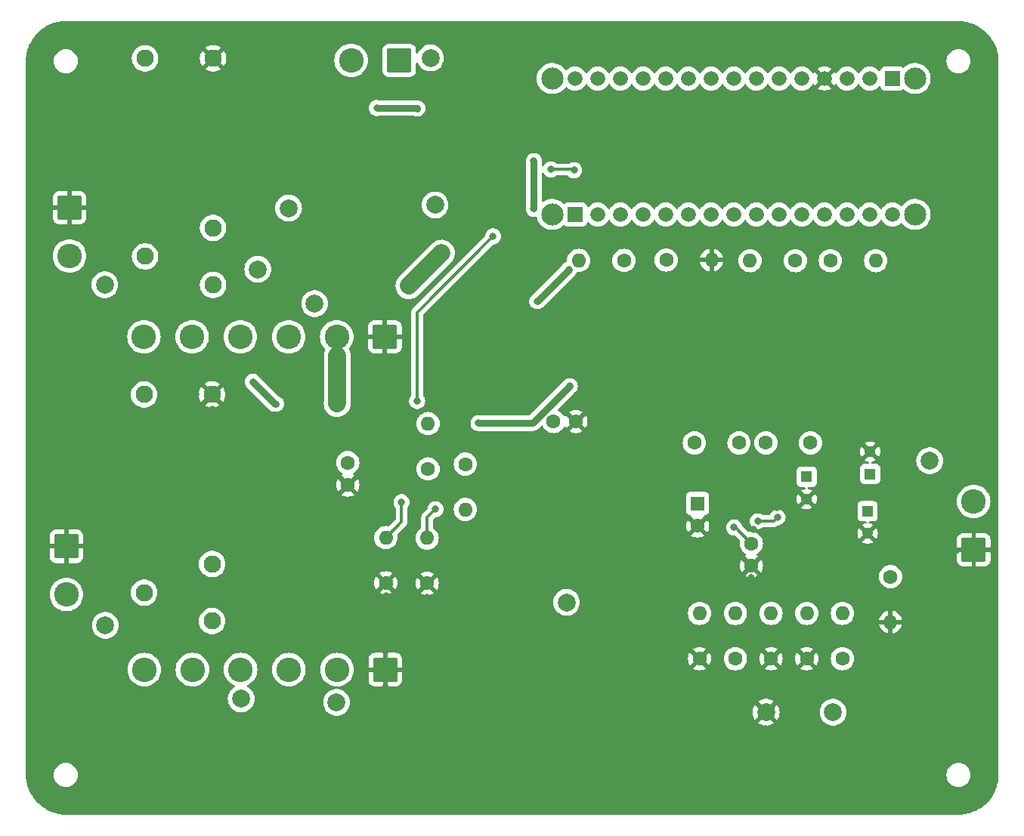
<source format=gbr>
%TF.GenerationSoftware,KiCad,Pcbnew,7.0.8*%
%TF.CreationDate,2024-02-23T11:13:45-06:00*%
%TF.ProjectId,ChargeController_Main,43686172-6765-4436-9f6e-74726f6c6c65,rev?*%
%TF.SameCoordinates,Original*%
%TF.FileFunction,Copper,L2,Bot*%
%TF.FilePolarity,Positive*%
%FSLAX46Y46*%
G04 Gerber Fmt 4.6, Leading zero omitted, Abs format (unit mm)*
G04 Created by KiCad (PCBNEW 7.0.8) date 2024-02-23 11:13:45*
%MOMM*%
%LPD*%
G01*
G04 APERTURE LIST*
G04 Aperture macros list*
%AMRoundRect*
0 Rectangle with rounded corners*
0 $1 Rounding radius*
0 $2 $3 $4 $5 $6 $7 $8 $9 X,Y pos of 4 corners*
0 Add a 4 corners polygon primitive as box body*
4,1,4,$2,$3,$4,$5,$6,$7,$8,$9,$2,$3,0*
0 Add four circle primitives for the rounded corners*
1,1,$1+$1,$2,$3*
1,1,$1+$1,$4,$5*
1,1,$1+$1,$6,$7*
1,1,$1+$1,$8,$9*
0 Add four rect primitives between the rounded corners*
20,1,$1+$1,$2,$3,$4,$5,0*
20,1,$1+$1,$4,$5,$6,$7,0*
20,1,$1+$1,$6,$7,$8,$9,0*
20,1,$1+$1,$8,$9,$2,$3,0*%
G04 Aperture macros list end*
%TA.AperFunction,ComponentPad*%
%ADD10C,1.600000*%
%TD*%
%TA.AperFunction,ComponentPad*%
%ADD11O,1.600000X1.600000*%
%TD*%
%TA.AperFunction,ComponentPad*%
%ADD12RoundRect,0.250000X1.125000X1.125000X-1.125000X1.125000X-1.125000X-1.125000X1.125000X-1.125000X0*%
%TD*%
%TA.AperFunction,ComponentPad*%
%ADD13C,2.750000*%
%TD*%
%TA.AperFunction,ComponentPad*%
%ADD14RoundRect,0.250000X1.125000X-1.125000X1.125000X1.125000X-1.125000X1.125000X-1.125000X-1.125000X0*%
%TD*%
%TA.AperFunction,ComponentPad*%
%ADD15R,1.275000X1.275000*%
%TD*%
%TA.AperFunction,ComponentPad*%
%ADD16C,1.275000*%
%TD*%
%TA.AperFunction,ComponentPad*%
%ADD17R,1.665000X1.665000*%
%TD*%
%TA.AperFunction,ComponentPad*%
%ADD18C,1.665000*%
%TD*%
%TA.AperFunction,ComponentPad*%
%ADD19C,2.475000*%
%TD*%
%TA.AperFunction,ComponentPad*%
%ADD20C,1.950000*%
%TD*%
%TA.AperFunction,ComponentPad*%
%ADD21R,1.600000X1.600000*%
%TD*%
%TA.AperFunction,ComponentPad*%
%ADD22RoundRect,0.250000X-1.125000X1.125000X-1.125000X-1.125000X1.125000X-1.125000X1.125000X1.125000X0*%
%TD*%
%TA.AperFunction,ComponentPad*%
%ADD23C,2.000000*%
%TD*%
%TA.AperFunction,ViaPad*%
%ADD24C,2.000000*%
%TD*%
%TA.AperFunction,ViaPad*%
%ADD25C,0.800000*%
%TD*%
%TA.AperFunction,ViaPad*%
%ADD26C,0.700000*%
%TD*%
%TA.AperFunction,Conductor*%
%ADD27C,0.750000*%
%TD*%
%TA.AperFunction,Conductor*%
%ADD28C,0.300000*%
%TD*%
%TA.AperFunction,Conductor*%
%ADD29C,2.000000*%
%TD*%
G04 APERTURE END LIST*
D10*
%TO.P,R1,1*%
%TO.N,GND*%
X75844400Y-93503800D03*
D11*
%TO.P,R1,2*%
%TO.N,/OpAmp_V-*%
X75844400Y-88423800D03*
%TD*%
D12*
%TO.P,J3,1,Pin_1*%
%TO.N,GND*%
X75778200Y-103225600D03*
D13*
%TO.P,J3,2,Pin_2*%
%TO.N,BC_VIN*%
X70378200Y-103225600D03*
%TO.P,J3,3,Pin_3*%
%TO.N,unconnected-(J3-Pin_3-Pad3)*%
X64978200Y-103225600D03*
%TO.P,J3,4,Pin_4*%
%TO.N,BC1_CHARGE_OUT*%
X59578200Y-103225600D03*
%TO.P,J3,5,Pin_5*%
%TO.N,unconnected-(J3-Pin_5-Pad5)*%
X54178200Y-103225600D03*
%TO.P,J3,6,Pin_6*%
%TO.N,unconnected-(J3-Pin_6-Pad6)*%
X48778200Y-103225600D03*
%TD*%
D14*
%TO.P,J1,1,Pin_1*%
%TO.N,GND*%
X141706600Y-89789000D03*
D13*
%TO.P,J1,2,Pin_2*%
%TO.N,INPUT*%
X141706600Y-84389000D03*
%TD*%
D15*
%TO.P,C1,1*%
%TO.N,INPUT*%
X130098800Y-81285000D03*
D16*
%TO.P,C1,2*%
%TO.N,GND*%
X130098800Y-78785000D03*
%TD*%
D10*
%TO.P,C5,1*%
%TO.N,GND*%
X116789200Y-91577800D03*
%TO.P,C5,2*%
%TO.N,/VCC*%
X116789200Y-89077800D03*
%TD*%
%TO.P,R2,1*%
%TO.N,/OpAmp_V-*%
X80568800Y-80727600D03*
D11*
%TO.P,R2,2*%
%TO.N,/Amplified_PWM*%
X80568800Y-75647600D03*
%TD*%
D10*
%TO.P,C8,1*%
%TO.N,/SW_2*%
X115411800Y-77800200D03*
%TO.P,C8,2*%
%TO.N,/BST2*%
X110411800Y-77800200D03*
%TD*%
D17*
%TO.P,IC2,A1,D13*%
%TO.N,unconnected-(IC2-D13-PadA1)*%
X97034600Y-52197000D03*
D18*
%TO.P,IC2,A2,3.3V*%
%TO.N,unconnected-(IC2-3.3V-PadA2)*%
X99574600Y-52197000D03*
%TO.P,IC2,A3,REF*%
%TO.N,unconnected-(IC2-REF-PadA3)*%
X102114600Y-52197000D03*
%TO.P,IC2,A4,A0*%
%TO.N,OutputCurrent*%
X104654600Y-52197000D03*
%TO.P,IC2,A5,A1*%
%TO.N,MPPC_MCU_VOLTAGE*%
X107194600Y-52197000D03*
%TO.P,IC2,A6,A2*%
%TO.N,unconnected-(IC2-A2-PadA6)*%
X109734600Y-52197000D03*
%TO.P,IC2,A7,A3*%
%TO.N,unconnected-(IC2-A3-PadA7)*%
X112274600Y-52197000D03*
%TO.P,IC2,A8,A4*%
%TO.N,unconnected-(IC2-A4-PadA8)*%
X114814600Y-52197000D03*
%TO.P,IC2,A9,A5*%
%TO.N,unconnected-(IC2-A5-PadA9)*%
X117354600Y-52197000D03*
%TO.P,IC2,A10,A6*%
%TO.N,unconnected-(IC2-A6-PadA10)*%
X119894600Y-52197000D03*
%TO.P,IC2,A11,A7*%
%TO.N,unconnected-(IC2-A7-PadA11)*%
X122434600Y-52197000D03*
%TO.P,IC2,A12,5V*%
%TO.N,unconnected-(IC2-5V-PadA12)*%
X124974600Y-52197000D03*
%TO.P,IC2,A13,RST_1*%
%TO.N,unconnected-(IC2-RST_1-PadA13)*%
X127514600Y-52197000D03*
%TO.P,IC2,A14,GND_1*%
%TO.N,unconnected-(IC2-GND_1-PadA14)*%
X130054600Y-52197000D03*
%TO.P,IC2,A15,VIN*%
%TO.N,/MCU_VIN*%
X132594600Y-52197000D03*
D17*
%TO.P,IC2,B1,TX1*%
%TO.N,unconnected-(IC2-TX1-PadB1)*%
X132594600Y-36957000D03*
D18*
%TO.P,IC2,B2,RX0*%
%TO.N,unconnected-(IC2-RX0-PadB2)*%
X130054600Y-36957000D03*
%TO.P,IC2,B3,RST_2*%
%TO.N,unconnected-(IC2-RST_2-PadB3)*%
X127514600Y-36957000D03*
%TO.P,IC2,B4,GND_2*%
%TO.N,GND*%
X124974600Y-36957000D03*
%TO.P,IC2,B5,D2*%
%TO.N,unconnected-(IC2-D2-PadB5)*%
X122434600Y-36957000D03*
%TO.P,IC2,B6,D3*%
%TO.N,unconnected-(IC2-D3-PadB6)*%
X119894600Y-36957000D03*
%TO.P,IC2,B7,D4*%
%TO.N,unconnected-(IC2-D4-PadB7)*%
X117354600Y-36957000D03*
%TO.P,IC2,B8,D5*%
%TO.N,unconnected-(IC2-D5-PadB8)*%
X114814600Y-36957000D03*
%TO.P,IC2,B9,D6*%
%TO.N,unconnected-(IC2-D6-PadB9)*%
X112274600Y-36957000D03*
%TO.P,IC2,B10,D7*%
%TO.N,unconnected-(IC2-D7-PadB10)*%
X109734600Y-36957000D03*
%TO.P,IC2,B11,D8*%
%TO.N,unconnected-(IC2-D8-PadB11)*%
X107194600Y-36957000D03*
%TO.P,IC2,B12,D9*%
%TO.N,unconnected-(IC2-D9-PadB12)*%
X104654600Y-36957000D03*
%TO.P,IC2,B13,D10*%
%TO.N,MCU_PWM*%
X102114600Y-36957000D03*
%TO.P,IC2,B14,D11*%
%TO.N,unconnected-(IC2-D11-PadB14)*%
X99574600Y-36957000D03*
%TO.P,IC2,B15,D12*%
%TO.N,unconnected-(IC2-D12-PadB15)*%
X97034600Y-36957000D03*
D19*
%TO.P,IC2,MH1,MH1*%
%TO.N,unconnected-(IC2-PadMH1)*%
X94494600Y-52197000D03*
%TO.P,IC2,MH2,MH2*%
%TO.N,unconnected-(IC2-PadMH2)*%
X94494600Y-36957000D03*
%TO.P,IC2,MH3,MH3*%
%TO.N,unconnected-(IC2-PadMH3)*%
X135134600Y-36957000D03*
%TO.P,IC2,MH4,MH4*%
%TO.N,unconnected-(IC2-PadMH4)*%
X135134600Y-52197000D03*
%TD*%
D10*
%TO.P,R19,1*%
%TO.N,/Boost_Comp*%
X84751200Y-80196400D03*
D11*
%TO.P,R19,2*%
%TO.N,Net-(C15-Pad1)*%
X84751200Y-85276400D03*
%TD*%
D20*
%TO.P,K1,1,COIL_1*%
%TO.N,MPPC_OUTPUT*%
X48765400Y-72388800D03*
%TO.P,K1,2,COM*%
%TO.N,BAT_1*%
X48765400Y-94588800D03*
%TO.P,K1,3,NO*%
%TO.N,BC1_CHARGE_OUT*%
X56385400Y-97788800D03*
%TO.P,K1,4,NC*%
%TO.N,BAT_DISCHARGE*%
X56385400Y-91388800D03*
%TO.P,K1,5,COIL_2*%
%TO.N,GND*%
X56385400Y-72388800D03*
%TD*%
D10*
%TO.P,R7,1*%
%TO.N,Net-(C4-Pad2)*%
X127000000Y-102000000D03*
D11*
%TO.P,R7,2*%
%TO.N,/MPPC*%
X127000000Y-96920000D03*
%TD*%
D10*
%TO.P,C16,1*%
%TO.N,GND*%
X97135000Y-75412600D03*
%TO.P,C16,2*%
%TO.N,MPPC_OUTPUT*%
X94635000Y-75412600D03*
%TD*%
%TO.P,R16,1*%
%TO.N,MPPC_MCU_VOLTAGE*%
X102520800Y-57353200D03*
D11*
%TO.P,R16,2*%
%TO.N,MPPC_OUTPUT*%
X97440800Y-57353200D03*
%TD*%
D10*
%TO.P,R9,1*%
%TO.N,/BB_HY*%
X132384800Y-92805200D03*
D11*
%TO.P,R9,2*%
%TO.N,GND*%
X132384800Y-97885200D03*
%TD*%
D10*
%TO.P,R4,1*%
%TO.N,Net-(R3-Pad1)*%
X125647400Y-57378600D03*
D11*
%TO.P,R4,2*%
%TO.N,/MCU_VIN*%
X130727400Y-57378600D03*
%TD*%
D21*
%TO.P,C9,1*%
%TO.N,MPPC_OUTPUT*%
X110767400Y-84607400D03*
D10*
%TO.P,C9,2*%
%TO.N,GND*%
X110767400Y-87107400D03*
%TD*%
D22*
%TO.P,J5,1,Pin_1*%
%TO.N,GND*%
X40053200Y-89407600D03*
D13*
%TO.P,J5,2,Pin_2*%
%TO.N,BAT_1*%
X40053200Y-94807600D03*
%TD*%
D10*
%TO.P,R13,1*%
%TO.N,GND*%
X111000000Y-102000000D03*
D11*
%TO.P,R13,2*%
%TO.N,/FB*%
X111000000Y-96920000D03*
%TD*%
D15*
%TO.P,C3,1*%
%TO.N,INPUT*%
X122986800Y-81599400D03*
D16*
%TO.P,C3,2*%
%TO.N,GND*%
X122986800Y-84099400D03*
%TD*%
D12*
%TO.P,J4,1,Pin_1*%
%TO.N,GND*%
X75745200Y-65912600D03*
D13*
%TO.P,J4,2,Pin_2*%
%TO.N,BC_VIN*%
X70345200Y-65912600D03*
%TO.P,J4,3,Pin_3*%
%TO.N,unconnected-(J4-Pin_3-Pad3)*%
X64945200Y-65912600D03*
%TO.P,J4,4,Pin_4*%
%TO.N,BC2_CHARGE_OUT*%
X59545200Y-65912600D03*
%TO.P,J4,5,Pin_5*%
%TO.N,unconnected-(J4-Pin_5-Pad5)*%
X54145200Y-65912600D03*
%TO.P,J4,6,Pin_6*%
%TO.N,unconnected-(J4-Pin_6-Pad6)*%
X48745200Y-65912600D03*
%TD*%
D10*
%TO.P,C17,1*%
%TO.N,/Boosted_MPPC_Output*%
X71577200Y-80030000D03*
%TO.P,C17,2*%
%TO.N,GND*%
X71577200Y-82530000D03*
%TD*%
%TO.P,R11,1*%
%TO.N,GND*%
X119000000Y-102000000D03*
D11*
%TO.P,R11,2*%
%TO.N,/BB_RT*%
X119000000Y-96920000D03*
%TD*%
D10*
%TO.P,R17,1*%
%TO.N,GND*%
X80467200Y-93554600D03*
D11*
%TO.P,R17,2*%
%TO.N,/Boost_FB*%
X80467200Y-88474600D03*
%TD*%
D20*
%TO.P,K2,1,COIL_1*%
%TO.N,MPPC_OUTPUT*%
X48871400Y-34699800D03*
%TO.P,K2,2,COM*%
%TO.N,BAT_2*%
X48871400Y-56899800D03*
%TO.P,K2,3,NO*%
%TO.N,BC2_CHARGE_OUT*%
X56491400Y-60099800D03*
%TO.P,K2,4,NC*%
%TO.N,BAT_DISCHARGE*%
X56491400Y-53699800D03*
%TO.P,K2,5,COIL_2*%
%TO.N,GND*%
X56491400Y-34699800D03*
%TD*%
D10*
%TO.P,R3,1*%
%TO.N,Net-(R3-Pad1)*%
X121723200Y-57378600D03*
D11*
%TO.P,R3,2*%
%TO.N,5V_IN*%
X116643200Y-57378600D03*
%TD*%
D10*
%TO.P,R15,1*%
%TO.N,MPPC_MCU_VOLTAGE*%
X107257800Y-57302400D03*
D11*
%TO.P,R15,2*%
%TO.N,GND*%
X112337800Y-57302400D03*
%TD*%
D23*
%TO.P,C4,1*%
%TO.N,GND*%
X118449400Y-108000800D03*
%TO.P,C4,2*%
%TO.N,Net-(C4-Pad2)*%
X125949400Y-108000800D03*
%TD*%
D10*
%TO.P,R12,1*%
%TO.N,Net-(C6-Pad2)*%
X115000000Y-102000000D03*
D11*
%TO.P,R12,2*%
%TO.N,Net-(IC4-VC)*%
X115000000Y-96920000D03*
%TD*%
D10*
%TO.P,C7,1*%
%TO.N,/BST1*%
X123412800Y-77800200D03*
%TO.P,C7,2*%
%TO.N,/SW_1*%
X118412800Y-77800200D03*
%TD*%
%TO.P,R6,1*%
%TO.N,GND*%
X123000000Y-102000000D03*
D11*
%TO.P,R6,2*%
%TO.N,/MPPC*%
X123000000Y-96920000D03*
%TD*%
D15*
%TO.P,C2,1*%
%TO.N,INPUT*%
X129819400Y-85470600D03*
D16*
%TO.P,C2,2*%
%TO.N,GND*%
X129819400Y-87970600D03*
%TD*%
D12*
%TO.P,J7,1,Pin_1*%
%TO.N,OUTPUT*%
X77350600Y-34925000D03*
D13*
%TO.P,J7,2,Pin_2*%
%TO.N,5V_IN*%
X71950600Y-34925000D03*
%TD*%
D22*
%TO.P,J6,1,Pin_1*%
%TO.N,GND*%
X40408800Y-51444800D03*
D13*
%TO.P,J6,2,Pin_2*%
%TO.N,BAT_2*%
X40408800Y-56844800D03*
%TD*%
D24*
%TO.N,INPUT*%
X136779000Y-79806800D03*
D25*
%TO.N,GND*%
X117475000Y-103505000D03*
D26*
X88493600Y-78460600D03*
D25*
X78282800Y-65887600D03*
X139700000Y-89839800D03*
X73431400Y-65887600D03*
X86410800Y-81203800D03*
X116789200Y-92964000D03*
X109474000Y-103682800D03*
X40081200Y-86995000D03*
X56515000Y-31648400D03*
X56388000Y-74041000D03*
X121158000Y-83076300D03*
X40436800Y-49301400D03*
X124968000Y-33883600D03*
X77901800Y-103225600D03*
X80924400Y-48336200D03*
X40081200Y-91617800D03*
X121843800Y-85293200D03*
X131572000Y-88874600D03*
X75692000Y-68275200D03*
X113995200Y-57302400D03*
X75869800Y-94996000D03*
X75768200Y-63627000D03*
X118414800Y-109855000D03*
X137896600Y-57607200D03*
X38328600Y-51435000D03*
X141706600Y-91998800D03*
X90017600Y-45466000D03*
X73710800Y-103225600D03*
X124968000Y-38989000D03*
X117016700Y-87528400D03*
X42570400Y-51435000D03*
X89839800Y-82194400D03*
X89992200Y-48488600D03*
X73939400Y-82550000D03*
X112318800Y-55270400D03*
X119659400Y-85090000D03*
X132105400Y-78841600D03*
X77368400Y-81838800D03*
X40436800Y-53695600D03*
X42316400Y-89458800D03*
X37896800Y-89408000D03*
X59436000Y-34696400D03*
X112928400Y-84076300D03*
X54508400Y-72364600D03*
X108229400Y-109778800D03*
X75768200Y-105181400D03*
X132359400Y-99517200D03*
X82544200Y-39716200D03*
X80467200Y-95097600D03*
X112750600Y-87122000D03*
X143789400Y-89814400D03*
X121488200Y-103530400D03*
X75768200Y-101117400D03*
X97155000Y-73583800D03*
X119786400Y-80060800D03*
X112344200Y-59461400D03*
%TO.N,/VCC*%
X114853794Y-87294794D03*
%TO.N,MPPC_OUTPUT*%
X96342200Y-58420000D03*
X60960000Y-70967600D03*
X92811600Y-61925200D03*
D24*
X96088200Y-95681800D03*
D25*
X63525400Y-73431400D03*
%TO.N,OutputCurrent*%
X96926400Y-47244000D03*
X94343293Y-47150093D03*
D24*
X81356200Y-51130200D03*
D25*
%TO.N,5V_IN*%
X92430600Y-46228000D03*
X92430600Y-51562000D03*
X74828400Y-40259000D03*
X79375000Y-40309800D03*
D24*
%TO.N,OUTPUT*%
X80848200Y-34645600D03*
%TO.N,BAT_DISCHARGE*%
X64947800Y-51485800D03*
D25*
%TO.N,/MPPC*%
X119725500Y-86156800D03*
X117516700Y-86588600D03*
%TO.N,BC_VIN*%
X82092800Y-56540400D03*
D24*
X70332600Y-106883200D03*
D25*
X70383400Y-73507600D03*
X78435200Y-60198000D03*
D24*
X67868800Y-62179200D03*
D25*
X70408800Y-68046600D03*
D24*
%TO.N,BC1_CHARGE_OUT*%
X59639200Y-106502200D03*
%TO.N,BC2_CHARGE_OUT*%
X61493400Y-58343800D03*
%TO.N,BAT_1*%
X44424600Y-98272600D03*
%TO.N,BAT_2*%
X44348400Y-60071000D03*
D25*
%TO.N,/OpAmp_V-*%
X77597000Y-84455000D03*
%TO.N,/Amplified_PWM*%
X86233000Y-75590400D03*
X96443800Y-71450200D03*
%TO.N,MCU_PWM*%
X79349600Y-73111900D03*
X87858600Y-54660800D03*
%TO.N,/Boost_FB*%
X81407000Y-85242400D03*
%TD*%
D27*
%TO.N,GND*%
X40104400Y-89458800D02*
X40053200Y-89407600D01*
D28*
%TO.N,/VCC*%
X114853794Y-87294794D02*
X115006194Y-87294794D01*
X115006194Y-87294794D02*
X116789200Y-89077800D01*
D27*
%TO.N,MPPC_OUTPUT*%
X92837000Y-61925200D02*
X96342200Y-58420000D01*
X63423800Y-73431400D02*
X63525400Y-73431400D01*
X60960000Y-70967600D02*
X63423800Y-73431400D01*
X92811600Y-61925200D02*
X92837000Y-61925200D01*
D28*
%TO.N,OutputCurrent*%
X96832493Y-47150093D02*
X96926400Y-47244000D01*
X94343293Y-47150093D02*
X96832493Y-47150093D01*
D27*
%TO.N,5V_IN*%
X79324200Y-40259000D02*
X79375000Y-40309800D01*
X74828400Y-40259000D02*
X79324200Y-40259000D01*
X92430600Y-46228000D02*
X92430600Y-51562000D01*
D28*
%TO.N,/MPPC*%
X119166700Y-86588600D02*
X119293700Y-86588600D01*
X117516700Y-86588600D02*
X119166700Y-86588600D01*
X119293700Y-86588600D02*
X119725500Y-86156800D01*
D29*
%TO.N,BC_VIN*%
X70383400Y-73406000D02*
X70408800Y-73380600D01*
X70408800Y-68046600D02*
X70408800Y-73380600D01*
X82092800Y-56540400D02*
X78435200Y-60198000D01*
D28*
%TO.N,/OpAmp_V-*%
X77597000Y-86671200D02*
X77597000Y-84455000D01*
X75844400Y-88423800D02*
X77597000Y-86671200D01*
D27*
%TO.N,/Amplified_PWM*%
X92303600Y-75590400D02*
X96443800Y-71450200D01*
X86233000Y-75590400D02*
X92303600Y-75590400D01*
D28*
%TO.N,MCU_PWM*%
X79349600Y-73111900D02*
X79349600Y-63169800D01*
X79349600Y-63169800D02*
X87858600Y-54660800D01*
%TO.N,/Boost_FB*%
X81407000Y-85242400D02*
X80467200Y-86182200D01*
X80467200Y-86182200D02*
X80467200Y-88474600D01*
%TD*%
%TA.AperFunction,Conductor*%
%TO.N,GND*%
G36*
X139949628Y-30505932D02*
G01*
X139999434Y-30506430D01*
X139999934Y-30506435D01*
X140197462Y-30516941D01*
X140393796Y-30527883D01*
X140398845Y-30528377D01*
X140600144Y-30556582D01*
X140765149Y-30580982D01*
X140792409Y-30585013D01*
X140797191Y-30585913D01*
X140864567Y-30601353D01*
X140995757Y-30631417D01*
X141184481Y-30677189D01*
X141188784Y-30678402D01*
X141383085Y-30740930D01*
X141566748Y-30803649D01*
X141570670Y-30805140D01*
X141667089Y-30845612D01*
X141759092Y-30884231D01*
X141806732Y-30905517D01*
X141936327Y-30963421D01*
X141939822Y-30965118D01*
X142029853Y-31012389D01*
X142120942Y-31060216D01*
X142290288Y-31155238D01*
X142293365Y-31157084D01*
X142449881Y-31257308D01*
X142465788Y-31267494D01*
X142625900Y-31377613D01*
X142628556Y-31379547D01*
X142790954Y-31504451D01*
X142841279Y-31546290D01*
X142940510Y-31628792D01*
X142942722Y-31630723D01*
X143004260Y-31687105D01*
X143093922Y-31769254D01*
X143232550Y-31907697D01*
X143371299Y-32058733D01*
X143373264Y-32060977D01*
X143497754Y-32210307D01*
X143622898Y-32372569D01*
X143624831Y-32375218D01*
X143735152Y-32535167D01*
X143845789Y-32707438D01*
X143847650Y-32710530D01*
X143942894Y-32879742D01*
X144038223Y-33060717D01*
X144039941Y-33064245D01*
X144119358Y-33241353D01*
X144198692Y-33429651D01*
X144200202Y-33433610D01*
X144263167Y-33617191D01*
X144325942Y-33811367D01*
X144327173Y-33815715D01*
X144373195Y-34004375D01*
X144418957Y-34202847D01*
X144419864Y-34207628D01*
X144448576Y-34400034D01*
X144477015Y-34601056D01*
X144477526Y-34606210D01*
X144488758Y-34803025D01*
X144499408Y-34998308D01*
X144499500Y-35001685D01*
X144499500Y-114998472D01*
X144499427Y-115001470D01*
X144490011Y-115195971D01*
X144479875Y-115394816D01*
X144479391Y-115400012D01*
X144452068Y-115601054D01*
X144424255Y-115794587D01*
X144423367Y-115799408D01*
X144378543Y-115998187D01*
X144333236Y-116187799D01*
X144332006Y-116192216D01*
X144270006Y-116386774D01*
X144207560Y-116571277D01*
X144206053Y-116575272D01*
X144127310Y-116764034D01*
X144048216Y-116942023D01*
X144046497Y-116945583D01*
X143951594Y-117127024D01*
X143856502Y-117297040D01*
X143854634Y-117300161D01*
X143744255Y-117472893D01*
X143633898Y-117633584D01*
X143631946Y-117636269D01*
X143506931Y-117798911D01*
X143382221Y-117948912D01*
X143380245Y-117951174D01*
X143241502Y-118102504D01*
X143102504Y-118241502D01*
X142951174Y-118380245D01*
X142948912Y-118382221D01*
X142798911Y-118506931D01*
X142636269Y-118631946D01*
X142633584Y-118633898D01*
X142472893Y-118744255D01*
X142300161Y-118854634D01*
X142297040Y-118856502D01*
X142127024Y-118951594D01*
X141945583Y-119046497D01*
X141942023Y-119048216D01*
X141764034Y-119127310D01*
X141575272Y-119206053D01*
X141571277Y-119207560D01*
X141386774Y-119270006D01*
X141192216Y-119332006D01*
X141187799Y-119333236D01*
X140998187Y-119378543D01*
X140799408Y-119423367D01*
X140794587Y-119424255D01*
X140601054Y-119452068D01*
X140400012Y-119479391D01*
X140394816Y-119479875D01*
X140195971Y-119490011D01*
X140001470Y-119499427D01*
X139998472Y-119499500D01*
X40002119Y-119499500D01*
X39997949Y-119499360D01*
X39937152Y-119495262D01*
X39822024Y-119487503D01*
X39583038Y-119470722D01*
X39577681Y-119470111D01*
X39376115Y-119438191D01*
X39162330Y-119402488D01*
X39157393Y-119401455D01*
X38954951Y-119350449D01*
X38749764Y-119295678D01*
X38745275Y-119294296D01*
X38546294Y-119224672D01*
X38348861Y-119151208D01*
X38344842Y-119149550D01*
X38151850Y-119061892D01*
X37963059Y-118970323D01*
X37959518Y-118968463D01*
X37821056Y-118889900D01*
X37774517Y-118863493D01*
X37595634Y-118754565D01*
X37592572Y-118752575D01*
X37417287Y-118631139D01*
X37354445Y-118584122D01*
X37249679Y-118505737D01*
X37247138Y-118503728D01*
X37083163Y-118366832D01*
X36928261Y-118226041D01*
X36926148Y-118224027D01*
X36775970Y-118073849D01*
X36773951Y-118071731D01*
X36633165Y-117916834D01*
X36496263Y-117752851D01*
X36494256Y-117750312D01*
X36368868Y-117582723D01*
X36247421Y-117407424D01*
X36245458Y-117404404D01*
X36136510Y-117225490D01*
X36031535Y-117040480D01*
X36029675Y-117036939D01*
X35938107Y-116848149D01*
X35850448Y-116655156D01*
X35848790Y-116651137D01*
X35775327Y-116453705D01*
X35759920Y-116409673D01*
X35705694Y-116254698D01*
X35704326Y-116250255D01*
X35649566Y-116045110D01*
X35598541Y-115842596D01*
X35597514Y-115837689D01*
X35561807Y-115623878D01*
X35529887Y-115422315D01*
X35529280Y-115416997D01*
X35512510Y-115178179D01*
X35502943Y-115036238D01*
X38644341Y-115036238D01*
X38664936Y-115271641D01*
X38664938Y-115271651D01*
X38726094Y-115499893D01*
X38726096Y-115499897D01*
X38726097Y-115499901D01*
X38766729Y-115587035D01*
X38825964Y-115714066D01*
X38825965Y-115714068D01*
X38961505Y-115907640D01*
X39128597Y-116074732D01*
X39322169Y-116210272D01*
X39322171Y-116210273D01*
X39536337Y-116310141D01*
X39764592Y-116371301D01*
X39941034Y-116386738D01*
X40058966Y-116386738D01*
X40235408Y-116371301D01*
X40463663Y-116310141D01*
X40677829Y-116210273D01*
X40871401Y-116074733D01*
X41038495Y-115907639D01*
X41174035Y-115714068D01*
X41273903Y-115499901D01*
X41335063Y-115271646D01*
X41355659Y-115036238D01*
X138644341Y-115036238D01*
X138664936Y-115271641D01*
X138664938Y-115271651D01*
X138726094Y-115499893D01*
X138726096Y-115499897D01*
X138726097Y-115499901D01*
X138766729Y-115587035D01*
X138825964Y-115714066D01*
X138825965Y-115714068D01*
X138961505Y-115907640D01*
X139128597Y-116074732D01*
X139322169Y-116210272D01*
X139322171Y-116210273D01*
X139536337Y-116310141D01*
X139764592Y-116371301D01*
X139941034Y-116386738D01*
X140058966Y-116386738D01*
X140235408Y-116371301D01*
X140463663Y-116310141D01*
X140677829Y-116210273D01*
X140871401Y-116074733D01*
X141038495Y-115907639D01*
X141174035Y-115714068D01*
X141273903Y-115499901D01*
X141335063Y-115271646D01*
X141355659Y-115036238D01*
X141335063Y-114800830D01*
X141273903Y-114572575D01*
X141174035Y-114358409D01*
X141174034Y-114358407D01*
X141038494Y-114164835D01*
X140871402Y-113997743D01*
X140677830Y-113862203D01*
X140677828Y-113862202D01*
X140570746Y-113812269D01*
X140463663Y-113762335D01*
X140463659Y-113762334D01*
X140463655Y-113762332D01*
X140235413Y-113701176D01*
X140235403Y-113701174D01*
X140058966Y-113685738D01*
X139941034Y-113685738D01*
X139764596Y-113701174D01*
X139764586Y-113701176D01*
X139536344Y-113762332D01*
X139536335Y-113762336D01*
X139322171Y-113862202D01*
X139322169Y-113862203D01*
X139128597Y-113997743D01*
X138961506Y-114164835D01*
X138961501Y-114164842D01*
X138825967Y-114358403D01*
X138825965Y-114358407D01*
X138726098Y-114572573D01*
X138726094Y-114572582D01*
X138664938Y-114800824D01*
X138664936Y-114800834D01*
X138644341Y-115036237D01*
X138644341Y-115036238D01*
X41355659Y-115036238D01*
X41335063Y-114800830D01*
X41273903Y-114572575D01*
X41174035Y-114358409D01*
X41174034Y-114358407D01*
X41038494Y-114164835D01*
X40871402Y-113997743D01*
X40677830Y-113862203D01*
X40677828Y-113862202D01*
X40570746Y-113812269D01*
X40463663Y-113762335D01*
X40463659Y-113762334D01*
X40463655Y-113762332D01*
X40235413Y-113701176D01*
X40235403Y-113701174D01*
X40058966Y-113685738D01*
X39941034Y-113685738D01*
X39764596Y-113701174D01*
X39764586Y-113701176D01*
X39536344Y-113762332D01*
X39536335Y-113762336D01*
X39322171Y-113862202D01*
X39322169Y-113862203D01*
X39128597Y-113997743D01*
X38961506Y-114164835D01*
X38961501Y-114164842D01*
X38825967Y-114358403D01*
X38825965Y-114358407D01*
X38726098Y-114572573D01*
X38726094Y-114572582D01*
X38664938Y-114800824D01*
X38664936Y-114800834D01*
X38644341Y-115036237D01*
X38644341Y-115036238D01*
X35502943Y-115036238D01*
X35500639Y-115002048D01*
X35500500Y-114997884D01*
X35500500Y-103225601D01*
X46897909Y-103225601D01*
X46917048Y-103493194D01*
X46917049Y-103493201D01*
X46974072Y-103755334D01*
X47067827Y-104006702D01*
X47067829Y-104006706D01*
X47196395Y-104242156D01*
X47196400Y-104242164D01*
X47357164Y-104456921D01*
X47357180Y-104456939D01*
X47546860Y-104646619D01*
X47546878Y-104646635D01*
X47761635Y-104807399D01*
X47761643Y-104807404D01*
X47997093Y-104935970D01*
X47997097Y-104935972D01*
X47997099Y-104935973D01*
X48248461Y-105029726D01*
X48248464Y-105029726D01*
X48248465Y-105029727D01*
X48446326Y-105072768D01*
X48510607Y-105086752D01*
X48757585Y-105104416D01*
X48778199Y-105105891D01*
X48778200Y-105105891D01*
X48778201Y-105105891D01*
X48797340Y-105104522D01*
X49045793Y-105086752D01*
X49307939Y-105029726D01*
X49559301Y-104935973D01*
X49794762Y-104807401D01*
X50009529Y-104646629D01*
X50199229Y-104456929D01*
X50360001Y-104242162D01*
X50488573Y-104006701D01*
X50582326Y-103755339D01*
X50639352Y-103493193D01*
X50658443Y-103226269D01*
X50658491Y-103225601D01*
X52297909Y-103225601D01*
X52317048Y-103493194D01*
X52317049Y-103493201D01*
X52374072Y-103755334D01*
X52467827Y-104006702D01*
X52467829Y-104006706D01*
X52596395Y-104242156D01*
X52596400Y-104242164D01*
X52757164Y-104456921D01*
X52757180Y-104456939D01*
X52946860Y-104646619D01*
X52946878Y-104646635D01*
X53161635Y-104807399D01*
X53161643Y-104807404D01*
X53397093Y-104935970D01*
X53397097Y-104935972D01*
X53397099Y-104935973D01*
X53648461Y-105029726D01*
X53648464Y-105029726D01*
X53648465Y-105029727D01*
X53846326Y-105072768D01*
X53910607Y-105086752D01*
X54157585Y-105104416D01*
X54178199Y-105105891D01*
X54178200Y-105105891D01*
X54178201Y-105105891D01*
X54197340Y-105104522D01*
X54445793Y-105086752D01*
X54707939Y-105029726D01*
X54959301Y-104935973D01*
X55194762Y-104807401D01*
X55409529Y-104646629D01*
X55599229Y-104456929D01*
X55760001Y-104242162D01*
X55888573Y-104006701D01*
X55982326Y-103755339D01*
X56039352Y-103493193D01*
X56058443Y-103226269D01*
X56058491Y-103225601D01*
X57697909Y-103225601D01*
X57717048Y-103493194D01*
X57717049Y-103493201D01*
X57774072Y-103755334D01*
X57867827Y-104006702D01*
X57867829Y-104006706D01*
X57996395Y-104242156D01*
X57996400Y-104242164D01*
X58157164Y-104456921D01*
X58157180Y-104456939D01*
X58346860Y-104646619D01*
X58346878Y-104646635D01*
X58561635Y-104807399D01*
X58561643Y-104807404D01*
X58797093Y-104935970D01*
X58797096Y-104935972D01*
X58797099Y-104935973D01*
X58886899Y-104969466D01*
X58942831Y-105011336D01*
X58967248Y-105076800D01*
X58952397Y-105145073D01*
X58902992Y-105194479D01*
X58902583Y-105194701D01*
X58815696Y-105241722D01*
X58815694Y-105241723D01*
X58619457Y-105394461D01*
X58451033Y-105577417D01*
X58315026Y-105785593D01*
X58215136Y-106013318D01*
X58154092Y-106254375D01*
X58154090Y-106254387D01*
X58133557Y-106502194D01*
X58133557Y-106502205D01*
X58154090Y-106750012D01*
X58154092Y-106750024D01*
X58215136Y-106991081D01*
X58315026Y-107218806D01*
X58451033Y-107426982D01*
X58451036Y-107426985D01*
X58619456Y-107609938D01*
X58815691Y-107762674D01*
X59034390Y-107881028D01*
X59269586Y-107961771D01*
X59514865Y-108002700D01*
X59763535Y-108002700D01*
X60008814Y-107961771D01*
X60244010Y-107881028D01*
X60462709Y-107762674D01*
X60658944Y-107609938D01*
X60827364Y-107426985D01*
X60963373Y-107218807D01*
X61063263Y-106991081D01*
X61090581Y-106883205D01*
X68826957Y-106883205D01*
X68847490Y-107131012D01*
X68847492Y-107131024D01*
X68908536Y-107372081D01*
X69008426Y-107599806D01*
X69144433Y-107807982D01*
X69144436Y-107807985D01*
X69312856Y-107990938D01*
X69509091Y-108143674D01*
X69509093Y-108143675D01*
X69703021Y-108248624D01*
X69727790Y-108262028D01*
X69962986Y-108342771D01*
X70208265Y-108383700D01*
X70456935Y-108383700D01*
X70702214Y-108342771D01*
X70937410Y-108262028D01*
X71156109Y-108143674D01*
X71339667Y-108000805D01*
X116944259Y-108000805D01*
X116964785Y-108248529D01*
X116964787Y-108248538D01*
X117025812Y-108489517D01*
X117125666Y-108717164D01*
X117225964Y-108870682D01*
X117966323Y-108130323D01*
X117989907Y-108210644D01*
X118067639Y-108331598D01*
X118176300Y-108425752D01*
X118307085Y-108485480D01*
X118316866Y-108486886D01*
X117579342Y-109224409D01*
X117626168Y-109260855D01*
X117626170Y-109260856D01*
X117844785Y-109379164D01*
X117844796Y-109379169D01*
X118079906Y-109459883D01*
X118325107Y-109500800D01*
X118573693Y-109500800D01*
X118818893Y-109459883D01*
X119054003Y-109379169D01*
X119054014Y-109379164D01*
X119272628Y-109260857D01*
X119272631Y-109260855D01*
X119319456Y-109224409D01*
X118581933Y-108486886D01*
X118591715Y-108485480D01*
X118722500Y-108425752D01*
X118831161Y-108331598D01*
X118908893Y-108210644D01*
X118932476Y-108130324D01*
X119672834Y-108870682D01*
X119773131Y-108717169D01*
X119872987Y-108489517D01*
X119934012Y-108248538D01*
X119934014Y-108248529D01*
X119954541Y-108000805D01*
X124443757Y-108000805D01*
X124464290Y-108248612D01*
X124464292Y-108248624D01*
X124525336Y-108489681D01*
X124625226Y-108717406D01*
X124761233Y-108925582D01*
X124761236Y-108925585D01*
X124929656Y-109108538D01*
X125125891Y-109261274D01*
X125125893Y-109261275D01*
X125343732Y-109379164D01*
X125344590Y-109379628D01*
X125563541Y-109454794D01*
X125578364Y-109459883D01*
X125579786Y-109460371D01*
X125825065Y-109501300D01*
X126073735Y-109501300D01*
X126319014Y-109460371D01*
X126554210Y-109379628D01*
X126772909Y-109261274D01*
X126969144Y-109108538D01*
X127137564Y-108925585D01*
X127273573Y-108717407D01*
X127373463Y-108489681D01*
X127434508Y-108248621D01*
X127455043Y-108000800D01*
X127449086Y-107928911D01*
X127434509Y-107752987D01*
X127434507Y-107752975D01*
X127373463Y-107511918D01*
X127273573Y-107284193D01*
X127137566Y-107076017D01*
X127115957Y-107052544D01*
X126969144Y-106893062D01*
X126772909Y-106740326D01*
X126772907Y-106740325D01*
X126772906Y-106740324D01*
X126554211Y-106621972D01*
X126554202Y-106621969D01*
X126319016Y-106541229D01*
X126073735Y-106500300D01*
X125825065Y-106500300D01*
X125579783Y-106541229D01*
X125344597Y-106621969D01*
X125344588Y-106621972D01*
X125125893Y-106740324D01*
X124929657Y-106893061D01*
X124761233Y-107076017D01*
X124625226Y-107284193D01*
X124525336Y-107511918D01*
X124464292Y-107752975D01*
X124464290Y-107752987D01*
X124443757Y-108000794D01*
X124443757Y-108000805D01*
X119954541Y-108000805D01*
X119954541Y-108000794D01*
X119934014Y-107753070D01*
X119934012Y-107753061D01*
X119872987Y-107512082D01*
X119773131Y-107284430D01*
X119672834Y-107130916D01*
X118932476Y-107871275D01*
X118908893Y-107790956D01*
X118831161Y-107670002D01*
X118722500Y-107575848D01*
X118591715Y-107516120D01*
X118581934Y-107514713D01*
X119319457Y-106777190D01*
X119319456Y-106777189D01*
X119272629Y-106740743D01*
X119054014Y-106622435D01*
X119054003Y-106622430D01*
X118818893Y-106541716D01*
X118573693Y-106500800D01*
X118325107Y-106500800D01*
X118079906Y-106541716D01*
X117844796Y-106622430D01*
X117844790Y-106622432D01*
X117626161Y-106740749D01*
X117579342Y-106777188D01*
X117579342Y-106777190D01*
X118316866Y-107514713D01*
X118307085Y-107516120D01*
X118176300Y-107575848D01*
X118067639Y-107670002D01*
X117989907Y-107790956D01*
X117966323Y-107871275D01*
X117225964Y-107130916D01*
X117125667Y-107284432D01*
X117025812Y-107512082D01*
X116964787Y-107753061D01*
X116964785Y-107753070D01*
X116944259Y-108000794D01*
X116944259Y-108000805D01*
X71339667Y-108000805D01*
X71352344Y-107990938D01*
X71520764Y-107807985D01*
X71656773Y-107599807D01*
X71756663Y-107372081D01*
X71817708Y-107131021D01*
X71838243Y-106883200D01*
X71827207Y-106750021D01*
X71817709Y-106635387D01*
X71817707Y-106635375D01*
X71756663Y-106394318D01*
X71656773Y-106166593D01*
X71520766Y-105958417D01*
X71499157Y-105934944D01*
X71352344Y-105775462D01*
X71156109Y-105622726D01*
X71156107Y-105622725D01*
X71156106Y-105622724D01*
X70937411Y-105504372D01*
X70937402Y-105504369D01*
X70702216Y-105423629D01*
X70456935Y-105382700D01*
X70208265Y-105382700D01*
X69962983Y-105423629D01*
X69727797Y-105504369D01*
X69727788Y-105504372D01*
X69509093Y-105622724D01*
X69312857Y-105775461D01*
X69144433Y-105958417D01*
X69008426Y-106166593D01*
X68908536Y-106394318D01*
X68847492Y-106635375D01*
X68847490Y-106635387D01*
X68826957Y-106883194D01*
X68826957Y-106883205D01*
X61090581Y-106883205D01*
X61124308Y-106750021D01*
X61124309Y-106750012D01*
X61144843Y-106502205D01*
X61144843Y-106502194D01*
X61124309Y-106254387D01*
X61124307Y-106254375D01*
X61063263Y-106013318D01*
X60963373Y-105785593D01*
X60827366Y-105577417D01*
X60760120Y-105504369D01*
X60658944Y-105394462D01*
X60462709Y-105241726D01*
X60462708Y-105241725D01*
X60462705Y-105241723D01*
X60462703Y-105241722D01*
X60326041Y-105167765D01*
X60276450Y-105118546D01*
X60261342Y-105050329D01*
X60285512Y-104984773D01*
X60341288Y-104942692D01*
X60341726Y-104942528D01*
X60359301Y-104935973D01*
X60594762Y-104807401D01*
X60809529Y-104646629D01*
X60999229Y-104456929D01*
X61160001Y-104242162D01*
X61288573Y-104006701D01*
X61382326Y-103755339D01*
X61439352Y-103493193D01*
X61458443Y-103226269D01*
X61458491Y-103225601D01*
X63097909Y-103225601D01*
X63117048Y-103493194D01*
X63117049Y-103493201D01*
X63174072Y-103755334D01*
X63267827Y-104006702D01*
X63267829Y-104006706D01*
X63396395Y-104242156D01*
X63396400Y-104242164D01*
X63557164Y-104456921D01*
X63557180Y-104456939D01*
X63746860Y-104646619D01*
X63746878Y-104646635D01*
X63961635Y-104807399D01*
X63961643Y-104807404D01*
X64197093Y-104935970D01*
X64197097Y-104935972D01*
X64197099Y-104935973D01*
X64448461Y-105029726D01*
X64448464Y-105029726D01*
X64448465Y-105029727D01*
X64646326Y-105072768D01*
X64710607Y-105086752D01*
X64957585Y-105104416D01*
X64978199Y-105105891D01*
X64978200Y-105105891D01*
X64978201Y-105105891D01*
X64997340Y-105104522D01*
X65245793Y-105086752D01*
X65507939Y-105029726D01*
X65759301Y-104935973D01*
X65994762Y-104807401D01*
X66209529Y-104646629D01*
X66399229Y-104456929D01*
X66560001Y-104242162D01*
X66688573Y-104006701D01*
X66782326Y-103755339D01*
X66839352Y-103493193D01*
X66858443Y-103226269D01*
X66858491Y-103225601D01*
X68497909Y-103225601D01*
X68517048Y-103493194D01*
X68517049Y-103493201D01*
X68574072Y-103755334D01*
X68667827Y-104006702D01*
X68667829Y-104006706D01*
X68796395Y-104242156D01*
X68796400Y-104242164D01*
X68957164Y-104456921D01*
X68957180Y-104456939D01*
X69146860Y-104646619D01*
X69146878Y-104646635D01*
X69361635Y-104807399D01*
X69361643Y-104807404D01*
X69597093Y-104935970D01*
X69597097Y-104935972D01*
X69597099Y-104935973D01*
X69848461Y-105029726D01*
X69848464Y-105029726D01*
X69848465Y-105029727D01*
X70046326Y-105072768D01*
X70110607Y-105086752D01*
X70357585Y-105104416D01*
X70378199Y-105105891D01*
X70378200Y-105105891D01*
X70378201Y-105105891D01*
X70397340Y-105104522D01*
X70645793Y-105086752D01*
X70907939Y-105029726D01*
X71159301Y-104935973D01*
X71394762Y-104807401D01*
X71609529Y-104646629D01*
X71799229Y-104456929D01*
X71960001Y-104242162D01*
X72088573Y-104006701D01*
X72182326Y-103755339D01*
X72239352Y-103493193D01*
X72258443Y-103226269D01*
X72258491Y-103225601D01*
X72258491Y-103225598D01*
X72251663Y-103130131D01*
X72240610Y-102975600D01*
X73903200Y-102975600D01*
X74935912Y-102975600D01*
X74930122Y-102990132D01*
X74899331Y-103177949D01*
X74909635Y-103367994D01*
X74939512Y-103475600D01*
X73903201Y-103475600D01*
X73903201Y-104400586D01*
X73913694Y-104503297D01*
X73968841Y-104669719D01*
X73968843Y-104669724D01*
X74060884Y-104818945D01*
X74184854Y-104942915D01*
X74334075Y-105034956D01*
X74334080Y-105034958D01*
X74500502Y-105090105D01*
X74500509Y-105090106D01*
X74603219Y-105100599D01*
X75528199Y-105100599D01*
X75528200Y-105100598D01*
X75528200Y-104066517D01*
X75683038Y-104100600D01*
X75825645Y-104100600D01*
X75967408Y-104085182D01*
X76028200Y-104064699D01*
X76028200Y-105100599D01*
X76953172Y-105100599D01*
X76953186Y-105100598D01*
X77055897Y-105090105D01*
X77222319Y-105034958D01*
X77222324Y-105034956D01*
X77371545Y-104942915D01*
X77495515Y-104818945D01*
X77587556Y-104669724D01*
X77587558Y-104669719D01*
X77642705Y-104503297D01*
X77642706Y-104503290D01*
X77653199Y-104400586D01*
X77653200Y-104400573D01*
X77653200Y-103475600D01*
X76620488Y-103475600D01*
X76626278Y-103461068D01*
X76657069Y-103273251D01*
X76646765Y-103083206D01*
X76616888Y-102975600D01*
X77653199Y-102975600D01*
X77653199Y-102050628D01*
X77653198Y-102050613D01*
X77648028Y-102000002D01*
X109695034Y-102000002D01*
X109714858Y-102226599D01*
X109714860Y-102226610D01*
X109773730Y-102446317D01*
X109773734Y-102446326D01*
X109869865Y-102652481D01*
X109869866Y-102652483D01*
X109920973Y-102725471D01*
X109920974Y-102725472D01*
X110602046Y-102044399D01*
X110614835Y-102125148D01*
X110672359Y-102238045D01*
X110761955Y-102327641D01*
X110874852Y-102385165D01*
X110955599Y-102397953D01*
X110274526Y-103079025D01*
X110274526Y-103079026D01*
X110347512Y-103130131D01*
X110347516Y-103130133D01*
X110553673Y-103226265D01*
X110553682Y-103226269D01*
X110773389Y-103285139D01*
X110773400Y-103285141D01*
X110999998Y-103304966D01*
X111000002Y-103304966D01*
X111226599Y-103285141D01*
X111226610Y-103285139D01*
X111446317Y-103226269D01*
X111446331Y-103226264D01*
X111652478Y-103130136D01*
X111725472Y-103079025D01*
X111044401Y-102397953D01*
X111125148Y-102385165D01*
X111238045Y-102327641D01*
X111327641Y-102238045D01*
X111385165Y-102125148D01*
X111397953Y-102044400D01*
X112079025Y-102725472D01*
X112130136Y-102652478D01*
X112226264Y-102446331D01*
X112226269Y-102446317D01*
X112285139Y-102226610D01*
X112285141Y-102226599D01*
X112304966Y-102000002D01*
X112304966Y-102000001D01*
X113694532Y-102000001D01*
X113714364Y-102226686D01*
X113714366Y-102226697D01*
X113773258Y-102446488D01*
X113773261Y-102446497D01*
X113869431Y-102652732D01*
X113869432Y-102652734D01*
X113999954Y-102839141D01*
X114160858Y-103000045D01*
X114160861Y-103000047D01*
X114347266Y-103130568D01*
X114553504Y-103226739D01*
X114773308Y-103285635D01*
X114935230Y-103299801D01*
X114999998Y-103305468D01*
X115000000Y-103305468D01*
X115000002Y-103305468D01*
X115056673Y-103300509D01*
X115226692Y-103285635D01*
X115446496Y-103226739D01*
X115652734Y-103130568D01*
X115839139Y-103000047D01*
X116000047Y-102839139D01*
X116130568Y-102652734D01*
X116226739Y-102446496D01*
X116285635Y-102226692D01*
X116305468Y-102000002D01*
X117695034Y-102000002D01*
X117714858Y-102226599D01*
X117714860Y-102226610D01*
X117773730Y-102446317D01*
X117773734Y-102446326D01*
X117869865Y-102652481D01*
X117869866Y-102652483D01*
X117920973Y-102725471D01*
X117920974Y-102725472D01*
X118602046Y-102044399D01*
X118614835Y-102125148D01*
X118672359Y-102238045D01*
X118761955Y-102327641D01*
X118874852Y-102385165D01*
X118955599Y-102397953D01*
X118274526Y-103079025D01*
X118274526Y-103079026D01*
X118347512Y-103130131D01*
X118347516Y-103130133D01*
X118553673Y-103226265D01*
X118553682Y-103226269D01*
X118773389Y-103285139D01*
X118773400Y-103285141D01*
X118999998Y-103304966D01*
X119000002Y-103304966D01*
X119226599Y-103285141D01*
X119226610Y-103285139D01*
X119446317Y-103226269D01*
X119446331Y-103226264D01*
X119652478Y-103130136D01*
X119725472Y-103079025D01*
X119044401Y-102397953D01*
X119125148Y-102385165D01*
X119238045Y-102327641D01*
X119327641Y-102238045D01*
X119385165Y-102125148D01*
X119397953Y-102044400D01*
X120079025Y-102725472D01*
X120130136Y-102652478D01*
X120226264Y-102446331D01*
X120226269Y-102446317D01*
X120285139Y-102226610D01*
X120285141Y-102226599D01*
X120304966Y-102000002D01*
X121695034Y-102000002D01*
X121714858Y-102226599D01*
X121714860Y-102226610D01*
X121773730Y-102446317D01*
X121773734Y-102446326D01*
X121869865Y-102652481D01*
X121869866Y-102652483D01*
X121920973Y-102725471D01*
X121920974Y-102725472D01*
X122602046Y-102044399D01*
X122614835Y-102125148D01*
X122672359Y-102238045D01*
X122761955Y-102327641D01*
X122874852Y-102385165D01*
X122955599Y-102397953D01*
X122274526Y-103079025D01*
X122274526Y-103079026D01*
X122347512Y-103130131D01*
X122347516Y-103130133D01*
X122553673Y-103226265D01*
X122553682Y-103226269D01*
X122773389Y-103285139D01*
X122773400Y-103285141D01*
X122999998Y-103304966D01*
X123000002Y-103304966D01*
X123226599Y-103285141D01*
X123226610Y-103285139D01*
X123446317Y-103226269D01*
X123446331Y-103226264D01*
X123652478Y-103130136D01*
X123725472Y-103079025D01*
X123044401Y-102397953D01*
X123125148Y-102385165D01*
X123238045Y-102327641D01*
X123327641Y-102238045D01*
X123385165Y-102125148D01*
X123397953Y-102044400D01*
X124079025Y-102725472D01*
X124130136Y-102652478D01*
X124226264Y-102446331D01*
X124226269Y-102446317D01*
X124285139Y-102226610D01*
X124285141Y-102226599D01*
X124304966Y-102000002D01*
X124304966Y-102000001D01*
X125694532Y-102000001D01*
X125714364Y-102226686D01*
X125714366Y-102226697D01*
X125773258Y-102446488D01*
X125773261Y-102446497D01*
X125869431Y-102652732D01*
X125869432Y-102652734D01*
X125999954Y-102839141D01*
X126160858Y-103000045D01*
X126160861Y-103000047D01*
X126347266Y-103130568D01*
X126553504Y-103226739D01*
X126773308Y-103285635D01*
X126935230Y-103299801D01*
X126999998Y-103305468D01*
X127000000Y-103305468D01*
X127000002Y-103305468D01*
X127056673Y-103300509D01*
X127226692Y-103285635D01*
X127446496Y-103226739D01*
X127652734Y-103130568D01*
X127839139Y-103000047D01*
X128000047Y-102839139D01*
X128130568Y-102652734D01*
X128226739Y-102446496D01*
X128285635Y-102226692D01*
X128305468Y-102000000D01*
X128304967Y-101994278D01*
X128288370Y-101804571D01*
X128285635Y-101773308D01*
X128226739Y-101553504D01*
X128130568Y-101347266D01*
X128000047Y-101160861D01*
X128000045Y-101160858D01*
X127839141Y-100999954D01*
X127652734Y-100869432D01*
X127652732Y-100869431D01*
X127446497Y-100773261D01*
X127446488Y-100773258D01*
X127226697Y-100714366D01*
X127226693Y-100714365D01*
X127226692Y-100714365D01*
X127226691Y-100714364D01*
X127226686Y-100714364D01*
X127000002Y-100694532D01*
X126999998Y-100694532D01*
X126773313Y-100714364D01*
X126773302Y-100714366D01*
X126553511Y-100773258D01*
X126553502Y-100773261D01*
X126347267Y-100869431D01*
X126347265Y-100869432D01*
X126160858Y-100999954D01*
X125999954Y-101160858D01*
X125869432Y-101347265D01*
X125869431Y-101347267D01*
X125773261Y-101553502D01*
X125773258Y-101553511D01*
X125714366Y-101773302D01*
X125714364Y-101773313D01*
X125694532Y-101999998D01*
X125694532Y-102000001D01*
X124304966Y-102000001D01*
X124304966Y-101999997D01*
X124285141Y-101773400D01*
X124285139Y-101773389D01*
X124226269Y-101553682D01*
X124226265Y-101553673D01*
X124130133Y-101347516D01*
X124130131Y-101347512D01*
X124079026Y-101274526D01*
X124079025Y-101274526D01*
X123397953Y-101955598D01*
X123385165Y-101874852D01*
X123327641Y-101761955D01*
X123238045Y-101672359D01*
X123125148Y-101614835D01*
X123044400Y-101602046D01*
X123725472Y-100920974D01*
X123725471Y-100920973D01*
X123652483Y-100869866D01*
X123652481Y-100869865D01*
X123446326Y-100773734D01*
X123446317Y-100773730D01*
X123226610Y-100714860D01*
X123226599Y-100714858D01*
X123000002Y-100695034D01*
X122999998Y-100695034D01*
X122773400Y-100714858D01*
X122773389Y-100714860D01*
X122553682Y-100773730D01*
X122553673Y-100773734D01*
X122347513Y-100869868D01*
X122274527Y-100920972D01*
X122274526Y-100920973D01*
X122955600Y-101602046D01*
X122874852Y-101614835D01*
X122761955Y-101672359D01*
X122672359Y-101761955D01*
X122614835Y-101874852D01*
X122602046Y-101955599D01*
X121920973Y-101274526D01*
X121920972Y-101274527D01*
X121869868Y-101347513D01*
X121773734Y-101553673D01*
X121773730Y-101553682D01*
X121714860Y-101773389D01*
X121714858Y-101773400D01*
X121695034Y-101999997D01*
X121695034Y-102000002D01*
X120304966Y-102000002D01*
X120304966Y-101999997D01*
X120285141Y-101773400D01*
X120285139Y-101773389D01*
X120226269Y-101553682D01*
X120226265Y-101553673D01*
X120130133Y-101347516D01*
X120130131Y-101347512D01*
X120079026Y-101274526D01*
X120079025Y-101274526D01*
X119397953Y-101955598D01*
X119385165Y-101874852D01*
X119327641Y-101761955D01*
X119238045Y-101672359D01*
X119125148Y-101614835D01*
X119044400Y-101602046D01*
X119725472Y-100920974D01*
X119725471Y-100920973D01*
X119652483Y-100869866D01*
X119652481Y-100869865D01*
X119446326Y-100773734D01*
X119446317Y-100773730D01*
X119226610Y-100714860D01*
X119226599Y-100714858D01*
X119000002Y-100695034D01*
X118999998Y-100695034D01*
X118773400Y-100714858D01*
X118773389Y-100714860D01*
X118553682Y-100773730D01*
X118553673Y-100773734D01*
X118347513Y-100869868D01*
X118274527Y-100920972D01*
X118274526Y-100920973D01*
X118955600Y-101602046D01*
X118874852Y-101614835D01*
X118761955Y-101672359D01*
X118672359Y-101761955D01*
X118614835Y-101874852D01*
X118602046Y-101955599D01*
X117920973Y-101274526D01*
X117920972Y-101274527D01*
X117869868Y-101347513D01*
X117773734Y-101553673D01*
X117773730Y-101553682D01*
X117714860Y-101773389D01*
X117714858Y-101773400D01*
X117695034Y-101999997D01*
X117695034Y-102000002D01*
X116305468Y-102000002D01*
X116305468Y-102000000D01*
X116304967Y-101994278D01*
X116288370Y-101804571D01*
X116285635Y-101773308D01*
X116226739Y-101553504D01*
X116130568Y-101347266D01*
X116000047Y-101160861D01*
X116000045Y-101160858D01*
X115839141Y-100999954D01*
X115652734Y-100869432D01*
X115652732Y-100869431D01*
X115446497Y-100773261D01*
X115446488Y-100773258D01*
X115226697Y-100714366D01*
X115226693Y-100714365D01*
X115226692Y-100714365D01*
X115226691Y-100714364D01*
X115226686Y-100714364D01*
X115000002Y-100694532D01*
X114999998Y-100694532D01*
X114773313Y-100714364D01*
X114773302Y-100714366D01*
X114553511Y-100773258D01*
X114553502Y-100773261D01*
X114347267Y-100869431D01*
X114347265Y-100869432D01*
X114160858Y-100999954D01*
X113999954Y-101160858D01*
X113869432Y-101347265D01*
X113869431Y-101347267D01*
X113773261Y-101553502D01*
X113773258Y-101553511D01*
X113714366Y-101773302D01*
X113714364Y-101773313D01*
X113694532Y-101999998D01*
X113694532Y-102000001D01*
X112304966Y-102000001D01*
X112304966Y-101999997D01*
X112285141Y-101773400D01*
X112285139Y-101773389D01*
X112226269Y-101553682D01*
X112226265Y-101553673D01*
X112130133Y-101347516D01*
X112130131Y-101347512D01*
X112079026Y-101274526D01*
X112079025Y-101274526D01*
X111397953Y-101955598D01*
X111385165Y-101874852D01*
X111327641Y-101761955D01*
X111238045Y-101672359D01*
X111125148Y-101614835D01*
X111044400Y-101602046D01*
X111725472Y-100920974D01*
X111725471Y-100920973D01*
X111652483Y-100869866D01*
X111652481Y-100869865D01*
X111446326Y-100773734D01*
X111446317Y-100773730D01*
X111226610Y-100714860D01*
X111226599Y-100714858D01*
X111000002Y-100695034D01*
X110999998Y-100695034D01*
X110773400Y-100714858D01*
X110773389Y-100714860D01*
X110553682Y-100773730D01*
X110553673Y-100773734D01*
X110347513Y-100869868D01*
X110274527Y-100920972D01*
X110274526Y-100920973D01*
X110955600Y-101602046D01*
X110874852Y-101614835D01*
X110761955Y-101672359D01*
X110672359Y-101761955D01*
X110614835Y-101874852D01*
X110602046Y-101955599D01*
X109920973Y-101274526D01*
X109920972Y-101274527D01*
X109869868Y-101347513D01*
X109773734Y-101553673D01*
X109773730Y-101553682D01*
X109714860Y-101773389D01*
X109714858Y-101773400D01*
X109695034Y-101999997D01*
X109695034Y-102000002D01*
X77648028Y-102000002D01*
X77642705Y-101947902D01*
X77587558Y-101781480D01*
X77587556Y-101781475D01*
X77495515Y-101632254D01*
X77371545Y-101508284D01*
X77222324Y-101416243D01*
X77222319Y-101416241D01*
X77055897Y-101361094D01*
X77055890Y-101361093D01*
X76953186Y-101350600D01*
X76028200Y-101350600D01*
X76028200Y-102384682D01*
X75873362Y-102350600D01*
X75730755Y-102350600D01*
X75588992Y-102366018D01*
X75528200Y-102386500D01*
X75528200Y-101350600D01*
X74603228Y-101350600D01*
X74603212Y-101350601D01*
X74500502Y-101361094D01*
X74334080Y-101416241D01*
X74334075Y-101416243D01*
X74184854Y-101508284D01*
X74060884Y-101632254D01*
X73968843Y-101781475D01*
X73968841Y-101781480D01*
X73913694Y-101947902D01*
X73913693Y-101947909D01*
X73903200Y-102050613D01*
X73903200Y-102975600D01*
X72240610Y-102975600D01*
X72239352Y-102958007D01*
X72190115Y-102731666D01*
X72182327Y-102695865D01*
X72167382Y-102655796D01*
X72088573Y-102444499D01*
X72024763Y-102327641D01*
X71960004Y-102209043D01*
X71959999Y-102209035D01*
X71799235Y-101994278D01*
X71799219Y-101994260D01*
X71609539Y-101804580D01*
X71609521Y-101804564D01*
X71394764Y-101643800D01*
X71394756Y-101643795D01*
X71159306Y-101515229D01*
X71159302Y-101515227D01*
X70907934Y-101421472D01*
X70645801Y-101364449D01*
X70645794Y-101364448D01*
X70378201Y-101345309D01*
X70378199Y-101345309D01*
X70110605Y-101364448D01*
X70110598Y-101364449D01*
X69848465Y-101421472D01*
X69597097Y-101515227D01*
X69597093Y-101515229D01*
X69361643Y-101643795D01*
X69361635Y-101643800D01*
X69146878Y-101804564D01*
X69146860Y-101804580D01*
X68957180Y-101994260D01*
X68957164Y-101994278D01*
X68796400Y-102209035D01*
X68796395Y-102209043D01*
X68667829Y-102444493D01*
X68667827Y-102444497D01*
X68574072Y-102695865D01*
X68517049Y-102957998D01*
X68517048Y-102958005D01*
X68497909Y-103225598D01*
X68497909Y-103225601D01*
X66858491Y-103225601D01*
X66858491Y-103225598D01*
X66851663Y-103130131D01*
X66839352Y-102958007D01*
X66790115Y-102731666D01*
X66782327Y-102695865D01*
X66767382Y-102655796D01*
X66688573Y-102444499D01*
X66624763Y-102327641D01*
X66560004Y-102209043D01*
X66559999Y-102209035D01*
X66399235Y-101994278D01*
X66399219Y-101994260D01*
X66209539Y-101804580D01*
X66209521Y-101804564D01*
X65994764Y-101643800D01*
X65994756Y-101643795D01*
X65759306Y-101515229D01*
X65759302Y-101515227D01*
X65507934Y-101421472D01*
X65245801Y-101364449D01*
X65245794Y-101364448D01*
X64978201Y-101345309D01*
X64978199Y-101345309D01*
X64710605Y-101364448D01*
X64710598Y-101364449D01*
X64448465Y-101421472D01*
X64197097Y-101515227D01*
X64197093Y-101515229D01*
X63961643Y-101643795D01*
X63961635Y-101643800D01*
X63746878Y-101804564D01*
X63746860Y-101804580D01*
X63557180Y-101994260D01*
X63557164Y-101994278D01*
X63396400Y-102209035D01*
X63396395Y-102209043D01*
X63267829Y-102444493D01*
X63267827Y-102444497D01*
X63174072Y-102695865D01*
X63117049Y-102957998D01*
X63117048Y-102958005D01*
X63097909Y-103225598D01*
X63097909Y-103225601D01*
X61458491Y-103225601D01*
X61458491Y-103225598D01*
X61451663Y-103130131D01*
X61439352Y-102958007D01*
X61390115Y-102731666D01*
X61382327Y-102695865D01*
X61367382Y-102655796D01*
X61288573Y-102444499D01*
X61224763Y-102327641D01*
X61160004Y-102209043D01*
X61159999Y-102209035D01*
X60999235Y-101994278D01*
X60999219Y-101994260D01*
X60809539Y-101804580D01*
X60809521Y-101804564D01*
X60594764Y-101643800D01*
X60594756Y-101643795D01*
X60359306Y-101515229D01*
X60359302Y-101515227D01*
X60107934Y-101421472D01*
X59845801Y-101364449D01*
X59845794Y-101364448D01*
X59578201Y-101345309D01*
X59578199Y-101345309D01*
X59310605Y-101364448D01*
X59310598Y-101364449D01*
X59048465Y-101421472D01*
X58797097Y-101515227D01*
X58797093Y-101515229D01*
X58561643Y-101643795D01*
X58561635Y-101643800D01*
X58346878Y-101804564D01*
X58346860Y-101804580D01*
X58157180Y-101994260D01*
X58157164Y-101994278D01*
X57996400Y-102209035D01*
X57996395Y-102209043D01*
X57867829Y-102444493D01*
X57867827Y-102444497D01*
X57774072Y-102695865D01*
X57717049Y-102957998D01*
X57717048Y-102958005D01*
X57697909Y-103225598D01*
X57697909Y-103225601D01*
X56058491Y-103225601D01*
X56058491Y-103225598D01*
X56051663Y-103130131D01*
X56039352Y-102958007D01*
X55990115Y-102731666D01*
X55982327Y-102695865D01*
X55967382Y-102655796D01*
X55888573Y-102444499D01*
X55824763Y-102327641D01*
X55760004Y-102209043D01*
X55759999Y-102209035D01*
X55599235Y-101994278D01*
X55599219Y-101994260D01*
X55409539Y-101804580D01*
X55409521Y-101804564D01*
X55194764Y-101643800D01*
X55194756Y-101643795D01*
X54959306Y-101515229D01*
X54959302Y-101515227D01*
X54707934Y-101421472D01*
X54445801Y-101364449D01*
X54445794Y-101364448D01*
X54178201Y-101345309D01*
X54178199Y-101345309D01*
X53910605Y-101364448D01*
X53910598Y-101364449D01*
X53648465Y-101421472D01*
X53397097Y-101515227D01*
X53397093Y-101515229D01*
X53161643Y-101643795D01*
X53161635Y-101643800D01*
X52946878Y-101804564D01*
X52946860Y-101804580D01*
X52757180Y-101994260D01*
X52757164Y-101994278D01*
X52596400Y-102209035D01*
X52596395Y-102209043D01*
X52467829Y-102444493D01*
X52467827Y-102444497D01*
X52374072Y-102695865D01*
X52317049Y-102957998D01*
X52317048Y-102958005D01*
X52297909Y-103225598D01*
X52297909Y-103225601D01*
X50658491Y-103225601D01*
X50658491Y-103225598D01*
X50651663Y-103130131D01*
X50639352Y-102958007D01*
X50590115Y-102731666D01*
X50582327Y-102695865D01*
X50567382Y-102655796D01*
X50488573Y-102444499D01*
X50424763Y-102327641D01*
X50360004Y-102209043D01*
X50359999Y-102209035D01*
X50199235Y-101994278D01*
X50199219Y-101994260D01*
X50009539Y-101804580D01*
X50009521Y-101804564D01*
X49794764Y-101643800D01*
X49794756Y-101643795D01*
X49559306Y-101515229D01*
X49559302Y-101515227D01*
X49307934Y-101421472D01*
X49045801Y-101364449D01*
X49045794Y-101364448D01*
X48778201Y-101345309D01*
X48778199Y-101345309D01*
X48510605Y-101364448D01*
X48510598Y-101364449D01*
X48248465Y-101421472D01*
X47997097Y-101515227D01*
X47997093Y-101515229D01*
X47761643Y-101643795D01*
X47761635Y-101643800D01*
X47546878Y-101804564D01*
X47546860Y-101804580D01*
X47357180Y-101994260D01*
X47357164Y-101994278D01*
X47196400Y-102209035D01*
X47196395Y-102209043D01*
X47067829Y-102444493D01*
X47067827Y-102444497D01*
X46974072Y-102695865D01*
X46917049Y-102957998D01*
X46917048Y-102958005D01*
X46897909Y-103225598D01*
X46897909Y-103225601D01*
X35500500Y-103225601D01*
X35500500Y-98272605D01*
X42918957Y-98272605D01*
X42939490Y-98520412D01*
X42939492Y-98520424D01*
X43000536Y-98761481D01*
X43100426Y-98989206D01*
X43236433Y-99197382D01*
X43236436Y-99197385D01*
X43404856Y-99380338D01*
X43601091Y-99533074D01*
X43819790Y-99651428D01*
X44054986Y-99732171D01*
X44300265Y-99773100D01*
X44548935Y-99773100D01*
X44794214Y-99732171D01*
X45029410Y-99651428D01*
X45248109Y-99533074D01*
X45444344Y-99380338D01*
X45612764Y-99197385D01*
X45748773Y-98989207D01*
X45848663Y-98761481D01*
X45909708Y-98520421D01*
X45909709Y-98520412D01*
X45930243Y-98272605D01*
X45930243Y-98272594D01*
X45909709Y-98024787D01*
X45909707Y-98024775D01*
X45849951Y-97788805D01*
X54904843Y-97788805D01*
X54925034Y-98032483D01*
X54925036Y-98032495D01*
X54985063Y-98269534D01*
X55083288Y-98493466D01*
X55217032Y-98698178D01*
X55382642Y-98878077D01*
X55382652Y-98878086D01*
X55525419Y-98989206D01*
X55575612Y-99028273D01*
X55790667Y-99144655D01*
X55790670Y-99144656D01*
X56021941Y-99224051D01*
X56021943Y-99224051D01*
X56021945Y-99224052D01*
X56263137Y-99264300D01*
X56263138Y-99264300D01*
X56507662Y-99264300D01*
X56507663Y-99264300D01*
X56748855Y-99224052D01*
X56980133Y-99144655D01*
X57195188Y-99028273D01*
X57388154Y-98878081D01*
X57553768Y-98698177D01*
X57687511Y-98493467D01*
X57785736Y-98269536D01*
X57845764Y-98032492D01*
X57845765Y-98032483D01*
X57865957Y-97788805D01*
X57865957Y-97788794D01*
X57845765Y-97545116D01*
X57845763Y-97545104D01*
X57818864Y-97438882D01*
X57785736Y-97308064D01*
X57687511Y-97084133D01*
X57672156Y-97060630D01*
X57553767Y-96879421D01*
X57388157Y-96699522D01*
X57388147Y-96699513D01*
X57195191Y-96549329D01*
X57195187Y-96549326D01*
X56980134Y-96432945D01*
X56980129Y-96432943D01*
X56748858Y-96353548D01*
X56567961Y-96323362D01*
X56507663Y-96313300D01*
X56263137Y-96313300D01*
X56214898Y-96321349D01*
X56021941Y-96353548D01*
X55790670Y-96432943D01*
X55790665Y-96432945D01*
X55575612Y-96549326D01*
X55575608Y-96549329D01*
X55382652Y-96699513D01*
X55382642Y-96699522D01*
X55217032Y-96879421D01*
X55083288Y-97084133D01*
X54985063Y-97308065D01*
X54925036Y-97545104D01*
X54925034Y-97545116D01*
X54904843Y-97788794D01*
X54904843Y-97788805D01*
X45849951Y-97788805D01*
X45848663Y-97783718D01*
X45748773Y-97555993D01*
X45612766Y-97347817D01*
X45591157Y-97324344D01*
X45444344Y-97164862D01*
X45248109Y-97012126D01*
X45248107Y-97012125D01*
X45248106Y-97012124D01*
X45029411Y-96893772D01*
X45029402Y-96893769D01*
X44794216Y-96813029D01*
X44548935Y-96772100D01*
X44300265Y-96772100D01*
X44054983Y-96813029D01*
X43819797Y-96893769D01*
X43819788Y-96893772D01*
X43601093Y-97012124D01*
X43404857Y-97164861D01*
X43236433Y-97347817D01*
X43100426Y-97555993D01*
X43000536Y-97783718D01*
X42939492Y-98024775D01*
X42939490Y-98024787D01*
X42918957Y-98272594D01*
X42918957Y-98272605D01*
X35500500Y-98272605D01*
X35500500Y-94807601D01*
X38172909Y-94807601D01*
X38192048Y-95075194D01*
X38192049Y-95075201D01*
X38249072Y-95337334D01*
X38342827Y-95588702D01*
X38342829Y-95588706D01*
X38471395Y-95824156D01*
X38471400Y-95824164D01*
X38632164Y-96038921D01*
X38632180Y-96038939D01*
X38821860Y-96228619D01*
X38821878Y-96228635D01*
X39036635Y-96389399D01*
X39036643Y-96389404D01*
X39272093Y-96517970D01*
X39272097Y-96517972D01*
X39272099Y-96517973D01*
X39523461Y-96611726D01*
X39523464Y-96611726D01*
X39523465Y-96611727D01*
X39721326Y-96654768D01*
X39785607Y-96668752D01*
X40032585Y-96686416D01*
X40053199Y-96687891D01*
X40053200Y-96687891D01*
X40053201Y-96687891D01*
X40072340Y-96686522D01*
X40320793Y-96668752D01*
X40582939Y-96611726D01*
X40834301Y-96517973D01*
X41069762Y-96389401D01*
X41284529Y-96228629D01*
X41474229Y-96038929D01*
X41635001Y-95824162D01*
X41763573Y-95588701D01*
X41857326Y-95337339D01*
X41914352Y-95075193D01*
X41933491Y-94807600D01*
X41932156Y-94788941D01*
X41921070Y-94633936D01*
X41917842Y-94588805D01*
X47284843Y-94588805D01*
X47305034Y-94832483D01*
X47305036Y-94832495D01*
X47365063Y-95069534D01*
X47463288Y-95293466D01*
X47597032Y-95498178D01*
X47762642Y-95678077D01*
X47762652Y-95678086D01*
X47955608Y-95828270D01*
X47955612Y-95828273D01*
X48142886Y-95929621D01*
X48170667Y-95944655D01*
X48170670Y-95944656D01*
X48401941Y-96024051D01*
X48401943Y-96024051D01*
X48401945Y-96024052D01*
X48643137Y-96064300D01*
X48643138Y-96064300D01*
X48887662Y-96064300D01*
X48887663Y-96064300D01*
X49128855Y-96024052D01*
X49360133Y-95944655D01*
X49575188Y-95828273D01*
X49763369Y-95681805D01*
X94582557Y-95681805D01*
X94603090Y-95929612D01*
X94603092Y-95929624D01*
X94664136Y-96170681D01*
X94764026Y-96398406D01*
X94900033Y-96606582D01*
X94932445Y-96641791D01*
X95068456Y-96789538D01*
X95264691Y-96942274D01*
X95483390Y-97060628D01*
X95718586Y-97141371D01*
X95963865Y-97182300D01*
X96212535Y-97182300D01*
X96457814Y-97141371D01*
X96693010Y-97060628D01*
X96911709Y-96942274D01*
X96940325Y-96920001D01*
X109694532Y-96920001D01*
X109714364Y-97146686D01*
X109714366Y-97146697D01*
X109773258Y-97366488D01*
X109773261Y-97366497D01*
X109869431Y-97572732D01*
X109869432Y-97572734D01*
X109999954Y-97759141D01*
X110160858Y-97920045D01*
X110160861Y-97920047D01*
X110347266Y-98050568D01*
X110553504Y-98146739D01*
X110773308Y-98205635D01*
X110935230Y-98219801D01*
X110999998Y-98225468D01*
X111000000Y-98225468D01*
X111000002Y-98225468D01*
X111056673Y-98220509D01*
X111226692Y-98205635D01*
X111446496Y-98146739D01*
X111652734Y-98050568D01*
X111839139Y-97920047D01*
X112000047Y-97759139D01*
X112130568Y-97572734D01*
X112226739Y-97366496D01*
X112285635Y-97146692D01*
X112305468Y-96920001D01*
X113694532Y-96920001D01*
X113714364Y-97146686D01*
X113714366Y-97146697D01*
X113773258Y-97366488D01*
X113773261Y-97366497D01*
X113869431Y-97572732D01*
X113869432Y-97572734D01*
X113999954Y-97759141D01*
X114160858Y-97920045D01*
X114160861Y-97920047D01*
X114347266Y-98050568D01*
X114553504Y-98146739D01*
X114773308Y-98205635D01*
X114935230Y-98219801D01*
X114999998Y-98225468D01*
X115000000Y-98225468D01*
X115000002Y-98225468D01*
X115056673Y-98220509D01*
X115226692Y-98205635D01*
X115446496Y-98146739D01*
X115652734Y-98050568D01*
X115839139Y-97920047D01*
X116000047Y-97759139D01*
X116130568Y-97572734D01*
X116226739Y-97366496D01*
X116285635Y-97146692D01*
X116305468Y-96920001D01*
X117694532Y-96920001D01*
X117714364Y-97146686D01*
X117714366Y-97146697D01*
X117773258Y-97366488D01*
X117773261Y-97366497D01*
X117869431Y-97572732D01*
X117869432Y-97572734D01*
X117999954Y-97759141D01*
X118160858Y-97920045D01*
X118160861Y-97920047D01*
X118347266Y-98050568D01*
X118553504Y-98146739D01*
X118773308Y-98205635D01*
X118935230Y-98219801D01*
X118999998Y-98225468D01*
X119000000Y-98225468D01*
X119000002Y-98225468D01*
X119056673Y-98220509D01*
X119226692Y-98205635D01*
X119446496Y-98146739D01*
X119652734Y-98050568D01*
X119839139Y-97920047D01*
X120000047Y-97759139D01*
X120130568Y-97572734D01*
X120226739Y-97366496D01*
X120285635Y-97146692D01*
X120305468Y-96920001D01*
X121694532Y-96920001D01*
X121714364Y-97146686D01*
X121714366Y-97146697D01*
X121773258Y-97366488D01*
X121773261Y-97366497D01*
X121869431Y-97572732D01*
X121869432Y-97572734D01*
X121999954Y-97759141D01*
X122160858Y-97920045D01*
X122160861Y-97920047D01*
X122347266Y-98050568D01*
X122553504Y-98146739D01*
X122773308Y-98205635D01*
X122935230Y-98219801D01*
X122999998Y-98225468D01*
X123000000Y-98225468D01*
X123000002Y-98225468D01*
X123056673Y-98220509D01*
X123226692Y-98205635D01*
X123446496Y-98146739D01*
X123652734Y-98050568D01*
X123839139Y-97920047D01*
X124000047Y-97759139D01*
X124130568Y-97572734D01*
X124226739Y-97366496D01*
X124285635Y-97146692D01*
X124305468Y-96920001D01*
X125694532Y-96920001D01*
X125714364Y-97146686D01*
X125714366Y-97146697D01*
X125773258Y-97366488D01*
X125773261Y-97366497D01*
X125869431Y-97572732D01*
X125869432Y-97572734D01*
X125999954Y-97759141D01*
X126160858Y-97920045D01*
X126160861Y-97920047D01*
X126347266Y-98050568D01*
X126553504Y-98146739D01*
X126773308Y-98205635D01*
X126935230Y-98219801D01*
X126999998Y-98225468D01*
X127000000Y-98225468D01*
X127000002Y-98225468D01*
X127056673Y-98220509D01*
X127226692Y-98205635D01*
X127446496Y-98146739D01*
X127652734Y-98050568D01*
X127839139Y-97920047D01*
X128000047Y-97759139D01*
X128086830Y-97635199D01*
X131105927Y-97635199D01*
X131105928Y-97635200D01*
X132069114Y-97635200D01*
X132057159Y-97647155D01*
X131999635Y-97760052D01*
X131979814Y-97885200D01*
X131999635Y-98010348D01*
X132057159Y-98123245D01*
X132069114Y-98135200D01*
X131105928Y-98135200D01*
X131158530Y-98331517D01*
X131158534Y-98331526D01*
X131254665Y-98537682D01*
X131385142Y-98724020D01*
X131545979Y-98884857D01*
X131732317Y-99015334D01*
X131938473Y-99111465D01*
X131938482Y-99111469D01*
X132134799Y-99164072D01*
X132134800Y-99164071D01*
X132134800Y-98200886D01*
X132146755Y-98212841D01*
X132259652Y-98270365D01*
X132353319Y-98285200D01*
X132416281Y-98285200D01*
X132509948Y-98270365D01*
X132622845Y-98212841D01*
X132634800Y-98200886D01*
X132634800Y-99164072D01*
X132831117Y-99111469D01*
X132831126Y-99111465D01*
X133037282Y-99015334D01*
X133223620Y-98884857D01*
X133384457Y-98724020D01*
X133514934Y-98537682D01*
X133611065Y-98331526D01*
X133611069Y-98331517D01*
X133663672Y-98135200D01*
X132700486Y-98135200D01*
X132712441Y-98123245D01*
X132769965Y-98010348D01*
X132789786Y-97885200D01*
X132769965Y-97760052D01*
X132712441Y-97647155D01*
X132700486Y-97635200D01*
X133663672Y-97635200D01*
X133663672Y-97635199D01*
X133611069Y-97438882D01*
X133611065Y-97438873D01*
X133514934Y-97232717D01*
X133384457Y-97046379D01*
X133223620Y-96885542D01*
X133037282Y-96755065D01*
X132831128Y-96658934D01*
X132634800Y-96606327D01*
X132634800Y-97569514D01*
X132622845Y-97557559D01*
X132509948Y-97500035D01*
X132416281Y-97485200D01*
X132353319Y-97485200D01*
X132259652Y-97500035D01*
X132146755Y-97557559D01*
X132134800Y-97569514D01*
X132134800Y-96606327D01*
X131938471Y-96658934D01*
X131732317Y-96755065D01*
X131545979Y-96885542D01*
X131385142Y-97046379D01*
X131254665Y-97232717D01*
X131158534Y-97438873D01*
X131158530Y-97438882D01*
X131105927Y-97635199D01*
X128086830Y-97635199D01*
X128130568Y-97572734D01*
X128226739Y-97366496D01*
X128285635Y-97146692D01*
X128305468Y-96920000D01*
X128285635Y-96693308D01*
X128226739Y-96473504D01*
X128130568Y-96267266D01*
X128000047Y-96080861D01*
X128000045Y-96080858D01*
X127839141Y-95919954D01*
X127652734Y-95789432D01*
X127652732Y-95789431D01*
X127446497Y-95693261D01*
X127446488Y-95693258D01*
X127226697Y-95634366D01*
X127226693Y-95634365D01*
X127226692Y-95634365D01*
X127226691Y-95634364D01*
X127226686Y-95634364D01*
X127000002Y-95614532D01*
X126999998Y-95614532D01*
X126773313Y-95634364D01*
X126773302Y-95634366D01*
X126553511Y-95693258D01*
X126553502Y-95693261D01*
X126347267Y-95789431D01*
X126347265Y-95789432D01*
X126160858Y-95919954D01*
X125999954Y-96080858D01*
X125869432Y-96267265D01*
X125869431Y-96267267D01*
X125773261Y-96473502D01*
X125773258Y-96473511D01*
X125714366Y-96693302D01*
X125714364Y-96693313D01*
X125694532Y-96919998D01*
X125694532Y-96920001D01*
X124305468Y-96920001D01*
X124305468Y-96920000D01*
X124285635Y-96693308D01*
X124226739Y-96473504D01*
X124130568Y-96267266D01*
X124000047Y-96080861D01*
X124000045Y-96080858D01*
X123839141Y-95919954D01*
X123652734Y-95789432D01*
X123652732Y-95789431D01*
X123446497Y-95693261D01*
X123446488Y-95693258D01*
X123226697Y-95634366D01*
X123226693Y-95634365D01*
X123226692Y-95634365D01*
X123226691Y-95634364D01*
X123226686Y-95634364D01*
X123000002Y-95614532D01*
X122999998Y-95614532D01*
X122773313Y-95634364D01*
X122773302Y-95634366D01*
X122553511Y-95693258D01*
X122553502Y-95693261D01*
X122347267Y-95789431D01*
X122347265Y-95789432D01*
X122160858Y-95919954D01*
X121999954Y-96080858D01*
X121869432Y-96267265D01*
X121869431Y-96267267D01*
X121773261Y-96473502D01*
X121773258Y-96473511D01*
X121714366Y-96693302D01*
X121714364Y-96693313D01*
X121694532Y-96919998D01*
X121694532Y-96920001D01*
X120305468Y-96920001D01*
X120305468Y-96920000D01*
X120285635Y-96693308D01*
X120226739Y-96473504D01*
X120130568Y-96267266D01*
X120000047Y-96080861D01*
X120000045Y-96080858D01*
X119839141Y-95919954D01*
X119652734Y-95789432D01*
X119652732Y-95789431D01*
X119446497Y-95693261D01*
X119446488Y-95693258D01*
X119226697Y-95634366D01*
X119226693Y-95634365D01*
X119226692Y-95634365D01*
X119226691Y-95634364D01*
X119226686Y-95634364D01*
X119000002Y-95614532D01*
X118999998Y-95614532D01*
X118773313Y-95634364D01*
X118773302Y-95634366D01*
X118553511Y-95693258D01*
X118553502Y-95693261D01*
X118347267Y-95789431D01*
X118347265Y-95789432D01*
X118160858Y-95919954D01*
X117999954Y-96080858D01*
X117869432Y-96267265D01*
X117869431Y-96267267D01*
X117773261Y-96473502D01*
X117773258Y-96473511D01*
X117714366Y-96693302D01*
X117714364Y-96693313D01*
X117694532Y-96919998D01*
X117694532Y-96920001D01*
X116305468Y-96920001D01*
X116305468Y-96920000D01*
X116285635Y-96693308D01*
X116226739Y-96473504D01*
X116130568Y-96267266D01*
X116000047Y-96080861D01*
X116000045Y-96080858D01*
X115839141Y-95919954D01*
X115652734Y-95789432D01*
X115652732Y-95789431D01*
X115446497Y-95693261D01*
X115446488Y-95693258D01*
X115226697Y-95634366D01*
X115226693Y-95634365D01*
X115226692Y-95634365D01*
X115226691Y-95634364D01*
X115226686Y-95634364D01*
X115000002Y-95614532D01*
X114999998Y-95614532D01*
X114773313Y-95634364D01*
X114773302Y-95634366D01*
X114553511Y-95693258D01*
X114553502Y-95693261D01*
X114347267Y-95789431D01*
X114347265Y-95789432D01*
X114160858Y-95919954D01*
X113999954Y-96080858D01*
X113869432Y-96267265D01*
X113869431Y-96267267D01*
X113773261Y-96473502D01*
X113773258Y-96473511D01*
X113714366Y-96693302D01*
X113714364Y-96693313D01*
X113694532Y-96919998D01*
X113694532Y-96920001D01*
X112305468Y-96920001D01*
X112305468Y-96920000D01*
X112285635Y-96693308D01*
X112226739Y-96473504D01*
X112130568Y-96267266D01*
X112000047Y-96080861D01*
X112000045Y-96080858D01*
X111839141Y-95919954D01*
X111652734Y-95789432D01*
X111652732Y-95789431D01*
X111446497Y-95693261D01*
X111446488Y-95693258D01*
X111226697Y-95634366D01*
X111226693Y-95634365D01*
X111226692Y-95634365D01*
X111226691Y-95634364D01*
X111226686Y-95634364D01*
X111000002Y-95614532D01*
X110999998Y-95614532D01*
X110773313Y-95634364D01*
X110773302Y-95634366D01*
X110553511Y-95693258D01*
X110553502Y-95693261D01*
X110347267Y-95789431D01*
X110347265Y-95789432D01*
X110160858Y-95919954D01*
X109999954Y-96080858D01*
X109869432Y-96267265D01*
X109869431Y-96267267D01*
X109773261Y-96473502D01*
X109773258Y-96473511D01*
X109714366Y-96693302D01*
X109714364Y-96693313D01*
X109694532Y-96919998D01*
X109694532Y-96920001D01*
X96940325Y-96920001D01*
X97107944Y-96789538D01*
X97276364Y-96606585D01*
X97412373Y-96398407D01*
X97512263Y-96170681D01*
X97573308Y-95929621D01*
X97581706Y-95828270D01*
X97593843Y-95681805D01*
X97593843Y-95681794D01*
X97573309Y-95433987D01*
X97573307Y-95433975D01*
X97512263Y-95192918D01*
X97412373Y-94965193D01*
X97276366Y-94757017D01*
X97251554Y-94730064D01*
X97107944Y-94574062D01*
X96911709Y-94421326D01*
X96911707Y-94421325D01*
X96911706Y-94421324D01*
X96693011Y-94302972D01*
X96693002Y-94302969D01*
X96457816Y-94222229D01*
X96212535Y-94181300D01*
X95963865Y-94181300D01*
X95718583Y-94222229D01*
X95483397Y-94302969D01*
X95483388Y-94302972D01*
X95264693Y-94421324D01*
X95068457Y-94574061D01*
X94900033Y-94757017D01*
X94764026Y-94965193D01*
X94664136Y-95192918D01*
X94603092Y-95433975D01*
X94603090Y-95433987D01*
X94582557Y-95681794D01*
X94582557Y-95681805D01*
X49763369Y-95681805D01*
X49768154Y-95678081D01*
X49933768Y-95498177D01*
X50067511Y-95293467D01*
X50165736Y-95069536D01*
X50225764Y-94832492D01*
X50232018Y-94757017D01*
X50245957Y-94588805D01*
X50245957Y-94588794D01*
X50225765Y-94345116D01*
X50225763Y-94345104D01*
X50190811Y-94207083D01*
X50165736Y-94108064D01*
X50067511Y-93884133D01*
X50033086Y-93831441D01*
X49933767Y-93679421D01*
X49772097Y-93503802D01*
X74539434Y-93503802D01*
X74559258Y-93730399D01*
X74559260Y-93730410D01*
X74618130Y-93950117D01*
X74618134Y-93950126D01*
X74714265Y-94156281D01*
X74714266Y-94156283D01*
X74765373Y-94229271D01*
X74765374Y-94229272D01*
X75446446Y-93548199D01*
X75459235Y-93628948D01*
X75516759Y-93741845D01*
X75606355Y-93831441D01*
X75719252Y-93888965D01*
X75799999Y-93901753D01*
X75118926Y-94582825D01*
X75118926Y-94582826D01*
X75191912Y-94633931D01*
X75191916Y-94633933D01*
X75398073Y-94730065D01*
X75398082Y-94730069D01*
X75617789Y-94788939D01*
X75617800Y-94788941D01*
X75844398Y-94808766D01*
X75844402Y-94808766D01*
X76070999Y-94788941D01*
X76071010Y-94788939D01*
X76290717Y-94730069D01*
X76290731Y-94730064D01*
X76496878Y-94633936D01*
X76569872Y-94582825D01*
X75888801Y-93901753D01*
X75969548Y-93888965D01*
X76082445Y-93831441D01*
X76172041Y-93741845D01*
X76229565Y-93628948D01*
X76242353Y-93548200D01*
X76923425Y-94229272D01*
X76974536Y-94156278D01*
X77070664Y-93950131D01*
X77070669Y-93950117D01*
X77129539Y-93730410D01*
X77129541Y-93730399D01*
X77144922Y-93554602D01*
X79162234Y-93554602D01*
X79182058Y-93781199D01*
X79182060Y-93781210D01*
X79240930Y-94000917D01*
X79240934Y-94000926D01*
X79337065Y-94207081D01*
X79337066Y-94207083D01*
X79388173Y-94280071D01*
X79388174Y-94280072D01*
X80069246Y-93598999D01*
X80082035Y-93679748D01*
X80139559Y-93792645D01*
X80229155Y-93882241D01*
X80342052Y-93939765D01*
X80422799Y-93952553D01*
X79741726Y-94633625D01*
X79741726Y-94633626D01*
X79814712Y-94684731D01*
X79814716Y-94684733D01*
X80020873Y-94780865D01*
X80020882Y-94780869D01*
X80240589Y-94839739D01*
X80240600Y-94839741D01*
X80467198Y-94859566D01*
X80467202Y-94859566D01*
X80693799Y-94839741D01*
X80693810Y-94839739D01*
X80913517Y-94780869D01*
X80913531Y-94780864D01*
X81119678Y-94684736D01*
X81192672Y-94633625D01*
X80511601Y-93952553D01*
X80592348Y-93939765D01*
X80705245Y-93882241D01*
X80794841Y-93792645D01*
X80852365Y-93679748D01*
X80865153Y-93599000D01*
X81546225Y-94280072D01*
X81597336Y-94207078D01*
X81693464Y-94000931D01*
X81693469Y-94000917D01*
X81752339Y-93781210D01*
X81752341Y-93781199D01*
X81772166Y-93554602D01*
X81772166Y-93554597D01*
X81752341Y-93328000D01*
X81752339Y-93327989D01*
X81693469Y-93108282D01*
X81693465Y-93108273D01*
X81597333Y-92902116D01*
X81597331Y-92902112D01*
X81546226Y-92829126D01*
X81546225Y-92829126D01*
X80865153Y-93510198D01*
X80852365Y-93429452D01*
X80794841Y-93316555D01*
X80705245Y-93226959D01*
X80592348Y-93169435D01*
X80511600Y-93156646D01*
X81192672Y-92475574D01*
X81192671Y-92475573D01*
X81119683Y-92424466D01*
X81119681Y-92424465D01*
X80913526Y-92328334D01*
X80913517Y-92328330D01*
X80693810Y-92269460D01*
X80693799Y-92269458D01*
X80467202Y-92249634D01*
X80467198Y-92249634D01*
X80240600Y-92269458D01*
X80240589Y-92269460D01*
X80020882Y-92328330D01*
X80020873Y-92328334D01*
X79814713Y-92424468D01*
X79741727Y-92475572D01*
X79741726Y-92475573D01*
X80422800Y-93156646D01*
X80342052Y-93169435D01*
X80229155Y-93226959D01*
X80139559Y-93316555D01*
X80082035Y-93429452D01*
X80069246Y-93510199D01*
X79388173Y-92829126D01*
X79388172Y-92829127D01*
X79337068Y-92902113D01*
X79240934Y-93108273D01*
X79240930Y-93108282D01*
X79182060Y-93327989D01*
X79182058Y-93328000D01*
X79162234Y-93554597D01*
X79162234Y-93554602D01*
X77144922Y-93554602D01*
X77149366Y-93503802D01*
X77149366Y-93503797D01*
X77129541Y-93277200D01*
X77129539Y-93277189D01*
X77070669Y-93057482D01*
X77070665Y-93057473D01*
X76974533Y-92851316D01*
X76974531Y-92851312D01*
X76923426Y-92778326D01*
X76923425Y-92778326D01*
X76242353Y-93459398D01*
X76229565Y-93378652D01*
X76172041Y-93265755D01*
X76082445Y-93176159D01*
X75969548Y-93118635D01*
X75888800Y-93105846D01*
X76569872Y-92424774D01*
X76569871Y-92424773D01*
X76496883Y-92373666D01*
X76496881Y-92373665D01*
X76290726Y-92277534D01*
X76290717Y-92277530D01*
X76071010Y-92218660D01*
X76070999Y-92218658D01*
X75844402Y-92198834D01*
X75844398Y-92198834D01*
X75617800Y-92218658D01*
X75617789Y-92218660D01*
X75398082Y-92277530D01*
X75398073Y-92277534D01*
X75191913Y-92373668D01*
X75118927Y-92424772D01*
X75118926Y-92424773D01*
X75800000Y-93105846D01*
X75719252Y-93118635D01*
X75606355Y-93176159D01*
X75516759Y-93265755D01*
X75459235Y-93378652D01*
X75446446Y-93459399D01*
X74765373Y-92778326D01*
X74765372Y-92778327D01*
X74714268Y-92851313D01*
X74618134Y-93057473D01*
X74618130Y-93057482D01*
X74559260Y-93277189D01*
X74559258Y-93277200D01*
X74539434Y-93503797D01*
X74539434Y-93503802D01*
X49772097Y-93503802D01*
X49768157Y-93499522D01*
X49768147Y-93499513D01*
X49575191Y-93349329D01*
X49575187Y-93349326D01*
X49360134Y-93232945D01*
X49360129Y-93232943D01*
X49128858Y-93153548D01*
X48947961Y-93123362D01*
X48887663Y-93113300D01*
X48643137Y-93113300D01*
X48594898Y-93121349D01*
X48401941Y-93153548D01*
X48170670Y-93232943D01*
X48170665Y-93232945D01*
X47955612Y-93349326D01*
X47955608Y-93349329D01*
X47762652Y-93499513D01*
X47762642Y-93499522D01*
X47597032Y-93679421D01*
X47463288Y-93884133D01*
X47365063Y-94108065D01*
X47305036Y-94345104D01*
X47305034Y-94345116D01*
X47284843Y-94588794D01*
X47284843Y-94588805D01*
X41917842Y-94588805D01*
X41914352Y-94540007D01*
X41857326Y-94277861D01*
X41763573Y-94026499D01*
X41716212Y-93939765D01*
X41635004Y-93791043D01*
X41634999Y-93791035D01*
X41474235Y-93576278D01*
X41474219Y-93576260D01*
X41284539Y-93386580D01*
X41284521Y-93386564D01*
X41069764Y-93225800D01*
X41069756Y-93225795D01*
X40834306Y-93097229D01*
X40834302Y-93097227D01*
X40582934Y-93003472D01*
X40320801Y-92946449D01*
X40320794Y-92946448D01*
X40053201Y-92927309D01*
X40053199Y-92927309D01*
X39785605Y-92946448D01*
X39785598Y-92946449D01*
X39523465Y-93003472D01*
X39272097Y-93097227D01*
X39272093Y-93097229D01*
X39036643Y-93225795D01*
X39036635Y-93225800D01*
X38821878Y-93386564D01*
X38821860Y-93386580D01*
X38632180Y-93576260D01*
X38632164Y-93576278D01*
X38471400Y-93791035D01*
X38471395Y-93791043D01*
X38342829Y-94026493D01*
X38342827Y-94026497D01*
X38249072Y-94277865D01*
X38192049Y-94539998D01*
X38192048Y-94540005D01*
X38172909Y-94807598D01*
X38172909Y-94807601D01*
X35500500Y-94807601D01*
X35500500Y-91388805D01*
X54904843Y-91388805D01*
X54925034Y-91632483D01*
X54925036Y-91632495D01*
X54985063Y-91869534D01*
X55083288Y-92093466D01*
X55217032Y-92298178D01*
X55382642Y-92478077D01*
X55382652Y-92478086D01*
X55575608Y-92628270D01*
X55575612Y-92628273D01*
X55790667Y-92744655D01*
X55790670Y-92744656D01*
X56021941Y-92824051D01*
X56021943Y-92824051D01*
X56021945Y-92824052D01*
X56263137Y-92864300D01*
X56263138Y-92864300D01*
X56507662Y-92864300D01*
X56507663Y-92864300D01*
X56748855Y-92824052D01*
X56980133Y-92744655D01*
X57195188Y-92628273D01*
X57388154Y-92478081D01*
X57553768Y-92298177D01*
X57687511Y-92093467D01*
X57785736Y-91869536D01*
X57845764Y-91632492D01*
X57845765Y-91632483D01*
X57865957Y-91388805D01*
X57865957Y-91388794D01*
X57845765Y-91145116D01*
X57845763Y-91145104D01*
X57840650Y-91124915D01*
X57785736Y-90908064D01*
X57687511Y-90684133D01*
X57674358Y-90664000D01*
X57553767Y-90479421D01*
X57388157Y-90299522D01*
X57388147Y-90299513D01*
X57195191Y-90149329D01*
X57195187Y-90149326D01*
X56980134Y-90032945D01*
X56980129Y-90032943D01*
X56748858Y-89953548D01*
X56529470Y-89916939D01*
X56507663Y-89913300D01*
X56263137Y-89913300D01*
X56241330Y-89916939D01*
X56021941Y-89953548D01*
X55790670Y-90032943D01*
X55790665Y-90032945D01*
X55575612Y-90149326D01*
X55575608Y-90149329D01*
X55382652Y-90299513D01*
X55382642Y-90299522D01*
X55217032Y-90479421D01*
X55083288Y-90684133D01*
X54985063Y-90908065D01*
X54925036Y-91145104D01*
X54925034Y-91145116D01*
X54904843Y-91388794D01*
X54904843Y-91388805D01*
X35500500Y-91388805D01*
X35500500Y-89157600D01*
X38178200Y-89157600D01*
X39210912Y-89157600D01*
X39205122Y-89172132D01*
X39174331Y-89359949D01*
X39184635Y-89549994D01*
X39214512Y-89657600D01*
X38178201Y-89657600D01*
X38178201Y-90582586D01*
X38188694Y-90685297D01*
X38243841Y-90851719D01*
X38243843Y-90851724D01*
X38335884Y-91000945D01*
X38459854Y-91124915D01*
X38609075Y-91216956D01*
X38609080Y-91216958D01*
X38775502Y-91272105D01*
X38775509Y-91272106D01*
X38878219Y-91282599D01*
X39803199Y-91282599D01*
X39803200Y-91282598D01*
X39803200Y-90248517D01*
X39958038Y-90282600D01*
X40100645Y-90282600D01*
X40242408Y-90267182D01*
X40303200Y-90246699D01*
X40303200Y-91282599D01*
X41228172Y-91282599D01*
X41228186Y-91282598D01*
X41330897Y-91272105D01*
X41497319Y-91216958D01*
X41497324Y-91216956D01*
X41646545Y-91124915D01*
X41770515Y-91000945D01*
X41862556Y-90851724D01*
X41862558Y-90851719D01*
X41917705Y-90685297D01*
X41917706Y-90685290D01*
X41928199Y-90582586D01*
X41928200Y-90582573D01*
X41928200Y-89657600D01*
X40895488Y-89657600D01*
X40901278Y-89643068D01*
X40932069Y-89455251D01*
X40921765Y-89265206D01*
X40891888Y-89157600D01*
X41928199Y-89157600D01*
X41928199Y-88423801D01*
X74538932Y-88423801D01*
X74558764Y-88650486D01*
X74558766Y-88650497D01*
X74617658Y-88870288D01*
X74617661Y-88870297D01*
X74713831Y-89076532D01*
X74713832Y-89076534D01*
X74844354Y-89262941D01*
X75005258Y-89423845D01*
X75005261Y-89423847D01*
X75191666Y-89554368D01*
X75397904Y-89650539D01*
X75617708Y-89709435D01*
X75779630Y-89723601D01*
X75844398Y-89729268D01*
X75844400Y-89729268D01*
X75844402Y-89729268D01*
X75901073Y-89724309D01*
X76071092Y-89709435D01*
X76290896Y-89650539D01*
X76497134Y-89554368D01*
X76683539Y-89423847D01*
X76844447Y-89262939D01*
X76974968Y-89076534D01*
X77071139Y-88870296D01*
X77130035Y-88650492D01*
X77145423Y-88474601D01*
X79161732Y-88474601D01*
X79181564Y-88701286D01*
X79181566Y-88701297D01*
X79240458Y-88921088D01*
X79240461Y-88921097D01*
X79336631Y-89127332D01*
X79336632Y-89127334D01*
X79467154Y-89313741D01*
X79628058Y-89474645D01*
X79628061Y-89474647D01*
X79814466Y-89605168D01*
X80020704Y-89701339D01*
X80240508Y-89760235D01*
X80402430Y-89774401D01*
X80467198Y-89780068D01*
X80467200Y-89780068D01*
X80467202Y-89780068D01*
X80523873Y-89775109D01*
X80693892Y-89760235D01*
X80913696Y-89701339D01*
X81119934Y-89605168D01*
X81306339Y-89474647D01*
X81467247Y-89313739D01*
X81597768Y-89127334D01*
X81693939Y-88921096D01*
X81752835Y-88701292D01*
X81772668Y-88474600D01*
X81752835Y-88247908D01*
X81693939Y-88028104D01*
X81597768Y-87821866D01*
X81467247Y-87635461D01*
X81467245Y-87635458D01*
X81306340Y-87474553D01*
X81170577Y-87379491D01*
X81126952Y-87324914D01*
X81117700Y-87277916D01*
X81117700Y-87107402D01*
X109462434Y-87107402D01*
X109482258Y-87333999D01*
X109482260Y-87334010D01*
X109541130Y-87553717D01*
X109541134Y-87553726D01*
X109637265Y-87759881D01*
X109637266Y-87759883D01*
X109688373Y-87832871D01*
X109688374Y-87832872D01*
X110369446Y-87151799D01*
X110382235Y-87232548D01*
X110439759Y-87345445D01*
X110529355Y-87435041D01*
X110642252Y-87492565D01*
X110722999Y-87505353D01*
X110041926Y-88186425D01*
X110041926Y-88186426D01*
X110114912Y-88237531D01*
X110114916Y-88237533D01*
X110321073Y-88333665D01*
X110321082Y-88333669D01*
X110540789Y-88392539D01*
X110540800Y-88392541D01*
X110767398Y-88412366D01*
X110767402Y-88412366D01*
X110993999Y-88392541D01*
X110994010Y-88392539D01*
X111213717Y-88333669D01*
X111213731Y-88333664D01*
X111419878Y-88237536D01*
X111492872Y-88186425D01*
X110811801Y-87505353D01*
X110892548Y-87492565D01*
X111005445Y-87435041D01*
X111095041Y-87345445D01*
X111152565Y-87232548D01*
X111165353Y-87151800D01*
X111846425Y-87832872D01*
X111897536Y-87759878D01*
X111993664Y-87553731D01*
X111993669Y-87553717D01*
X112052539Y-87334010D01*
X112052541Y-87333999D01*
X112055971Y-87294794D01*
X113948334Y-87294794D01*
X113968120Y-87483050D01*
X113968121Y-87483053D01*
X114026612Y-87663071D01*
X114026615Y-87663078D01*
X114121261Y-87827010D01*
X114247923Y-87967682D01*
X114401059Y-88078942D01*
X114401064Y-88078945D01*
X114573986Y-88155936D01*
X114573991Y-88155938D01*
X114759148Y-88195294D01*
X114759149Y-88195294D01*
X114935386Y-88195294D01*
X115002425Y-88214979D01*
X115023067Y-88231613D01*
X115482315Y-88690861D01*
X115515800Y-88752184D01*
X115514409Y-88810634D01*
X115503567Y-88851099D01*
X115503564Y-88851113D01*
X115483732Y-89077798D01*
X115483732Y-89077801D01*
X115503564Y-89304486D01*
X115503566Y-89304497D01*
X115562458Y-89524288D01*
X115562461Y-89524297D01*
X115658631Y-89730532D01*
X115658632Y-89730534D01*
X115789154Y-89916941D01*
X115950058Y-90077845D01*
X115950061Y-90077847D01*
X116136466Y-90208368D01*
X116152175Y-90215693D01*
X116204614Y-90261864D01*
X116223767Y-90329057D01*
X116203552Y-90395938D01*
X116152179Y-90440456D01*
X116136712Y-90447668D01*
X116063727Y-90498772D01*
X116063726Y-90498773D01*
X116744800Y-91179846D01*
X116664052Y-91192635D01*
X116551155Y-91250159D01*
X116461559Y-91339755D01*
X116404035Y-91452652D01*
X116391246Y-91533399D01*
X115710173Y-90852326D01*
X115710172Y-90852327D01*
X115659068Y-90925313D01*
X115562934Y-91131473D01*
X115562930Y-91131482D01*
X115504060Y-91351189D01*
X115504058Y-91351200D01*
X115484234Y-91577797D01*
X115484234Y-91577802D01*
X115504058Y-91804399D01*
X115504060Y-91804410D01*
X115562930Y-92024117D01*
X115562934Y-92024126D01*
X115659065Y-92230281D01*
X115659066Y-92230283D01*
X115710173Y-92303271D01*
X115710174Y-92303272D01*
X116391246Y-91622199D01*
X116404035Y-91702948D01*
X116461559Y-91815845D01*
X116551155Y-91905441D01*
X116664052Y-91962965D01*
X116744799Y-91975753D01*
X116063726Y-92656825D01*
X116063726Y-92656826D01*
X116136712Y-92707931D01*
X116136716Y-92707933D01*
X116342873Y-92804065D01*
X116342882Y-92804069D01*
X116562589Y-92862939D01*
X116562600Y-92862941D01*
X116789198Y-92882766D01*
X116789202Y-92882766D01*
X117015799Y-92862941D01*
X117015810Y-92862939D01*
X117231292Y-92805201D01*
X131079332Y-92805201D01*
X131099164Y-93031886D01*
X131099166Y-93031897D01*
X131158058Y-93251688D01*
X131158061Y-93251697D01*
X131254231Y-93457932D01*
X131254232Y-93457934D01*
X131384754Y-93644341D01*
X131545658Y-93805245D01*
X131545661Y-93805247D01*
X131732066Y-93935768D01*
X131938304Y-94031939D01*
X132158108Y-94090835D01*
X132320030Y-94105001D01*
X132384798Y-94110668D01*
X132384800Y-94110668D01*
X132384802Y-94110668D01*
X132441473Y-94105709D01*
X132611492Y-94090835D01*
X132831296Y-94031939D01*
X133037534Y-93935768D01*
X133223939Y-93805247D01*
X133384847Y-93644339D01*
X133515368Y-93457934D01*
X133611539Y-93251696D01*
X133670435Y-93031892D01*
X133690268Y-92805200D01*
X133670435Y-92578508D01*
X133611539Y-92358704D01*
X133515368Y-92152466D01*
X133384847Y-91966061D01*
X133384845Y-91966058D01*
X133223941Y-91805154D01*
X133037534Y-91674632D01*
X133037532Y-91674631D01*
X132831297Y-91578461D01*
X132831288Y-91578458D01*
X132611497Y-91519566D01*
X132611493Y-91519565D01*
X132611492Y-91519565D01*
X132611491Y-91519564D01*
X132611486Y-91519564D01*
X132384802Y-91499732D01*
X132384798Y-91499732D01*
X132158113Y-91519564D01*
X132158102Y-91519566D01*
X131938311Y-91578458D01*
X131938302Y-91578461D01*
X131732067Y-91674631D01*
X131732065Y-91674632D01*
X131545658Y-91805154D01*
X131384754Y-91966058D01*
X131254232Y-92152465D01*
X131254231Y-92152467D01*
X131158061Y-92358702D01*
X131158058Y-92358711D01*
X131099166Y-92578502D01*
X131099164Y-92578513D01*
X131079332Y-92805198D01*
X131079332Y-92805201D01*
X117231292Y-92805201D01*
X117235517Y-92804069D01*
X117235531Y-92804064D01*
X117441678Y-92707936D01*
X117514672Y-92656825D01*
X116833601Y-91975753D01*
X116914348Y-91962965D01*
X117027245Y-91905441D01*
X117116841Y-91815845D01*
X117174365Y-91702948D01*
X117187153Y-91622200D01*
X117868225Y-92303272D01*
X117919336Y-92230278D01*
X118015464Y-92024131D01*
X118015469Y-92024117D01*
X118074339Y-91804410D01*
X118074341Y-91804399D01*
X118094166Y-91577802D01*
X118094166Y-91577797D01*
X118074341Y-91351200D01*
X118074339Y-91351189D01*
X118015469Y-91131482D01*
X118015465Y-91131473D01*
X117919333Y-90925316D01*
X117919331Y-90925312D01*
X117868226Y-90852326D01*
X117868225Y-90852326D01*
X117187153Y-91533398D01*
X117174365Y-91452652D01*
X117116841Y-91339755D01*
X117027245Y-91250159D01*
X116914348Y-91192635D01*
X116833600Y-91179846D01*
X117514672Y-90498774D01*
X117514671Y-90498773D01*
X117441683Y-90447666D01*
X117441681Y-90447665D01*
X117426223Y-90440457D01*
X117373784Y-90394284D01*
X117354632Y-90327090D01*
X117374848Y-90260209D01*
X117426223Y-90215693D01*
X117441934Y-90208368D01*
X117628339Y-90077847D01*
X117789247Y-89916939D01*
X117919768Y-89730534D01*
X118009082Y-89539000D01*
X139831600Y-89539000D01*
X140864312Y-89539000D01*
X140858522Y-89553532D01*
X140827731Y-89741349D01*
X140838035Y-89931394D01*
X140867912Y-90039000D01*
X139831601Y-90039000D01*
X139831601Y-90963986D01*
X139842094Y-91066697D01*
X139897241Y-91233119D01*
X139897243Y-91233124D01*
X139989284Y-91382345D01*
X140113254Y-91506315D01*
X140262475Y-91598356D01*
X140262480Y-91598358D01*
X140428902Y-91653505D01*
X140428909Y-91653506D01*
X140531619Y-91663999D01*
X141456599Y-91663999D01*
X141456600Y-91663998D01*
X141456600Y-90629917D01*
X141611438Y-90664000D01*
X141754045Y-90664000D01*
X141895808Y-90648582D01*
X141956600Y-90628099D01*
X141956600Y-91663999D01*
X142881572Y-91663999D01*
X142881586Y-91663998D01*
X142984297Y-91653505D01*
X143150719Y-91598358D01*
X143150724Y-91598356D01*
X143299945Y-91506315D01*
X143423915Y-91382345D01*
X143515956Y-91233124D01*
X143515958Y-91233119D01*
X143571105Y-91066697D01*
X143571106Y-91066690D01*
X143581599Y-90963986D01*
X143581600Y-90963973D01*
X143581600Y-90039000D01*
X142548888Y-90039000D01*
X142554678Y-90024468D01*
X142585469Y-89836651D01*
X142575165Y-89646606D01*
X142545288Y-89539000D01*
X143581599Y-89539000D01*
X143581599Y-88614028D01*
X143581598Y-88614013D01*
X143571105Y-88511302D01*
X143515958Y-88344880D01*
X143515956Y-88344875D01*
X143423915Y-88195654D01*
X143299945Y-88071684D01*
X143150724Y-87979643D01*
X143150719Y-87979641D01*
X142984297Y-87924494D01*
X142984290Y-87924493D01*
X142881586Y-87914000D01*
X141956600Y-87914000D01*
X141956600Y-88948082D01*
X141801762Y-88914000D01*
X141659155Y-88914000D01*
X141517392Y-88929418D01*
X141456600Y-88949900D01*
X141456600Y-87914000D01*
X140531628Y-87914000D01*
X140531612Y-87914001D01*
X140428902Y-87924494D01*
X140262480Y-87979641D01*
X140262475Y-87979643D01*
X140113254Y-88071684D01*
X139989284Y-88195654D01*
X139897243Y-88344875D01*
X139897241Y-88344880D01*
X139842094Y-88511302D01*
X139842093Y-88511309D01*
X139831600Y-88614013D01*
X139831600Y-89539000D01*
X118009082Y-89539000D01*
X118015939Y-89524296D01*
X118074835Y-89304492D01*
X118094668Y-89077800D01*
X118074835Y-88851108D01*
X118015939Y-88631304D01*
X117919768Y-88425066D01*
X117789247Y-88238661D01*
X117789245Y-88238658D01*
X117628341Y-88077754D01*
X117475307Y-87970600D01*
X128677027Y-87970600D01*
X128696477Y-88180509D01*
X128696478Y-88180512D01*
X128754166Y-88383268D01*
X128754169Y-88383274D01*
X128848132Y-88571976D01*
X128848133Y-88571979D01*
X128855161Y-88581284D01*
X129399595Y-88036851D01*
X129410162Y-88103569D01*
X129471282Y-88223523D01*
X129566477Y-88318718D01*
X129686431Y-88379838D01*
X129753147Y-88390404D01*
X129211471Y-88932079D01*
X129211472Y-88932080D01*
X129310197Y-88993208D01*
X129310200Y-88993209D01*
X129506772Y-89069362D01*
X129713997Y-89108100D01*
X129924803Y-89108100D01*
X130132027Y-89069362D01*
X130328600Y-88993208D01*
X130427327Y-88932079D01*
X129885652Y-88390404D01*
X129952369Y-88379838D01*
X130072323Y-88318718D01*
X130167518Y-88223523D01*
X130228638Y-88103569D01*
X130239204Y-88036851D01*
X130783637Y-88581284D01*
X130790664Y-88571982D01*
X130884630Y-88383274D01*
X130884633Y-88383268D01*
X130942321Y-88180512D01*
X130942322Y-88180509D01*
X130961773Y-87970600D01*
X130961773Y-87970599D01*
X130942322Y-87760690D01*
X130942321Y-87760687D01*
X130884633Y-87557931D01*
X130884630Y-87557925D01*
X130790664Y-87369217D01*
X130783638Y-87359914D01*
X130783636Y-87359914D01*
X130239204Y-87904347D01*
X130228638Y-87837631D01*
X130167518Y-87717677D01*
X130072323Y-87622482D01*
X129952369Y-87561362D01*
X129885652Y-87550795D01*
X130427327Y-87009119D01*
X130427326Y-87009118D01*
X130328602Y-86947992D01*
X130328596Y-86947988D01*
X130132024Y-86871836D01*
X130039220Y-86854488D01*
X129976939Y-86822819D01*
X129941666Y-86762507D01*
X129944600Y-86692699D01*
X129984809Y-86635559D01*
X130049527Y-86609228D01*
X130061998Y-86608599D01*
X130504772Y-86608599D01*
X130564383Y-86602191D01*
X130699231Y-86551896D01*
X130814446Y-86465646D01*
X130900696Y-86350431D01*
X130950991Y-86215583D01*
X130957400Y-86155973D01*
X130957399Y-84785228D01*
X130950991Y-84725617D01*
X130945235Y-84710185D01*
X130900697Y-84590771D01*
X130900693Y-84590764D01*
X130814447Y-84475555D01*
X130814444Y-84475552D01*
X130699235Y-84389306D01*
X130699228Y-84389302D01*
X130698421Y-84389001D01*
X139826309Y-84389001D01*
X139845448Y-84656594D01*
X139845449Y-84656601D01*
X139902472Y-84918734D01*
X139996227Y-85170102D01*
X139996229Y-85170106D01*
X140124795Y-85405556D01*
X140124800Y-85405564D01*
X140285564Y-85620321D01*
X140285580Y-85620339D01*
X140475260Y-85810019D01*
X140475278Y-85810035D01*
X140690035Y-85970799D01*
X140690043Y-85970804D01*
X140925493Y-86099370D01*
X140925497Y-86099372D01*
X140925499Y-86099373D01*
X141176861Y-86193126D01*
X141176864Y-86193126D01*
X141176865Y-86193127D01*
X141301852Y-86220316D01*
X141439007Y-86250152D01*
X141685985Y-86267816D01*
X141706599Y-86269291D01*
X141706600Y-86269291D01*
X141706601Y-86269291D01*
X141725740Y-86267922D01*
X141974193Y-86250152D01*
X142236339Y-86193126D01*
X142487701Y-86099373D01*
X142723162Y-85970801D01*
X142937929Y-85810029D01*
X143127629Y-85620329D01*
X143288401Y-85405562D01*
X143416973Y-85170101D01*
X143510726Y-84918739D01*
X143567752Y-84656593D01*
X143586891Y-84389000D01*
X143567752Y-84121407D01*
X143524545Y-83922785D01*
X143510727Y-83859265D01*
X143505957Y-83846477D01*
X143416973Y-83607899D01*
X143409305Y-83593857D01*
X143288404Y-83372443D01*
X143288399Y-83372435D01*
X143127635Y-83157678D01*
X143127619Y-83157660D01*
X142937939Y-82967980D01*
X142937921Y-82967964D01*
X142723164Y-82807200D01*
X142723156Y-82807195D01*
X142487706Y-82678629D01*
X142487702Y-82678627D01*
X142236334Y-82584872D01*
X141974201Y-82527849D01*
X141974194Y-82527848D01*
X141706601Y-82508709D01*
X141706599Y-82508709D01*
X141439005Y-82527848D01*
X141438998Y-82527849D01*
X141176865Y-82584872D01*
X140925497Y-82678627D01*
X140925493Y-82678629D01*
X140690043Y-82807195D01*
X140690035Y-82807200D01*
X140475278Y-82967964D01*
X140475260Y-82967980D01*
X140285580Y-83157660D01*
X140285564Y-83157678D01*
X140124800Y-83372435D01*
X140124795Y-83372443D01*
X139996229Y-83607893D01*
X139996227Y-83607897D01*
X139902472Y-83859265D01*
X139845449Y-84121398D01*
X139845448Y-84121405D01*
X139826309Y-84388998D01*
X139826309Y-84389001D01*
X130698421Y-84389001D01*
X130564382Y-84339008D01*
X130564383Y-84339008D01*
X130504783Y-84332601D01*
X130504781Y-84332600D01*
X130504773Y-84332600D01*
X130504764Y-84332600D01*
X129134029Y-84332600D01*
X129134023Y-84332601D01*
X129074416Y-84339008D01*
X128939571Y-84389302D01*
X128939564Y-84389306D01*
X128824355Y-84475552D01*
X128824352Y-84475555D01*
X128738106Y-84590764D01*
X128738102Y-84590771D01*
X128687808Y-84725617D01*
X128681401Y-84785216D01*
X128681401Y-84785223D01*
X128681400Y-84785235D01*
X128681400Y-86155970D01*
X128681401Y-86155976D01*
X128687808Y-86215583D01*
X128738102Y-86350428D01*
X128738106Y-86350435D01*
X128824352Y-86465644D01*
X128824355Y-86465647D01*
X128939564Y-86551893D01*
X128939571Y-86551897D01*
X129074417Y-86602191D01*
X129074416Y-86602191D01*
X129081344Y-86602935D01*
X129134027Y-86608600D01*
X129576795Y-86608599D01*
X129643832Y-86628283D01*
X129689587Y-86681087D01*
X129699531Y-86750246D01*
X129670506Y-86813802D01*
X129611728Y-86851576D01*
X129599579Y-86854487D01*
X129506779Y-86871834D01*
X129310203Y-86947988D01*
X129310200Y-86947990D01*
X129211471Y-87009119D01*
X129753148Y-87550795D01*
X129686431Y-87561362D01*
X129566477Y-87622482D01*
X129471282Y-87717677D01*
X129410162Y-87837631D01*
X129399595Y-87904347D01*
X128855161Y-87359913D01*
X128848139Y-87369211D01*
X128848131Y-87369224D01*
X128754169Y-87557925D01*
X128754166Y-87557931D01*
X128696478Y-87760687D01*
X128696477Y-87760690D01*
X128677027Y-87970599D01*
X128677027Y-87970600D01*
X117475307Y-87970600D01*
X117441934Y-87947232D01*
X117441932Y-87947231D01*
X117235697Y-87851061D01*
X117235688Y-87851058D01*
X117015897Y-87792166D01*
X117015893Y-87792165D01*
X117015892Y-87792165D01*
X117015891Y-87792164D01*
X117015886Y-87792164D01*
X116789202Y-87772332D01*
X116789198Y-87772332D01*
X116562513Y-87792164D01*
X116562499Y-87792167D01*
X116522034Y-87803009D01*
X116452184Y-87801345D01*
X116402261Y-87770915D01*
X115761280Y-87129934D01*
X115731031Y-87080573D01*
X115687953Y-86947992D01*
X115680975Y-86926515D01*
X115680972Y-86926509D01*
X115586327Y-86762578D01*
X115459665Y-86621906D01*
X115459664Y-86621905D01*
X115413824Y-86588600D01*
X116611240Y-86588600D01*
X116631026Y-86776856D01*
X116631027Y-86776859D01*
X116689518Y-86956877D01*
X116689521Y-86956884D01*
X116784167Y-87120816D01*
X116884771Y-87232548D01*
X116910829Y-87261488D01*
X117063965Y-87372748D01*
X117063970Y-87372751D01*
X117236892Y-87449742D01*
X117236897Y-87449744D01*
X117422054Y-87489100D01*
X117422055Y-87489100D01*
X117611344Y-87489100D01*
X117611346Y-87489100D01*
X117796503Y-87449744D01*
X117969430Y-87372751D01*
X118120790Y-87262782D01*
X118186596Y-87239302D01*
X118193675Y-87239100D01*
X119084523Y-87239100D01*
X119208195Y-87239100D01*
X119224205Y-87240867D01*
X119224228Y-87240626D01*
X119231989Y-87241358D01*
X119231996Y-87241360D01*
X119303903Y-87239100D01*
X119334625Y-87239100D01*
X119341890Y-87238181D01*
X119347716Y-87237722D01*
X119396269Y-87236197D01*
X119416656Y-87230273D01*
X119435696Y-87226331D01*
X119456758Y-87223671D01*
X119501935Y-87205783D01*
X119507435Y-87203900D01*
X119554098Y-87190344D01*
X119572365Y-87179539D01*
X119589836Y-87170980D01*
X119609571Y-87163168D01*
X119648877Y-87134610D01*
X119653743Y-87131413D01*
X119695565Y-87106681D01*
X119708626Y-87093619D01*
X119769946Y-87060134D01*
X119796307Y-87057300D01*
X119820144Y-87057300D01*
X119820146Y-87057300D01*
X120005303Y-87017944D01*
X120178230Y-86940951D01*
X120331371Y-86829688D01*
X120458033Y-86689016D01*
X120552679Y-86525084D01*
X120611174Y-86345056D01*
X120630960Y-86156800D01*
X120611174Y-85968544D01*
X120552679Y-85788516D01*
X120458033Y-85624584D01*
X120331371Y-85483912D01*
X120331370Y-85483911D01*
X120178234Y-85372651D01*
X120178229Y-85372648D01*
X120005307Y-85295657D01*
X120005302Y-85295655D01*
X119859501Y-85264665D01*
X119820146Y-85256300D01*
X119630854Y-85256300D01*
X119598397Y-85263198D01*
X119445697Y-85295655D01*
X119445692Y-85295657D01*
X119272770Y-85372648D01*
X119272765Y-85372651D01*
X119119629Y-85483911D01*
X118992966Y-85624585D01*
X118898321Y-85788515D01*
X118898318Y-85788521D01*
X118877558Y-85852418D01*
X118838121Y-85910093D01*
X118773762Y-85937292D01*
X118759627Y-85938100D01*
X118193675Y-85938100D01*
X118126636Y-85918415D01*
X118120790Y-85914418D01*
X117969434Y-85804451D01*
X117969429Y-85804448D01*
X117796507Y-85727457D01*
X117796502Y-85727455D01*
X117650701Y-85696465D01*
X117611346Y-85688100D01*
X117422054Y-85688100D01*
X117389597Y-85694998D01*
X117236897Y-85727455D01*
X117236892Y-85727457D01*
X117063970Y-85804448D01*
X117063965Y-85804451D01*
X116910829Y-85915711D01*
X116784166Y-86056385D01*
X116689521Y-86220315D01*
X116689518Y-86220322D01*
X116631027Y-86400340D01*
X116631026Y-86400344D01*
X116611240Y-86588600D01*
X115413824Y-86588600D01*
X115306528Y-86510645D01*
X115306523Y-86510642D01*
X115133601Y-86433651D01*
X115133596Y-86433649D01*
X114976884Y-86400340D01*
X114948440Y-86394294D01*
X114759148Y-86394294D01*
X114730704Y-86400340D01*
X114573991Y-86433649D01*
X114573986Y-86433651D01*
X114401064Y-86510642D01*
X114401059Y-86510645D01*
X114247923Y-86621905D01*
X114121260Y-86762579D01*
X114026615Y-86926509D01*
X114026612Y-86926516D01*
X113968121Y-87106534D01*
X113968120Y-87106538D01*
X113948334Y-87294794D01*
X112055971Y-87294794D01*
X112072366Y-87107402D01*
X112072366Y-87107397D01*
X112052541Y-86880800D01*
X112052539Y-86880789D01*
X111993669Y-86661082D01*
X111993665Y-86661073D01*
X111897533Y-86454916D01*
X111897531Y-86454912D01*
X111846426Y-86381926D01*
X111846425Y-86381926D01*
X111165353Y-87062998D01*
X111152565Y-86982252D01*
X111095041Y-86869355D01*
X111005445Y-86779759D01*
X110892548Y-86722235D01*
X110811800Y-86709446D01*
X111498046Y-86023199D01*
X111507892Y-85974207D01*
X111556507Y-85924024D01*
X111612033Y-85909381D01*
X111611976Y-85908300D01*
X111611971Y-85908254D01*
X111611973Y-85908253D01*
X111611964Y-85908076D01*
X111615257Y-85907899D01*
X111615272Y-85907899D01*
X111674883Y-85901491D01*
X111809731Y-85851196D01*
X111924946Y-85764946D01*
X112011196Y-85649731D01*
X112061491Y-85514883D01*
X112067900Y-85455273D01*
X112067899Y-84099400D01*
X121844427Y-84099400D01*
X121863877Y-84309309D01*
X121863878Y-84309312D01*
X121921566Y-84512068D01*
X121921569Y-84512074D01*
X122015532Y-84700776D01*
X122015533Y-84700779D01*
X122022561Y-84710084D01*
X122566995Y-84165651D01*
X122577562Y-84232369D01*
X122638682Y-84352323D01*
X122733877Y-84447518D01*
X122853831Y-84508638D01*
X122920547Y-84519204D01*
X122378871Y-85060879D01*
X122378872Y-85060880D01*
X122477597Y-85122008D01*
X122477600Y-85122009D01*
X122674172Y-85198162D01*
X122881397Y-85236900D01*
X123092203Y-85236900D01*
X123299427Y-85198162D01*
X123496000Y-85122008D01*
X123594727Y-85060879D01*
X123053052Y-84519204D01*
X123119769Y-84508638D01*
X123239723Y-84447518D01*
X123334918Y-84352323D01*
X123396038Y-84232369D01*
X123406604Y-84165651D01*
X123951037Y-84710084D01*
X123958064Y-84700782D01*
X124052030Y-84512074D01*
X124052033Y-84512068D01*
X124109721Y-84309312D01*
X124109722Y-84309309D01*
X124129173Y-84099400D01*
X124129173Y-84099399D01*
X124109722Y-83889490D01*
X124109721Y-83889487D01*
X124052033Y-83686731D01*
X124052030Y-83686725D01*
X123958064Y-83498017D01*
X123951038Y-83488714D01*
X123951036Y-83488714D01*
X123406604Y-84033147D01*
X123396038Y-83966431D01*
X123334918Y-83846477D01*
X123239723Y-83751282D01*
X123119769Y-83690162D01*
X123053052Y-83679595D01*
X123594727Y-83137919D01*
X123594726Y-83137918D01*
X123496002Y-83076792D01*
X123495996Y-83076788D01*
X123299424Y-83000636D01*
X123206620Y-82983288D01*
X123144339Y-82951619D01*
X123109066Y-82891307D01*
X123112000Y-82821499D01*
X123152209Y-82764359D01*
X123216927Y-82738028D01*
X123229398Y-82737399D01*
X123672172Y-82737399D01*
X123731783Y-82730991D01*
X123866631Y-82680696D01*
X123981846Y-82594446D01*
X124068096Y-82479231D01*
X124118391Y-82344383D01*
X124124800Y-82284773D01*
X124124799Y-80914028D01*
X124118391Y-80854417D01*
X124071091Y-80727600D01*
X124068097Y-80719571D01*
X124068093Y-80719564D01*
X123981847Y-80604355D01*
X123981844Y-80604352D01*
X123866635Y-80518106D01*
X123866628Y-80518102D01*
X123731782Y-80467808D01*
X123731783Y-80467808D01*
X123672183Y-80461401D01*
X123672181Y-80461400D01*
X123672173Y-80461400D01*
X123672164Y-80461400D01*
X122301429Y-80461400D01*
X122301423Y-80461401D01*
X122241816Y-80467808D01*
X122106971Y-80518102D01*
X122106964Y-80518106D01*
X121991755Y-80604352D01*
X121991752Y-80604355D01*
X121905506Y-80719564D01*
X121905502Y-80719571D01*
X121855208Y-80854417D01*
X121848801Y-80914016D01*
X121848801Y-80914023D01*
X121848800Y-80914035D01*
X121848800Y-82284770D01*
X121848801Y-82284776D01*
X121855208Y-82344383D01*
X121905502Y-82479228D01*
X121905506Y-82479235D01*
X121991752Y-82594444D01*
X121991755Y-82594447D01*
X122106964Y-82680693D01*
X122106971Y-82680697D01*
X122241817Y-82730991D01*
X122241816Y-82730991D01*
X122248744Y-82731735D01*
X122301427Y-82737400D01*
X122744195Y-82737399D01*
X122811232Y-82757083D01*
X122856987Y-82809887D01*
X122866931Y-82879046D01*
X122837906Y-82942602D01*
X122779128Y-82980376D01*
X122766979Y-82983287D01*
X122674179Y-83000634D01*
X122477603Y-83076788D01*
X122477600Y-83076790D01*
X122378871Y-83137919D01*
X122920548Y-83679595D01*
X122853831Y-83690162D01*
X122733877Y-83751282D01*
X122638682Y-83846477D01*
X122577562Y-83966431D01*
X122566995Y-84033147D01*
X122022561Y-83488713D01*
X122015539Y-83498011D01*
X122015531Y-83498024D01*
X121921569Y-83686725D01*
X121921566Y-83686731D01*
X121863878Y-83889487D01*
X121863877Y-83889490D01*
X121844427Y-84099399D01*
X121844427Y-84099400D01*
X112067899Y-84099400D01*
X112067899Y-83759528D01*
X112061491Y-83699917D01*
X112050649Y-83670849D01*
X112011197Y-83565071D01*
X112011193Y-83565064D01*
X111924947Y-83449855D01*
X111924944Y-83449852D01*
X111809735Y-83363606D01*
X111809728Y-83363602D01*
X111674882Y-83313308D01*
X111674883Y-83313308D01*
X111615283Y-83306901D01*
X111615281Y-83306900D01*
X111615273Y-83306900D01*
X111615264Y-83306900D01*
X109919529Y-83306900D01*
X109919523Y-83306901D01*
X109859916Y-83313308D01*
X109725071Y-83363602D01*
X109725064Y-83363606D01*
X109609855Y-83449852D01*
X109609852Y-83449855D01*
X109523606Y-83565064D01*
X109523602Y-83565071D01*
X109473308Y-83699917D01*
X109467250Y-83756269D01*
X109466901Y-83759523D01*
X109466900Y-83759535D01*
X109466900Y-85455270D01*
X109466901Y-85455276D01*
X109473308Y-85514883D01*
X109523602Y-85649728D01*
X109523606Y-85649735D01*
X109609852Y-85764944D01*
X109609855Y-85764947D01*
X109725064Y-85851193D01*
X109725071Y-85851197D01*
X109728345Y-85852418D01*
X109859917Y-85901491D01*
X109919527Y-85907900D01*
X109919553Y-85907899D01*
X109922853Y-85908078D01*
X109922772Y-85909583D01*
X109984072Y-85927512D01*
X110029883Y-85980267D01*
X110037416Y-86023863D01*
X110723000Y-86709446D01*
X110642252Y-86722235D01*
X110529355Y-86779759D01*
X110439759Y-86869355D01*
X110382235Y-86982252D01*
X110369446Y-87062999D01*
X109688373Y-86381926D01*
X109688372Y-86381927D01*
X109637268Y-86454913D01*
X109541134Y-86661073D01*
X109541130Y-86661082D01*
X109482260Y-86880789D01*
X109482258Y-86880800D01*
X109462434Y-87107397D01*
X109462434Y-87107402D01*
X81117700Y-87107402D01*
X81117700Y-86503008D01*
X81137385Y-86435969D01*
X81154019Y-86415327D01*
X81390127Y-86179219D01*
X81451450Y-86145734D01*
X81477808Y-86142900D01*
X81501644Y-86142900D01*
X81501646Y-86142900D01*
X81686803Y-86103544D01*
X81859730Y-86026551D01*
X82012871Y-85915288D01*
X82139533Y-85774616D01*
X82234179Y-85610684D01*
X82292674Y-85430656D01*
X82308886Y-85276401D01*
X83445732Y-85276401D01*
X83465564Y-85503086D01*
X83465566Y-85503097D01*
X83524458Y-85722888D01*
X83524461Y-85722897D01*
X83620631Y-85929132D01*
X83620632Y-85929134D01*
X83751154Y-86115541D01*
X83912058Y-86276445D01*
X83912061Y-86276447D01*
X84098466Y-86406968D01*
X84304704Y-86503139D01*
X84524508Y-86562035D01*
X84686430Y-86576201D01*
X84751198Y-86581868D01*
X84751200Y-86581868D01*
X84751202Y-86581868D01*
X84807873Y-86576909D01*
X84977892Y-86562035D01*
X85197696Y-86503139D01*
X85403934Y-86406968D01*
X85590339Y-86276447D01*
X85751247Y-86115539D01*
X85881768Y-85929134D01*
X85977939Y-85722896D01*
X86036835Y-85503092D01*
X86056668Y-85276400D01*
X86054909Y-85256300D01*
X86043503Y-85125921D01*
X86036835Y-85049708D01*
X85977939Y-84829904D01*
X85881768Y-84623666D01*
X85751247Y-84437261D01*
X85751245Y-84437258D01*
X85590341Y-84276354D01*
X85403934Y-84145832D01*
X85403932Y-84145831D01*
X85197697Y-84049661D01*
X85197688Y-84049658D01*
X84977897Y-83990766D01*
X84977893Y-83990765D01*
X84977892Y-83990765D01*
X84977891Y-83990764D01*
X84977886Y-83990764D01*
X84751202Y-83970932D01*
X84751198Y-83970932D01*
X84524513Y-83990764D01*
X84524502Y-83990766D01*
X84304711Y-84049658D01*
X84304702Y-84049661D01*
X84098467Y-84145831D01*
X84098465Y-84145832D01*
X83912058Y-84276354D01*
X83751154Y-84437258D01*
X83620632Y-84623665D01*
X83620631Y-84623667D01*
X83524461Y-84829902D01*
X83524458Y-84829911D01*
X83465566Y-85049702D01*
X83465564Y-85049713D01*
X83445732Y-85276398D01*
X83445732Y-85276401D01*
X82308886Y-85276401D01*
X82312460Y-85242400D01*
X82292674Y-85054144D01*
X82234179Y-84874116D01*
X82139533Y-84710184D01*
X82012871Y-84569512D01*
X82012870Y-84569511D01*
X81859734Y-84458251D01*
X81859729Y-84458248D01*
X81686807Y-84381257D01*
X81686802Y-84381255D01*
X81541001Y-84350265D01*
X81501646Y-84341900D01*
X81312354Y-84341900D01*
X81279897Y-84348798D01*
X81127197Y-84381255D01*
X81127192Y-84381257D01*
X80954270Y-84458248D01*
X80954265Y-84458251D01*
X80801129Y-84569511D01*
X80674466Y-84710185D01*
X80579821Y-84874115D01*
X80579818Y-84874122D01*
X80521327Y-85054139D01*
X80521326Y-85054141D01*
X80521326Y-85054144D01*
X80509139Y-85170101D01*
X80507831Y-85182542D01*
X80481246Y-85247157D01*
X80472191Y-85257261D01*
X80067683Y-85661769D01*
X80055110Y-85671843D01*
X80055265Y-85672030D01*
X80049259Y-85676998D01*
X80038834Y-85688100D01*
X80000009Y-85729444D01*
X79989149Y-85740304D01*
X79978288Y-85751165D01*
X79978278Y-85751177D01*
X79973787Y-85756965D01*
X79970001Y-85761397D01*
X79936752Y-85796806D01*
X79926522Y-85815413D01*
X79915846Y-85831664D01*
X79902840Y-85848432D01*
X79902836Y-85848438D01*
X79883548Y-85893011D01*
X79880977Y-85898258D01*
X79857572Y-85940830D01*
X79857572Y-85940831D01*
X79852291Y-85961399D01*
X79845991Y-85979801D01*
X79837564Y-85999273D01*
X79829966Y-86047247D01*
X79828781Y-86052970D01*
X79816700Y-86100018D01*
X79816700Y-86121244D01*
X79815173Y-86140644D01*
X79811853Y-86161603D01*
X79816425Y-86209967D01*
X79816700Y-86215806D01*
X79816700Y-87277916D01*
X79797015Y-87344955D01*
X79763823Y-87379491D01*
X79628059Y-87474553D01*
X79467154Y-87635458D01*
X79336632Y-87821865D01*
X79336631Y-87821867D01*
X79240461Y-88028102D01*
X79240458Y-88028111D01*
X79181566Y-88247902D01*
X79181564Y-88247913D01*
X79161732Y-88474598D01*
X79161732Y-88474601D01*
X77145423Y-88474601D01*
X77149868Y-88423800D01*
X77130035Y-88197108D01*
X77119190Y-88156634D01*
X77120853Y-88086784D01*
X77151282Y-88036862D01*
X77996513Y-87191631D01*
X78009079Y-87181565D01*
X78008925Y-87181378D01*
X78014937Y-87176404D01*
X78014937Y-87176403D01*
X78014940Y-87176402D01*
X78064190Y-87123955D01*
X78085912Y-87102234D01*
X78090402Y-87096444D01*
X78094184Y-87092014D01*
X78127448Y-87056593D01*
X78137674Y-87037989D01*
X78148347Y-87021741D01*
X78161363Y-87004963D01*
X78180652Y-86960387D01*
X78183224Y-86955136D01*
X78183561Y-86954521D01*
X78206627Y-86912568D01*
X78211904Y-86892008D01*
X78218206Y-86873603D01*
X78226636Y-86854126D01*
X78234235Y-86806145D01*
X78235417Y-86800434D01*
X78247500Y-86753377D01*
X78247500Y-86732155D01*
X78249027Y-86712755D01*
X78249875Y-86707400D01*
X78252347Y-86691795D01*
X78247775Y-86643427D01*
X78247500Y-86637589D01*
X78247500Y-85125921D01*
X78267185Y-85058882D01*
X78279351Y-85042948D01*
X78329533Y-84987216D01*
X78424179Y-84823284D01*
X78482674Y-84643256D01*
X78502460Y-84455000D01*
X78482674Y-84266744D01*
X78424179Y-84086716D01*
X78329533Y-83922784D01*
X78202871Y-83782112D01*
X78202870Y-83782111D01*
X78049734Y-83670851D01*
X78049729Y-83670848D01*
X77876807Y-83593857D01*
X77876802Y-83593855D01*
X77731001Y-83562865D01*
X77691646Y-83554500D01*
X77502354Y-83554500D01*
X77469897Y-83561398D01*
X77317197Y-83593855D01*
X77317192Y-83593857D01*
X77144270Y-83670848D01*
X77144265Y-83670851D01*
X76991129Y-83782111D01*
X76864466Y-83922785D01*
X76769821Y-84086715D01*
X76769818Y-84086722D01*
X76722495Y-84232369D01*
X76711326Y-84266744D01*
X76691540Y-84455000D01*
X76711326Y-84643256D01*
X76711327Y-84643259D01*
X76769818Y-84823277D01*
X76769821Y-84823284D01*
X76864466Y-84987215D01*
X76914649Y-85042948D01*
X76944880Y-85105940D01*
X76946500Y-85125921D01*
X76946500Y-86350391D01*
X76926815Y-86417430D01*
X76910181Y-86438072D01*
X76231337Y-87116915D01*
X76170014Y-87150400D01*
X76111563Y-87149009D01*
X76071097Y-87138166D01*
X76071093Y-87138165D01*
X76071092Y-87138165D01*
X76071091Y-87138164D01*
X76071086Y-87138164D01*
X75844402Y-87118332D01*
X75844398Y-87118332D01*
X75617713Y-87138164D01*
X75617702Y-87138166D01*
X75397911Y-87197058D01*
X75397902Y-87197061D01*
X75191667Y-87293231D01*
X75191665Y-87293232D01*
X75005258Y-87423754D01*
X74844354Y-87584658D01*
X74713832Y-87771065D01*
X74713831Y-87771067D01*
X74617661Y-87977302D01*
X74617658Y-87977311D01*
X74558766Y-88197102D01*
X74558764Y-88197113D01*
X74538932Y-88423798D01*
X74538932Y-88423801D01*
X41928199Y-88423801D01*
X41928199Y-88232628D01*
X41928198Y-88232613D01*
X41917705Y-88129902D01*
X41862558Y-87963480D01*
X41862556Y-87963475D01*
X41770515Y-87814254D01*
X41646545Y-87690284D01*
X41497324Y-87598243D01*
X41497319Y-87598241D01*
X41330897Y-87543094D01*
X41330890Y-87543093D01*
X41228186Y-87532600D01*
X40303200Y-87532600D01*
X40303200Y-88566682D01*
X40148362Y-88532600D01*
X40005755Y-88532600D01*
X39863992Y-88548018D01*
X39803200Y-88568500D01*
X39803200Y-87532600D01*
X38878228Y-87532600D01*
X38878212Y-87532601D01*
X38775502Y-87543094D01*
X38609080Y-87598241D01*
X38609075Y-87598243D01*
X38459854Y-87690284D01*
X38335884Y-87814254D01*
X38243843Y-87963475D01*
X38243841Y-87963480D01*
X38188694Y-88129902D01*
X38188693Y-88129909D01*
X38178200Y-88232613D01*
X38178200Y-89157600D01*
X35500500Y-89157600D01*
X35500500Y-80030001D01*
X70271732Y-80030001D01*
X70291564Y-80256686D01*
X70291566Y-80256697D01*
X70350458Y-80476488D01*
X70350461Y-80476497D01*
X70446631Y-80682732D01*
X70446632Y-80682734D01*
X70577154Y-80869141D01*
X70738058Y-81030045D01*
X70738061Y-81030047D01*
X70924466Y-81160568D01*
X70940175Y-81167893D01*
X70992614Y-81214064D01*
X71011767Y-81281257D01*
X70991552Y-81348138D01*
X70940179Y-81392656D01*
X70924712Y-81399868D01*
X70851727Y-81450972D01*
X70851726Y-81450973D01*
X71532800Y-82132046D01*
X71452052Y-82144835D01*
X71339155Y-82202359D01*
X71249559Y-82291955D01*
X71192035Y-82404852D01*
X71179246Y-82485599D01*
X70498173Y-81804526D01*
X70498172Y-81804527D01*
X70447068Y-81877513D01*
X70350934Y-82083673D01*
X70350930Y-82083682D01*
X70292060Y-82303389D01*
X70292058Y-82303400D01*
X70272234Y-82529997D01*
X70272234Y-82530002D01*
X70292058Y-82756599D01*
X70292060Y-82756610D01*
X70350930Y-82976317D01*
X70350934Y-82976326D01*
X70447065Y-83182481D01*
X70447066Y-83182483D01*
X70498173Y-83255471D01*
X70498174Y-83255472D01*
X71179246Y-82574399D01*
X71192035Y-82655148D01*
X71249559Y-82768045D01*
X71339155Y-82857641D01*
X71452052Y-82915165D01*
X71532799Y-82927953D01*
X70851726Y-83609025D01*
X70851726Y-83609026D01*
X70924712Y-83660131D01*
X70924716Y-83660133D01*
X71130873Y-83756265D01*
X71130882Y-83756269D01*
X71350589Y-83815139D01*
X71350600Y-83815141D01*
X71577198Y-83834966D01*
X71577202Y-83834966D01*
X71803799Y-83815141D01*
X71803810Y-83815139D01*
X72023517Y-83756269D01*
X72023531Y-83756264D01*
X72229678Y-83660136D01*
X72302672Y-83609025D01*
X71621601Y-82927953D01*
X71702348Y-82915165D01*
X71815245Y-82857641D01*
X71904841Y-82768045D01*
X71962365Y-82655148D01*
X71975153Y-82574400D01*
X72656225Y-83255472D01*
X72707336Y-83182478D01*
X72803464Y-82976331D01*
X72803469Y-82976317D01*
X72862339Y-82756610D01*
X72862341Y-82756599D01*
X72882166Y-82530002D01*
X72882166Y-82529997D01*
X72862341Y-82303400D01*
X72862339Y-82303389D01*
X72803469Y-82083682D01*
X72803465Y-82083673D01*
X72707333Y-81877516D01*
X72707331Y-81877512D01*
X72656226Y-81804526D01*
X72656225Y-81804526D01*
X71975153Y-82485598D01*
X71962365Y-82404852D01*
X71904841Y-82291955D01*
X71815245Y-82202359D01*
X71702348Y-82144835D01*
X71621600Y-82132046D01*
X72302672Y-81450974D01*
X72302671Y-81450973D01*
X72229683Y-81399866D01*
X72229681Y-81399865D01*
X72214223Y-81392657D01*
X72161784Y-81346484D01*
X72142632Y-81279290D01*
X72162848Y-81212409D01*
X72214223Y-81167893D01*
X72229934Y-81160568D01*
X72416339Y-81030047D01*
X72577247Y-80869139D01*
X72676352Y-80727601D01*
X79263332Y-80727601D01*
X79283164Y-80954286D01*
X79283166Y-80954297D01*
X79342058Y-81174088D01*
X79342061Y-81174097D01*
X79438231Y-81380332D01*
X79438232Y-81380334D01*
X79568754Y-81566741D01*
X79729658Y-81727645D01*
X79729661Y-81727647D01*
X79916066Y-81858168D01*
X80122304Y-81954339D01*
X80342108Y-82013235D01*
X80504030Y-82027401D01*
X80568798Y-82033068D01*
X80568800Y-82033068D01*
X80568802Y-82033068D01*
X80625473Y-82028109D01*
X80795492Y-82013235D01*
X81015296Y-81954339D01*
X81221534Y-81858168D01*
X81407939Y-81727647D01*
X81568847Y-81566739D01*
X81699368Y-81380334D01*
X81795539Y-81174096D01*
X81854435Y-80954292D01*
X81874268Y-80727600D01*
X81873565Y-80719569D01*
X81863485Y-80604352D01*
X81854435Y-80500908D01*
X81795539Y-80281104D01*
X81756041Y-80196401D01*
X83445732Y-80196401D01*
X83465564Y-80423086D01*
X83465566Y-80423097D01*
X83524458Y-80642888D01*
X83524461Y-80642897D01*
X83620631Y-80849132D01*
X83620632Y-80849134D01*
X83751154Y-81035541D01*
X83912058Y-81196445D01*
X83912061Y-81196447D01*
X84098466Y-81326968D01*
X84304704Y-81423139D01*
X84524508Y-81482035D01*
X84686430Y-81496201D01*
X84751198Y-81501868D01*
X84751200Y-81501868D01*
X84751202Y-81501868D01*
X84807873Y-81496909D01*
X84977892Y-81482035D01*
X85197696Y-81423139D01*
X85403934Y-81326968D01*
X85590339Y-81196447D01*
X85751247Y-81035539D01*
X85881768Y-80849134D01*
X85977939Y-80642896D01*
X86036835Y-80423092D01*
X86056668Y-80196400D01*
X86036835Y-79969708D01*
X85977939Y-79749904D01*
X85881768Y-79543666D01*
X85751247Y-79357261D01*
X85751245Y-79357258D01*
X85590341Y-79196354D01*
X85403934Y-79065832D01*
X85403932Y-79065831D01*
X85197697Y-78969661D01*
X85197688Y-78969658D01*
X84977897Y-78910766D01*
X84977893Y-78910765D01*
X84977892Y-78910765D01*
X84977891Y-78910764D01*
X84977886Y-78910764D01*
X84751202Y-78890932D01*
X84751198Y-78890932D01*
X84524513Y-78910764D01*
X84524502Y-78910766D01*
X84304711Y-78969658D01*
X84304702Y-78969661D01*
X84098467Y-79065831D01*
X84098465Y-79065832D01*
X83912058Y-79196354D01*
X83751154Y-79357258D01*
X83620632Y-79543665D01*
X83620631Y-79543667D01*
X83524461Y-79749902D01*
X83524458Y-79749911D01*
X83465566Y-79969702D01*
X83465564Y-79969713D01*
X83445732Y-80196398D01*
X83445732Y-80196401D01*
X81756041Y-80196401D01*
X81699368Y-80074866D01*
X81568847Y-79888461D01*
X81568845Y-79888458D01*
X81407941Y-79727554D01*
X81221534Y-79597032D01*
X81221532Y-79597031D01*
X81015297Y-79500861D01*
X81015288Y-79500858D01*
X80795497Y-79441966D01*
X80795493Y-79441965D01*
X80795492Y-79441965D01*
X80795491Y-79441964D01*
X80795486Y-79441964D01*
X80568802Y-79422132D01*
X80568798Y-79422132D01*
X80342113Y-79441964D01*
X80342102Y-79441966D01*
X80122311Y-79500858D01*
X80122302Y-79500861D01*
X79916067Y-79597031D01*
X79916065Y-79597032D01*
X79729658Y-79727554D01*
X79568754Y-79888458D01*
X79438232Y-80074865D01*
X79438231Y-80074867D01*
X79342061Y-80281102D01*
X79342058Y-80281111D01*
X79283166Y-80500902D01*
X79283164Y-80500913D01*
X79263332Y-80727598D01*
X79263332Y-80727601D01*
X72676352Y-80727601D01*
X72707768Y-80682734D01*
X72803939Y-80476496D01*
X72862835Y-80256692D01*
X72882668Y-80030000D01*
X72862835Y-79803308D01*
X72803939Y-79583504D01*
X72707768Y-79377266D01*
X72590648Y-79210000D01*
X72577245Y-79190858D01*
X72416341Y-79029954D01*
X72229934Y-78899432D01*
X72229932Y-78899431D01*
X72023697Y-78803261D01*
X72023688Y-78803258D01*
X71803897Y-78744366D01*
X71803893Y-78744365D01*
X71803892Y-78744365D01*
X71803891Y-78744364D01*
X71803886Y-78744364D01*
X71577202Y-78724532D01*
X71577198Y-78724532D01*
X71350513Y-78744364D01*
X71350502Y-78744366D01*
X71130711Y-78803258D01*
X71130702Y-78803261D01*
X70924467Y-78899431D01*
X70924465Y-78899432D01*
X70738058Y-79029954D01*
X70577154Y-79190858D01*
X70446632Y-79377265D01*
X70446631Y-79377267D01*
X70350461Y-79583502D01*
X70350458Y-79583511D01*
X70291566Y-79803302D01*
X70291564Y-79803313D01*
X70271732Y-80029998D01*
X70271732Y-80030001D01*
X35500500Y-80030001D01*
X35500500Y-77800201D01*
X109106332Y-77800201D01*
X109126164Y-78026886D01*
X109126166Y-78026897D01*
X109185058Y-78246688D01*
X109185061Y-78246697D01*
X109281231Y-78452932D01*
X109281232Y-78452934D01*
X109411754Y-78639341D01*
X109572658Y-78800245D01*
X109572661Y-78800247D01*
X109759066Y-78930768D01*
X109965304Y-79026939D01*
X110185108Y-79085835D01*
X110347030Y-79100001D01*
X110411798Y-79105668D01*
X110411800Y-79105668D01*
X110411802Y-79105668D01*
X110468473Y-79100709D01*
X110638492Y-79085835D01*
X110858296Y-79026939D01*
X111064534Y-78930768D01*
X111250939Y-78800247D01*
X111411847Y-78639339D01*
X111542368Y-78452934D01*
X111638539Y-78246696D01*
X111697435Y-78026892D01*
X111717268Y-77800201D01*
X114106332Y-77800201D01*
X114126164Y-78026886D01*
X114126166Y-78026897D01*
X114185058Y-78246688D01*
X114185061Y-78246697D01*
X114281231Y-78452932D01*
X114281232Y-78452934D01*
X114411754Y-78639341D01*
X114572658Y-78800245D01*
X114572661Y-78800247D01*
X114759066Y-78930768D01*
X114965304Y-79026939D01*
X115185108Y-79085835D01*
X115347030Y-79100001D01*
X115411798Y-79105668D01*
X115411800Y-79105668D01*
X115411802Y-79105668D01*
X115468473Y-79100709D01*
X115638492Y-79085835D01*
X115858296Y-79026939D01*
X116064534Y-78930768D01*
X116250939Y-78800247D01*
X116411847Y-78639339D01*
X116542368Y-78452934D01*
X116638539Y-78246696D01*
X116697435Y-78026892D01*
X116717268Y-77800201D01*
X117107332Y-77800201D01*
X117127164Y-78026886D01*
X117127166Y-78026897D01*
X117186058Y-78246688D01*
X117186061Y-78246697D01*
X117282231Y-78452932D01*
X117282232Y-78452934D01*
X117412754Y-78639341D01*
X117573658Y-78800245D01*
X117573661Y-78800247D01*
X117760066Y-78930768D01*
X117966304Y-79026939D01*
X118186108Y-79085835D01*
X118348030Y-79100001D01*
X118412798Y-79105668D01*
X118412800Y-79105668D01*
X118412802Y-79105668D01*
X118469473Y-79100709D01*
X118639492Y-79085835D01*
X118859296Y-79026939D01*
X119065534Y-78930768D01*
X119251939Y-78800247D01*
X119412847Y-78639339D01*
X119543368Y-78452934D01*
X119639539Y-78246696D01*
X119698435Y-78026892D01*
X119718268Y-77800201D01*
X122107332Y-77800201D01*
X122127164Y-78026886D01*
X122127166Y-78026897D01*
X122186058Y-78246688D01*
X122186061Y-78246697D01*
X122282231Y-78452932D01*
X122282232Y-78452934D01*
X122412754Y-78639341D01*
X122573658Y-78800245D01*
X122573661Y-78800247D01*
X122760066Y-78930768D01*
X122966304Y-79026939D01*
X123186108Y-79085835D01*
X123348030Y-79100001D01*
X123412798Y-79105668D01*
X123412800Y-79105668D01*
X123412802Y-79105668D01*
X123469473Y-79100709D01*
X123639492Y-79085835D01*
X123859296Y-79026939D01*
X124065534Y-78930768D01*
X124251939Y-78800247D01*
X124267186Y-78785000D01*
X128956427Y-78785000D01*
X128975877Y-78994909D01*
X128975878Y-78994912D01*
X129033566Y-79197668D01*
X129033569Y-79197674D01*
X129127532Y-79386376D01*
X129127533Y-79386379D01*
X129134561Y-79395684D01*
X129678995Y-78851251D01*
X129689562Y-78917969D01*
X129750682Y-79037923D01*
X129845877Y-79133118D01*
X129965831Y-79194238D01*
X130032547Y-79204804D01*
X129490871Y-79746479D01*
X129490872Y-79746480D01*
X129589597Y-79807608D01*
X129589600Y-79807609D01*
X129786173Y-79883763D01*
X129878978Y-79901111D01*
X129941260Y-79932779D01*
X129976533Y-79993091D01*
X129973600Y-80062899D01*
X129933391Y-80120039D01*
X129868673Y-80146371D01*
X129856194Y-80147000D01*
X129413429Y-80147000D01*
X129413423Y-80147001D01*
X129353816Y-80153408D01*
X129218971Y-80203702D01*
X129218964Y-80203706D01*
X129103755Y-80289952D01*
X129103752Y-80289955D01*
X129017506Y-80405164D01*
X129017502Y-80405171D01*
X128967208Y-80540017D01*
X128960801Y-80599616D01*
X128960801Y-80599623D01*
X128960800Y-80599635D01*
X128960800Y-81970370D01*
X128960801Y-81970376D01*
X128967208Y-82029983D01*
X129017502Y-82164828D01*
X129017506Y-82164835D01*
X129103752Y-82280044D01*
X129103755Y-82280047D01*
X129218964Y-82366293D01*
X129218971Y-82366297D01*
X129353817Y-82416591D01*
X129353816Y-82416591D01*
X129360744Y-82417335D01*
X129413427Y-82423000D01*
X130784172Y-82422999D01*
X130843783Y-82416591D01*
X130978631Y-82366296D01*
X131093846Y-82280046D01*
X131180096Y-82164831D01*
X131230391Y-82029983D01*
X131236800Y-81970373D01*
X131236799Y-80599628D01*
X131230391Y-80540017D01*
X131222217Y-80518102D01*
X131180097Y-80405171D01*
X131180093Y-80405164D01*
X131093847Y-80289955D01*
X131093844Y-80289952D01*
X130978635Y-80203706D01*
X130978628Y-80203702D01*
X130843782Y-80153408D01*
X130843783Y-80153408D01*
X130784183Y-80147001D01*
X130784181Y-80147000D01*
X130784173Y-80147000D01*
X130784165Y-80147000D01*
X130341406Y-80147000D01*
X130274367Y-80127315D01*
X130228612Y-80074511D01*
X130218668Y-80005353D01*
X130247693Y-79941797D01*
X130306471Y-79904023D01*
X130318622Y-79901111D01*
X130411426Y-79883763D01*
X130608000Y-79807608D01*
X130609297Y-79806805D01*
X135273357Y-79806805D01*
X135293890Y-80054612D01*
X135293892Y-80054624D01*
X135354936Y-80295681D01*
X135454826Y-80523406D01*
X135590833Y-80731582D01*
X135590836Y-80731585D01*
X135759256Y-80914538D01*
X135955491Y-81067274D01*
X135955493Y-81067275D01*
X136152882Y-81174097D01*
X136174190Y-81185628D01*
X136409386Y-81266371D01*
X136654665Y-81307300D01*
X136903335Y-81307300D01*
X137148614Y-81266371D01*
X137383810Y-81185628D01*
X137602509Y-81067274D01*
X137798744Y-80914538D01*
X137967164Y-80731585D01*
X138103173Y-80523407D01*
X138203063Y-80295681D01*
X138264108Y-80054621D01*
X138266148Y-80030000D01*
X138284643Y-79806805D01*
X138284643Y-79806794D01*
X138264109Y-79558987D01*
X138264107Y-79558975D01*
X138203063Y-79317918D01*
X138103173Y-79090193D01*
X137967166Y-78882017D01*
X137877855Y-78785000D01*
X137798744Y-78699062D01*
X137602509Y-78546326D01*
X137602507Y-78546325D01*
X137602506Y-78546324D01*
X137383811Y-78427972D01*
X137383802Y-78427969D01*
X137148616Y-78347229D01*
X136903335Y-78306300D01*
X136654665Y-78306300D01*
X136409383Y-78347229D01*
X136174197Y-78427969D01*
X136174188Y-78427972D01*
X135955493Y-78546324D01*
X135759257Y-78699061D01*
X135590833Y-78882017D01*
X135454826Y-79090193D01*
X135354936Y-79317918D01*
X135293892Y-79558975D01*
X135293890Y-79558987D01*
X135273357Y-79806794D01*
X135273357Y-79806805D01*
X130609297Y-79806805D01*
X130706727Y-79746479D01*
X130165052Y-79204804D01*
X130231769Y-79194238D01*
X130351723Y-79133118D01*
X130446918Y-79037923D01*
X130508038Y-78917969D01*
X130518604Y-78851252D01*
X131063037Y-79395685D01*
X131063037Y-79395684D01*
X131070064Y-79386382D01*
X131164030Y-79197674D01*
X131164033Y-79197668D01*
X131221721Y-78994912D01*
X131221722Y-78994909D01*
X131241173Y-78785000D01*
X131241173Y-78784999D01*
X131221722Y-78575090D01*
X131221721Y-78575087D01*
X131164033Y-78372331D01*
X131164030Y-78372325D01*
X131070064Y-78183617D01*
X131063038Y-78174314D01*
X131063036Y-78174314D01*
X130518604Y-78718747D01*
X130508038Y-78652031D01*
X130446918Y-78532077D01*
X130351723Y-78436882D01*
X130231769Y-78375762D01*
X130165052Y-78365195D01*
X130706727Y-77823519D01*
X130706726Y-77823518D01*
X130608002Y-77762392D01*
X130607996Y-77762388D01*
X130411424Y-77686236D01*
X130204203Y-77647500D01*
X129993397Y-77647500D01*
X129786175Y-77686236D01*
X129589603Y-77762388D01*
X129589600Y-77762390D01*
X129490871Y-77823519D01*
X130032548Y-78365195D01*
X129965831Y-78375762D01*
X129845877Y-78436882D01*
X129750682Y-78532077D01*
X129689562Y-78652031D01*
X129678995Y-78718747D01*
X129134561Y-78174313D01*
X129127539Y-78183611D01*
X129127531Y-78183624D01*
X129033569Y-78372325D01*
X129033566Y-78372331D01*
X128975878Y-78575087D01*
X128975877Y-78575090D01*
X128956427Y-78784999D01*
X128956427Y-78785000D01*
X124267186Y-78785000D01*
X124412847Y-78639339D01*
X124543368Y-78452934D01*
X124639539Y-78246696D01*
X124698435Y-78026892D01*
X124718268Y-77800200D01*
X124698435Y-77573508D01*
X124639539Y-77353704D01*
X124543368Y-77147466D01*
X124412847Y-76961061D01*
X124412845Y-76961058D01*
X124251941Y-76800154D01*
X124065534Y-76669632D01*
X124065532Y-76669631D01*
X123859297Y-76573461D01*
X123859288Y-76573458D01*
X123639497Y-76514566D01*
X123639493Y-76514565D01*
X123639492Y-76514565D01*
X123639491Y-76514564D01*
X123639486Y-76514564D01*
X123412802Y-76494732D01*
X123412798Y-76494732D01*
X123186113Y-76514564D01*
X123186102Y-76514566D01*
X122966311Y-76573458D01*
X122966302Y-76573461D01*
X122760067Y-76669631D01*
X122760065Y-76669632D01*
X122573658Y-76800154D01*
X122412754Y-76961058D01*
X122282232Y-77147465D01*
X122282231Y-77147467D01*
X122186061Y-77353702D01*
X122186058Y-77353711D01*
X122127166Y-77573502D01*
X122127164Y-77573513D01*
X122107332Y-77800198D01*
X122107332Y-77800201D01*
X119718268Y-77800201D01*
X119718268Y-77800200D01*
X119698435Y-77573508D01*
X119639539Y-77353704D01*
X119543368Y-77147466D01*
X119412847Y-76961061D01*
X119412845Y-76961058D01*
X119251941Y-76800154D01*
X119065534Y-76669632D01*
X119065532Y-76669631D01*
X118859297Y-76573461D01*
X118859288Y-76573458D01*
X118639497Y-76514566D01*
X118639493Y-76514565D01*
X118639492Y-76514565D01*
X118639491Y-76514564D01*
X118639486Y-76514564D01*
X118412802Y-76494732D01*
X118412798Y-76494732D01*
X118186113Y-76514564D01*
X118186102Y-76514566D01*
X117966311Y-76573458D01*
X117966302Y-76573461D01*
X117760067Y-76669631D01*
X117760065Y-76669632D01*
X117573658Y-76800154D01*
X117412754Y-76961058D01*
X117282232Y-77147465D01*
X117282231Y-77147467D01*
X117186061Y-77353702D01*
X117186058Y-77353711D01*
X117127166Y-77573502D01*
X117127164Y-77573513D01*
X117107332Y-77800198D01*
X117107332Y-77800201D01*
X116717268Y-77800201D01*
X116717268Y-77800200D01*
X116697435Y-77573508D01*
X116638539Y-77353704D01*
X116542368Y-77147466D01*
X116411847Y-76961061D01*
X116411845Y-76961058D01*
X116250941Y-76800154D01*
X116064534Y-76669632D01*
X116064532Y-76669631D01*
X115858297Y-76573461D01*
X115858288Y-76573458D01*
X115638497Y-76514566D01*
X115638493Y-76514565D01*
X115638492Y-76514565D01*
X115638491Y-76514564D01*
X115638486Y-76514564D01*
X115411802Y-76494732D01*
X115411798Y-76494732D01*
X115185113Y-76514564D01*
X115185102Y-76514566D01*
X114965311Y-76573458D01*
X114965302Y-76573461D01*
X114759067Y-76669631D01*
X114759065Y-76669632D01*
X114572658Y-76800154D01*
X114411754Y-76961058D01*
X114281232Y-77147465D01*
X114281231Y-77147467D01*
X114185061Y-77353702D01*
X114185058Y-77353711D01*
X114126166Y-77573502D01*
X114126164Y-77573513D01*
X114106332Y-77800198D01*
X114106332Y-77800201D01*
X111717268Y-77800201D01*
X111717268Y-77800200D01*
X111697435Y-77573508D01*
X111638539Y-77353704D01*
X111542368Y-77147466D01*
X111411847Y-76961061D01*
X111411845Y-76961058D01*
X111250941Y-76800154D01*
X111064534Y-76669632D01*
X111064532Y-76669631D01*
X110858297Y-76573461D01*
X110858288Y-76573458D01*
X110638497Y-76514566D01*
X110638493Y-76514565D01*
X110638492Y-76514565D01*
X110638491Y-76514564D01*
X110638486Y-76514564D01*
X110411802Y-76494732D01*
X110411798Y-76494732D01*
X110185113Y-76514564D01*
X110185102Y-76514566D01*
X109965311Y-76573458D01*
X109965302Y-76573461D01*
X109759067Y-76669631D01*
X109759065Y-76669632D01*
X109572658Y-76800154D01*
X109411754Y-76961058D01*
X109281232Y-77147465D01*
X109281231Y-77147467D01*
X109185061Y-77353702D01*
X109185058Y-77353711D01*
X109126166Y-77573502D01*
X109126164Y-77573513D01*
X109106332Y-77800198D01*
X109106332Y-77800201D01*
X35500500Y-77800201D01*
X35500500Y-75647601D01*
X79263332Y-75647601D01*
X79283164Y-75874286D01*
X79283166Y-75874297D01*
X79342058Y-76094088D01*
X79342061Y-76094097D01*
X79438231Y-76300332D01*
X79438232Y-76300334D01*
X79568754Y-76486741D01*
X79729658Y-76647645D01*
X79729661Y-76647647D01*
X79916066Y-76778168D01*
X80122304Y-76874339D01*
X80342108Y-76933235D01*
X80504030Y-76947401D01*
X80568798Y-76953068D01*
X80568800Y-76953068D01*
X80568802Y-76953068D01*
X80625473Y-76948109D01*
X80795492Y-76933235D01*
X81015296Y-76874339D01*
X81221534Y-76778168D01*
X81407939Y-76647647D01*
X81568847Y-76486739D01*
X81699368Y-76300334D01*
X81795539Y-76094096D01*
X81854435Y-75874292D01*
X81874268Y-75647600D01*
X81869264Y-75590400D01*
X85327540Y-75590400D01*
X85347326Y-75778656D01*
X85347327Y-75778659D01*
X85405818Y-75958677D01*
X85405821Y-75958684D01*
X85500467Y-76122616D01*
X85586214Y-76217847D01*
X85627129Y-76263288D01*
X85780265Y-76374548D01*
X85780270Y-76374551D01*
X85953192Y-76451542D01*
X85953197Y-76451544D01*
X86138354Y-76490900D01*
X86138355Y-76490900D01*
X86327645Y-76490900D01*
X86327646Y-76490900D01*
X86432513Y-76468609D01*
X86458294Y-76465900D01*
X92265498Y-76465900D01*
X92270532Y-76466105D01*
X92327444Y-76470739D01*
X92327445Y-76470738D01*
X92327448Y-76470739D01*
X92410041Y-76459485D01*
X92492916Y-76450473D01*
X92493081Y-76450417D01*
X92515957Y-76445055D01*
X92516137Y-76445031D01*
X92594393Y-76416280D01*
X92673380Y-76389667D01*
X92673528Y-76389578D01*
X92694716Y-76379424D01*
X92694888Y-76379361D01*
X92765136Y-76334459D01*
X92836554Y-76291489D01*
X92836683Y-76291366D01*
X92855197Y-76276894D01*
X92855207Y-76276887D01*
X92855344Y-76276800D01*
X92884819Y-76247323D01*
X92914296Y-76217848D01*
X92945370Y-76188411D01*
X92974807Y-76160529D01*
X92974906Y-76160383D01*
X92989864Y-76142278D01*
X93240041Y-75892101D01*
X93301362Y-75858618D01*
X93371054Y-75863602D01*
X93426987Y-75905474D01*
X93440102Y-75927379D01*
X93504431Y-76065332D01*
X93504432Y-76065334D01*
X93634954Y-76251741D01*
X93795858Y-76412645D01*
X93842108Y-76445029D01*
X93982266Y-76543168D01*
X94188504Y-76639339D01*
X94188509Y-76639340D01*
X94188511Y-76639341D01*
X94219510Y-76647647D01*
X94408308Y-76698235D01*
X94570230Y-76712401D01*
X94634998Y-76718068D01*
X94635000Y-76718068D01*
X94635002Y-76718068D01*
X94691673Y-76713109D01*
X94861692Y-76698235D01*
X95081496Y-76639339D01*
X95287734Y-76543168D01*
X95474139Y-76412647D01*
X95635047Y-76251739D01*
X95765568Y-76065334D01*
X95772893Y-76049623D01*
X95819062Y-75997186D01*
X95886254Y-75978032D01*
X95953136Y-75998245D01*
X95997657Y-76049623D01*
X96004865Y-76065081D01*
X96004866Y-76065083D01*
X96055973Y-76138071D01*
X96055974Y-76138072D01*
X96737046Y-75456999D01*
X96749835Y-75537748D01*
X96807359Y-75650645D01*
X96896955Y-75740241D01*
X97009852Y-75797765D01*
X97090599Y-75810553D01*
X96409526Y-76491625D01*
X96409526Y-76491626D01*
X96482512Y-76542731D01*
X96482516Y-76542733D01*
X96688673Y-76638865D01*
X96688682Y-76638869D01*
X96908389Y-76697739D01*
X96908400Y-76697741D01*
X97134998Y-76717566D01*
X97135002Y-76717566D01*
X97361599Y-76697741D01*
X97361610Y-76697739D01*
X97581317Y-76638869D01*
X97581331Y-76638864D01*
X97787478Y-76542736D01*
X97860472Y-76491625D01*
X97179401Y-75810553D01*
X97260148Y-75797765D01*
X97373045Y-75740241D01*
X97462641Y-75650645D01*
X97520165Y-75537748D01*
X97532953Y-75457000D01*
X98214025Y-76138072D01*
X98265136Y-76065078D01*
X98361264Y-75858931D01*
X98361269Y-75858917D01*
X98420139Y-75639210D01*
X98420141Y-75639199D01*
X98439966Y-75412602D01*
X98439966Y-75412597D01*
X98420141Y-75186000D01*
X98420139Y-75185989D01*
X98361269Y-74966282D01*
X98361265Y-74966273D01*
X98265133Y-74760116D01*
X98265131Y-74760112D01*
X98214026Y-74687126D01*
X98214025Y-74687126D01*
X97532953Y-75368198D01*
X97520165Y-75287452D01*
X97462641Y-75174555D01*
X97373045Y-75084959D01*
X97260148Y-75027435D01*
X97179400Y-75014646D01*
X97860472Y-74333574D01*
X97860471Y-74333573D01*
X97787483Y-74282466D01*
X97787481Y-74282465D01*
X97581326Y-74186334D01*
X97581317Y-74186330D01*
X97361610Y-74127460D01*
X97361599Y-74127458D01*
X97135002Y-74107634D01*
X97134998Y-74107634D01*
X96908400Y-74127458D01*
X96908389Y-74127460D01*
X96688682Y-74186330D01*
X96688673Y-74186334D01*
X96482513Y-74282468D01*
X96409527Y-74333572D01*
X96409526Y-74333573D01*
X97090600Y-75014646D01*
X97009852Y-75027435D01*
X96896955Y-75084959D01*
X96807359Y-75174555D01*
X96749835Y-75287452D01*
X96737046Y-75368199D01*
X96055973Y-74687126D01*
X96055972Y-74687127D01*
X96004868Y-74760112D01*
X95997656Y-74775579D01*
X95951482Y-74828017D01*
X95884288Y-74847167D01*
X95817407Y-74826950D01*
X95772893Y-74775576D01*
X95765568Y-74759866D01*
X95635047Y-74573461D01*
X95635045Y-74573458D01*
X95474141Y-74412554D01*
X95287734Y-74282032D01*
X95287732Y-74282031D01*
X95149779Y-74217702D01*
X95097340Y-74171529D01*
X95078188Y-74104336D01*
X95098404Y-74037455D01*
X95114498Y-74017644D01*
X96894249Y-72237893D01*
X96909031Y-72225267D01*
X97049671Y-72123088D01*
X97176333Y-71982416D01*
X97270979Y-71818484D01*
X97329474Y-71638456D01*
X97349260Y-71450200D01*
X97329474Y-71261944D01*
X97270979Y-71081916D01*
X97176333Y-70917984D01*
X97049671Y-70777312D01*
X97049670Y-70777311D01*
X96896534Y-70666051D01*
X96896529Y-70666048D01*
X96723607Y-70589057D01*
X96723602Y-70589055D01*
X96577801Y-70558065D01*
X96538446Y-70549700D01*
X96349154Y-70549700D01*
X96316697Y-70556598D01*
X96163997Y-70589055D01*
X96163992Y-70589057D01*
X95991070Y-70666048D01*
X95991065Y-70666051D01*
X95837929Y-70777311D01*
X95711266Y-70917985D01*
X95683084Y-70966796D01*
X95663379Y-70992475D01*
X91977275Y-74678581D01*
X91915952Y-74712066D01*
X91889594Y-74714900D01*
X86458294Y-74714900D01*
X86432513Y-74712190D01*
X86431930Y-74712066D01*
X86327646Y-74689900D01*
X86138354Y-74689900D01*
X86105897Y-74696798D01*
X85953197Y-74729255D01*
X85953192Y-74729257D01*
X85780270Y-74806248D01*
X85780265Y-74806251D01*
X85627129Y-74917511D01*
X85500466Y-75058185D01*
X85405821Y-75222115D01*
X85405818Y-75222122D01*
X85347327Y-75402140D01*
X85347326Y-75402144D01*
X85327540Y-75590400D01*
X81869264Y-75590400D01*
X81854435Y-75420908D01*
X81795539Y-75201104D01*
X81699368Y-74994866D01*
X81568975Y-74808644D01*
X81568845Y-74808458D01*
X81407941Y-74647554D01*
X81221534Y-74517032D01*
X81221532Y-74517031D01*
X81015297Y-74420861D01*
X81015288Y-74420858D01*
X80795497Y-74361966D01*
X80795493Y-74361965D01*
X80795492Y-74361965D01*
X80795491Y-74361964D01*
X80795486Y-74361964D01*
X80568802Y-74342132D01*
X80568798Y-74342132D01*
X80342113Y-74361964D01*
X80342102Y-74361966D01*
X80122311Y-74420858D01*
X80122302Y-74420861D01*
X79916067Y-74517031D01*
X79916065Y-74517032D01*
X79729658Y-74647554D01*
X79568754Y-74808458D01*
X79438232Y-74994865D01*
X79438231Y-74994867D01*
X79342061Y-75201102D01*
X79342058Y-75201111D01*
X79283166Y-75420902D01*
X79283164Y-75420913D01*
X79263332Y-75647598D01*
X79263332Y-75647601D01*
X35500500Y-75647601D01*
X35500500Y-72388805D01*
X47284843Y-72388805D01*
X47305034Y-72632483D01*
X47305036Y-72632495D01*
X47365063Y-72869534D01*
X47463288Y-73093466D01*
X47597032Y-73298178D01*
X47762642Y-73478077D01*
X47762652Y-73478086D01*
X47955070Y-73627851D01*
X47955612Y-73628273D01*
X48170667Y-73744655D01*
X48170670Y-73744656D01*
X48401941Y-73824051D01*
X48401943Y-73824051D01*
X48401945Y-73824052D01*
X48643137Y-73864300D01*
X48643138Y-73864300D01*
X48887662Y-73864300D01*
X48887663Y-73864300D01*
X49128855Y-73824052D01*
X49360133Y-73744655D01*
X49575188Y-73628273D01*
X49768154Y-73478081D01*
X49933768Y-73298177D01*
X50067511Y-73093467D01*
X50165736Y-72869536D01*
X50225764Y-72632492D01*
X50230140Y-72579684D01*
X50245957Y-72388805D01*
X54905345Y-72388805D01*
X54925530Y-72632405D01*
X54985538Y-72869373D01*
X55083728Y-73093224D01*
X55180026Y-73240620D01*
X55782852Y-72637793D01*
X55792588Y-72667756D01*
X55880586Y-72806419D01*
X56000303Y-72918840D01*
X56134910Y-72992841D01*
X55533157Y-73594593D01*
X55533158Y-73594594D01*
X55575885Y-73627850D01*
X55575885Y-73627851D01*
X55790868Y-73744194D01*
X55790876Y-73744197D01*
X56022064Y-73823565D01*
X56263179Y-73863800D01*
X56507621Y-73863800D01*
X56748735Y-73823565D01*
X56979923Y-73744197D01*
X56979931Y-73744194D01*
X57194915Y-73627850D01*
X57194916Y-73627848D01*
X57237640Y-73594594D01*
X57237641Y-73594593D01*
X56632934Y-72989886D01*
X56701029Y-72962926D01*
X56833892Y-72866395D01*
X56938575Y-72739855D01*
X56987031Y-72636879D01*
X57590772Y-73240620D01*
X57687069Y-73093229D01*
X57785261Y-72869373D01*
X57845269Y-72632405D01*
X57865455Y-72388805D01*
X57865455Y-72388794D01*
X57845269Y-72145194D01*
X57785261Y-71908226D01*
X57687071Y-71684375D01*
X57590772Y-71536978D01*
X56987946Y-72139804D01*
X56978212Y-72109844D01*
X56890214Y-71971181D01*
X56770497Y-71858760D01*
X56635889Y-71784758D01*
X57237640Y-71183005D01*
X57237640Y-71183004D01*
X57194914Y-71149749D01*
X57194914Y-71149748D01*
X56979931Y-71033405D01*
X56979923Y-71033402D01*
X56788251Y-70967600D01*
X60054540Y-70967600D01*
X60074326Y-71155856D01*
X60074327Y-71155859D01*
X60132818Y-71335877D01*
X60132821Y-71335884D01*
X60227467Y-71499816D01*
X60354129Y-71640488D01*
X60494763Y-71742664D01*
X60509552Y-71755296D01*
X62777792Y-74023536D01*
X62781196Y-74027229D01*
X62818162Y-74070750D01*
X62818163Y-74070751D01*
X62818165Y-74070752D01*
X62818169Y-74070757D01*
X62884537Y-74121208D01*
X62949499Y-74173427D01*
X62949501Y-74173429D01*
X62949672Y-74173514D01*
X62969614Y-74185883D01*
X62969771Y-74186002D01*
X63045440Y-74221010D01*
X63120107Y-74258041D01*
X63120283Y-74258084D01*
X63142425Y-74265879D01*
X63142603Y-74265962D01*
X63174137Y-74272903D01*
X63215936Y-74282104D01*
X63239714Y-74289924D01*
X63245597Y-74292544D01*
X63430754Y-74331900D01*
X63430755Y-74331900D01*
X63620044Y-74331900D01*
X63620046Y-74331900D01*
X63805203Y-74292544D01*
X63978130Y-74215551D01*
X64131271Y-74104288D01*
X64257933Y-73963616D01*
X64352579Y-73799684D01*
X64411074Y-73619656D01*
X64430860Y-73431400D01*
X64411074Y-73243144D01*
X64352579Y-73063116D01*
X64257933Y-72899184D01*
X64131271Y-72758512D01*
X64110777Y-72743622D01*
X63978134Y-72647251D01*
X63978129Y-72647248D01*
X63818259Y-72576068D01*
X63781014Y-72550470D01*
X61740418Y-70509874D01*
X61720711Y-70484191D01*
X61692534Y-70435385D01*
X61565870Y-70294711D01*
X61412734Y-70183451D01*
X61412729Y-70183448D01*
X61239807Y-70106457D01*
X61239802Y-70106455D01*
X61094001Y-70075465D01*
X61054646Y-70067100D01*
X60865354Y-70067100D01*
X60832897Y-70073998D01*
X60680197Y-70106455D01*
X60680192Y-70106457D01*
X60507270Y-70183448D01*
X60507265Y-70183451D01*
X60354129Y-70294711D01*
X60227466Y-70435385D01*
X60132821Y-70599315D01*
X60132818Y-70599322D01*
X60074986Y-70777312D01*
X60074326Y-70779344D01*
X60054540Y-70967600D01*
X56788251Y-70967600D01*
X56748735Y-70954034D01*
X56507621Y-70913800D01*
X56263179Y-70913800D01*
X56022064Y-70954034D01*
X55790876Y-71033402D01*
X55790868Y-71033405D01*
X55575884Y-71149749D01*
X55575878Y-71149753D01*
X55533158Y-71183003D01*
X55533158Y-71183005D01*
X56137866Y-71787713D01*
X56069771Y-71814674D01*
X55936908Y-71911205D01*
X55832225Y-72037745D01*
X55783768Y-72140721D01*
X55180025Y-71536978D01*
X55083729Y-71684372D01*
X54985538Y-71908226D01*
X54925530Y-72145194D01*
X54905345Y-72388794D01*
X54905345Y-72388805D01*
X50245957Y-72388805D01*
X50245957Y-72388794D01*
X50225765Y-72145116D01*
X50225763Y-72145104D01*
X50197943Y-72035247D01*
X50165736Y-71908064D01*
X50067511Y-71684133D01*
X49933767Y-71479421D01*
X49768157Y-71299522D01*
X49768147Y-71299513D01*
X49575191Y-71149329D01*
X49575187Y-71149326D01*
X49360134Y-71032945D01*
X49360129Y-71032943D01*
X49128858Y-70953548D01*
X48947961Y-70923362D01*
X48887663Y-70913300D01*
X48643137Y-70913300D01*
X48594898Y-70921349D01*
X48401941Y-70953548D01*
X48170670Y-71032943D01*
X48170665Y-71032945D01*
X47955612Y-71149326D01*
X47955608Y-71149329D01*
X47762652Y-71299513D01*
X47762642Y-71299522D01*
X47597032Y-71479421D01*
X47463288Y-71684133D01*
X47365063Y-71908065D01*
X47305036Y-72145104D01*
X47305034Y-72145116D01*
X47284843Y-72388794D01*
X47284843Y-72388805D01*
X35500500Y-72388805D01*
X35500500Y-65912601D01*
X46864909Y-65912601D01*
X46884048Y-66180194D01*
X46884049Y-66180201D01*
X46941072Y-66442334D01*
X47034827Y-66693702D01*
X47034829Y-66693706D01*
X47163395Y-66929156D01*
X47163400Y-66929164D01*
X47324164Y-67143921D01*
X47324180Y-67143939D01*
X47513860Y-67333619D01*
X47513878Y-67333635D01*
X47728635Y-67494399D01*
X47728643Y-67494404D01*
X47964093Y-67622970D01*
X47964097Y-67622972D01*
X47964099Y-67622973D01*
X48215461Y-67716726D01*
X48215464Y-67716726D01*
X48215465Y-67716727D01*
X48239503Y-67721956D01*
X48477607Y-67773752D01*
X48724585Y-67791416D01*
X48745199Y-67792891D01*
X48745200Y-67792891D01*
X48745201Y-67792891D01*
X48764340Y-67791522D01*
X49012793Y-67773752D01*
X49274939Y-67716726D01*
X49526301Y-67622973D01*
X49761762Y-67494401D01*
X49976529Y-67333629D01*
X50166229Y-67143929D01*
X50327001Y-66929162D01*
X50455573Y-66693701D01*
X50549326Y-66442339D01*
X50606352Y-66180193D01*
X50625491Y-65912601D01*
X52264909Y-65912601D01*
X52284048Y-66180194D01*
X52284049Y-66180201D01*
X52341072Y-66442334D01*
X52434827Y-66693702D01*
X52434829Y-66693706D01*
X52563395Y-66929156D01*
X52563400Y-66929164D01*
X52724164Y-67143921D01*
X52724180Y-67143939D01*
X52913860Y-67333619D01*
X52913878Y-67333635D01*
X53128635Y-67494399D01*
X53128643Y-67494404D01*
X53364093Y-67622970D01*
X53364097Y-67622972D01*
X53364099Y-67622973D01*
X53615461Y-67716726D01*
X53615464Y-67716726D01*
X53615465Y-67716727D01*
X53639503Y-67721956D01*
X53877607Y-67773752D01*
X54124585Y-67791416D01*
X54145199Y-67792891D01*
X54145200Y-67792891D01*
X54145201Y-67792891D01*
X54164340Y-67791522D01*
X54412793Y-67773752D01*
X54674939Y-67716726D01*
X54926301Y-67622973D01*
X55161762Y-67494401D01*
X55376529Y-67333629D01*
X55566229Y-67143929D01*
X55727001Y-66929162D01*
X55855573Y-66693701D01*
X55949326Y-66442339D01*
X56006352Y-66180193D01*
X56025491Y-65912601D01*
X57664909Y-65912601D01*
X57684048Y-66180194D01*
X57684049Y-66180201D01*
X57741072Y-66442334D01*
X57834827Y-66693702D01*
X57834829Y-66693706D01*
X57963395Y-66929156D01*
X57963400Y-66929164D01*
X58124164Y-67143921D01*
X58124180Y-67143939D01*
X58313860Y-67333619D01*
X58313878Y-67333635D01*
X58528635Y-67494399D01*
X58528643Y-67494404D01*
X58764093Y-67622970D01*
X58764097Y-67622972D01*
X58764099Y-67622973D01*
X59015461Y-67716726D01*
X59015464Y-67716726D01*
X59015465Y-67716727D01*
X59039503Y-67721956D01*
X59277607Y-67773752D01*
X59524585Y-67791416D01*
X59545199Y-67792891D01*
X59545200Y-67792891D01*
X59545201Y-67792891D01*
X59564340Y-67791522D01*
X59812793Y-67773752D01*
X60074939Y-67716726D01*
X60326301Y-67622973D01*
X60561762Y-67494401D01*
X60776529Y-67333629D01*
X60966229Y-67143929D01*
X61127001Y-66929162D01*
X61255573Y-66693701D01*
X61349326Y-66442339D01*
X61406352Y-66180193D01*
X61425491Y-65912601D01*
X63064909Y-65912601D01*
X63084048Y-66180194D01*
X63084049Y-66180201D01*
X63141072Y-66442334D01*
X63234827Y-66693702D01*
X63234829Y-66693706D01*
X63363395Y-66929156D01*
X63363400Y-66929164D01*
X63524164Y-67143921D01*
X63524180Y-67143939D01*
X63713860Y-67333619D01*
X63713878Y-67333635D01*
X63928635Y-67494399D01*
X63928643Y-67494404D01*
X64164093Y-67622970D01*
X64164097Y-67622972D01*
X64164099Y-67622973D01*
X64415461Y-67716726D01*
X64415464Y-67716726D01*
X64415465Y-67716727D01*
X64439503Y-67721956D01*
X64677607Y-67773752D01*
X64924585Y-67791416D01*
X64945199Y-67792891D01*
X64945200Y-67792891D01*
X64945201Y-67792891D01*
X64964340Y-67791522D01*
X65212793Y-67773752D01*
X65474939Y-67716726D01*
X65726301Y-67622973D01*
X65961762Y-67494401D01*
X66176529Y-67333629D01*
X66366229Y-67143929D01*
X66527001Y-66929162D01*
X66655573Y-66693701D01*
X66749326Y-66442339D01*
X66806352Y-66180193D01*
X66825491Y-65912601D01*
X68464909Y-65912601D01*
X68484048Y-66180194D01*
X68484049Y-66180201D01*
X68541072Y-66442334D01*
X68634827Y-66693702D01*
X68634829Y-66693706D01*
X68763395Y-66929156D01*
X68763400Y-66929164D01*
X68924164Y-67143921D01*
X68924169Y-67143926D01*
X68924171Y-67143929D01*
X69032529Y-67252287D01*
X69066013Y-67313608D01*
X69061029Y-67383300D01*
X69058403Y-67389777D01*
X68984736Y-67557718D01*
X68923692Y-67798775D01*
X68923690Y-67798786D01*
X68908300Y-67984535D01*
X68908300Y-73116379D01*
X68905661Y-73141825D01*
X68889318Y-73219764D01*
X68885240Y-73318379D01*
X68879043Y-73468221D01*
X68898993Y-73628270D01*
X68909801Y-73714981D01*
X68980756Y-73953315D01*
X69089966Y-74176708D01*
X69089970Y-74176715D01*
X69234469Y-74379098D01*
X69410301Y-74554930D01*
X69612684Y-74699429D01*
X69612691Y-74699433D01*
X69836084Y-74808643D01*
X69836086Y-74808643D01*
X69836087Y-74808644D01*
X70074419Y-74879599D01*
X70321179Y-74910357D01*
X70569637Y-74900081D01*
X70813014Y-74849049D01*
X70813018Y-74849047D01*
X70813023Y-74849046D01*
X70923553Y-74805916D01*
X71044674Y-74758656D01*
X71258294Y-74631366D01*
X71400526Y-74510902D01*
X71400541Y-74510886D01*
X71403944Y-74507752D01*
X71407843Y-74504449D01*
X71428544Y-74488338D01*
X71491749Y-74419678D01*
X71513702Y-74397726D01*
X71533766Y-74374035D01*
X71596964Y-74305385D01*
X71611917Y-74282494D01*
X71616497Y-74276354D01*
X71634166Y-74255494D01*
X71681939Y-74175320D01*
X71732973Y-74097207D01*
X71743949Y-74072181D01*
X71747459Y-74065361D01*
X71761456Y-74041874D01*
X71795379Y-73954935D01*
X71832863Y-73869481D01*
X71839574Y-73842974D01*
X71841912Y-73835677D01*
X71851849Y-73810214D01*
X71870998Y-73718888D01*
X71893908Y-73628421D01*
X71896164Y-73601182D01*
X71897272Y-73593582D01*
X71902881Y-73566837D01*
X71906737Y-73473590D01*
X71909300Y-73442667D01*
X71909300Y-73411635D01*
X71913157Y-73318379D01*
X71909775Y-73291252D01*
X71909300Y-73283581D01*
X71909300Y-73111900D01*
X78444140Y-73111900D01*
X78463926Y-73300156D01*
X78463927Y-73300159D01*
X78522418Y-73480177D01*
X78522421Y-73480184D01*
X78617067Y-73644116D01*
X78707178Y-73744194D01*
X78743729Y-73784788D01*
X78896865Y-73896048D01*
X78896870Y-73896051D01*
X79069792Y-73973042D01*
X79069797Y-73973044D01*
X79254954Y-74012400D01*
X79254955Y-74012400D01*
X79444244Y-74012400D01*
X79444246Y-74012400D01*
X79629403Y-73973044D01*
X79802330Y-73896051D01*
X79955471Y-73784788D01*
X80082133Y-73644116D01*
X80176779Y-73480184D01*
X80235274Y-73300156D01*
X80255060Y-73111900D01*
X80235274Y-72923644D01*
X80176779Y-72743616D01*
X80082133Y-72579684D01*
X80031950Y-72523950D01*
X80001720Y-72460958D01*
X80000100Y-72440978D01*
X80000100Y-63490608D01*
X80019785Y-63423569D01*
X80036419Y-63402927D01*
X81514146Y-61925200D01*
X91906140Y-61925200D01*
X91925926Y-62113456D01*
X91925927Y-62113459D01*
X91984418Y-62293477D01*
X91984421Y-62293484D01*
X92079067Y-62457416D01*
X92205729Y-62598088D01*
X92358865Y-62709348D01*
X92358870Y-62709351D01*
X92531792Y-62786342D01*
X92531797Y-62786344D01*
X92716954Y-62825700D01*
X92716955Y-62825700D01*
X92906244Y-62825700D01*
X92906246Y-62825700D01*
X93091403Y-62786344D01*
X93264330Y-62709351D01*
X93417471Y-62598088D01*
X93544133Y-62457416D01*
X93544132Y-62457416D01*
X93548485Y-62452583D01*
X93548610Y-62452696D01*
X93554235Y-62446107D01*
X96792649Y-59207693D01*
X96807431Y-59195067D01*
X96948071Y-59092888D01*
X97074733Y-58952216D01*
X97169379Y-58788284D01*
X97187353Y-58732962D01*
X97226788Y-58675291D01*
X97291146Y-58648092D01*
X97316082Y-58647756D01*
X97440800Y-58658668D01*
X97440800Y-58658667D01*
X97440801Y-58658668D01*
X97440802Y-58658668D01*
X97497473Y-58653709D01*
X97667492Y-58638835D01*
X97887296Y-58579939D01*
X98093534Y-58483768D01*
X98279939Y-58353247D01*
X98440847Y-58192339D01*
X98571368Y-58005934D01*
X98667539Y-57799696D01*
X98726435Y-57579892D01*
X98746268Y-57353201D01*
X101215332Y-57353201D01*
X101235164Y-57579886D01*
X101235166Y-57579897D01*
X101294058Y-57799688D01*
X101294061Y-57799697D01*
X101390231Y-58005932D01*
X101390232Y-58005934D01*
X101520754Y-58192341D01*
X101681658Y-58353245D01*
X101681661Y-58353247D01*
X101868066Y-58483768D01*
X102074304Y-58579939D01*
X102074309Y-58579940D01*
X102074311Y-58579941D01*
X102104511Y-58588033D01*
X102294108Y-58638835D01*
X102456030Y-58653001D01*
X102520798Y-58658668D01*
X102520800Y-58658668D01*
X102520802Y-58658668D01*
X102577473Y-58653709D01*
X102747492Y-58638835D01*
X102967296Y-58579939D01*
X103173534Y-58483768D01*
X103359939Y-58353247D01*
X103520847Y-58192339D01*
X103651368Y-58005934D01*
X103747539Y-57799696D01*
X103806435Y-57579892D01*
X103826268Y-57353200D01*
X103821824Y-57302401D01*
X105952332Y-57302401D01*
X105972164Y-57529086D01*
X105972166Y-57529097D01*
X106031058Y-57748888D01*
X106031061Y-57748897D01*
X106127231Y-57955132D01*
X106127232Y-57955134D01*
X106257754Y-58141541D01*
X106418658Y-58302445D01*
X106418661Y-58302447D01*
X106605066Y-58432968D01*
X106811304Y-58529139D01*
X107031108Y-58588035D01*
X107193030Y-58602201D01*
X107257798Y-58607868D01*
X107257800Y-58607868D01*
X107257802Y-58607868D01*
X107314473Y-58602909D01*
X107484492Y-58588035D01*
X107704296Y-58529139D01*
X107910534Y-58432968D01*
X108096939Y-58302447D01*
X108257847Y-58141539D01*
X108388368Y-57955134D01*
X108484539Y-57748896D01*
X108543435Y-57529092D01*
X108563268Y-57302400D01*
X108543435Y-57075708D01*
X108537189Y-57052399D01*
X111058927Y-57052399D01*
X111058928Y-57052400D01*
X112022114Y-57052400D01*
X112010159Y-57064355D01*
X111952635Y-57177252D01*
X111932814Y-57302400D01*
X111952635Y-57427548D01*
X112010159Y-57540445D01*
X112022114Y-57552400D01*
X111058928Y-57552400D01*
X111111530Y-57748717D01*
X111111534Y-57748726D01*
X111207665Y-57954882D01*
X111338142Y-58141220D01*
X111498979Y-58302057D01*
X111685317Y-58432534D01*
X111891473Y-58528665D01*
X111891482Y-58528669D01*
X112087799Y-58581272D01*
X112087800Y-58581271D01*
X112087800Y-57618086D01*
X112099755Y-57630041D01*
X112212652Y-57687565D01*
X112306319Y-57702400D01*
X112369281Y-57702400D01*
X112462948Y-57687565D01*
X112575845Y-57630041D01*
X112587800Y-57618086D01*
X112587800Y-58581272D01*
X112784117Y-58528669D01*
X112784126Y-58528665D01*
X112990282Y-58432534D01*
X113176620Y-58302057D01*
X113337457Y-58141220D01*
X113467934Y-57954882D01*
X113564065Y-57748726D01*
X113564069Y-57748717D01*
X113616672Y-57552400D01*
X112653486Y-57552400D01*
X112665441Y-57540445D01*
X112722965Y-57427548D01*
X112730717Y-57378601D01*
X115337732Y-57378601D01*
X115357564Y-57605286D01*
X115357566Y-57605297D01*
X115416458Y-57825088D01*
X115416461Y-57825097D01*
X115512631Y-58031332D01*
X115512632Y-58031334D01*
X115643154Y-58217741D01*
X115804058Y-58378645D01*
X115804061Y-58378647D01*
X115990466Y-58509168D01*
X116196704Y-58605339D01*
X116416508Y-58664235D01*
X116578430Y-58678401D01*
X116643198Y-58684068D01*
X116643200Y-58684068D01*
X116643202Y-58684068D01*
X116699873Y-58679109D01*
X116869892Y-58664235D01*
X117089696Y-58605339D01*
X117295934Y-58509168D01*
X117482339Y-58378647D01*
X117643247Y-58217739D01*
X117773768Y-58031334D01*
X117869939Y-57825096D01*
X117928835Y-57605292D01*
X117948668Y-57378601D01*
X120417732Y-57378601D01*
X120437564Y-57605286D01*
X120437566Y-57605297D01*
X120496458Y-57825088D01*
X120496461Y-57825097D01*
X120592631Y-58031332D01*
X120592632Y-58031334D01*
X120723154Y-58217741D01*
X120884058Y-58378645D01*
X120884061Y-58378647D01*
X121070466Y-58509168D01*
X121276704Y-58605339D01*
X121496508Y-58664235D01*
X121658430Y-58678401D01*
X121723198Y-58684068D01*
X121723200Y-58684068D01*
X121723202Y-58684068D01*
X121779873Y-58679109D01*
X121949892Y-58664235D01*
X122169696Y-58605339D01*
X122375934Y-58509168D01*
X122562339Y-58378647D01*
X122723247Y-58217739D01*
X122853768Y-58031334D01*
X122949939Y-57825096D01*
X123008835Y-57605292D01*
X123028668Y-57378601D01*
X124341932Y-57378601D01*
X124361764Y-57605286D01*
X124361766Y-57605297D01*
X124420658Y-57825088D01*
X124420661Y-57825097D01*
X124516831Y-58031332D01*
X124516832Y-58031334D01*
X124647354Y-58217741D01*
X124808258Y-58378645D01*
X124808261Y-58378647D01*
X124994666Y-58509168D01*
X125200904Y-58605339D01*
X125420708Y-58664235D01*
X125582630Y-58678401D01*
X125647398Y-58684068D01*
X125647400Y-58684068D01*
X125647402Y-58684068D01*
X125704073Y-58679109D01*
X125874092Y-58664235D01*
X126093896Y-58605339D01*
X126300134Y-58509168D01*
X126486539Y-58378647D01*
X126647447Y-58217739D01*
X126777968Y-58031334D01*
X126874139Y-57825096D01*
X126933035Y-57605292D01*
X126952868Y-57378601D01*
X129421932Y-57378601D01*
X129441764Y-57605286D01*
X129441766Y-57605297D01*
X129500658Y-57825088D01*
X129500661Y-57825097D01*
X129596831Y-58031332D01*
X129596832Y-58031334D01*
X129727354Y-58217741D01*
X129888258Y-58378645D01*
X129888261Y-58378647D01*
X130074666Y-58509168D01*
X130280904Y-58605339D01*
X130500708Y-58664235D01*
X130662630Y-58678401D01*
X130727398Y-58684068D01*
X130727400Y-58684068D01*
X130727402Y-58684068D01*
X130784073Y-58679109D01*
X130954092Y-58664235D01*
X131173896Y-58605339D01*
X131380134Y-58509168D01*
X131566539Y-58378647D01*
X131727447Y-58217739D01*
X131857968Y-58031334D01*
X131954139Y-57825096D01*
X132013035Y-57605292D01*
X132032868Y-57378600D01*
X132013035Y-57151908D01*
X131954139Y-56932104D01*
X131857968Y-56725866D01*
X131753875Y-56577205D01*
X131727445Y-56539458D01*
X131566541Y-56378554D01*
X131380134Y-56248032D01*
X131380132Y-56248031D01*
X131173897Y-56151861D01*
X131173888Y-56151858D01*
X130954097Y-56092966D01*
X130954093Y-56092965D01*
X130954092Y-56092965D01*
X130954091Y-56092964D01*
X130954086Y-56092964D01*
X130727402Y-56073132D01*
X130727398Y-56073132D01*
X130500713Y-56092964D01*
X130500702Y-56092966D01*
X130280911Y-56151858D01*
X130280902Y-56151861D01*
X130074667Y-56248031D01*
X130074665Y-56248032D01*
X129888258Y-56378554D01*
X129727354Y-56539458D01*
X129596832Y-56725865D01*
X129596831Y-56725867D01*
X129500661Y-56932102D01*
X129500658Y-56932111D01*
X129441766Y-57151902D01*
X129441764Y-57151913D01*
X129421932Y-57378598D01*
X129421932Y-57378601D01*
X126952868Y-57378601D01*
X126952868Y-57378600D01*
X126933035Y-57151908D01*
X126874139Y-56932104D01*
X126777968Y-56725866D01*
X126673875Y-56577205D01*
X126647445Y-56539458D01*
X126486541Y-56378554D01*
X126300134Y-56248032D01*
X126300132Y-56248031D01*
X126093897Y-56151861D01*
X126093888Y-56151858D01*
X125874097Y-56092966D01*
X125874093Y-56092965D01*
X125874092Y-56092965D01*
X125874091Y-56092964D01*
X125874086Y-56092964D01*
X125647402Y-56073132D01*
X125647398Y-56073132D01*
X125420713Y-56092964D01*
X125420702Y-56092966D01*
X125200911Y-56151858D01*
X125200902Y-56151861D01*
X124994667Y-56248031D01*
X124994665Y-56248032D01*
X124808258Y-56378554D01*
X124647354Y-56539458D01*
X124516832Y-56725865D01*
X124516831Y-56725867D01*
X124420661Y-56932102D01*
X124420658Y-56932111D01*
X124361766Y-57151902D01*
X124361764Y-57151913D01*
X124341932Y-57378598D01*
X124341932Y-57378601D01*
X123028668Y-57378601D01*
X123028668Y-57378600D01*
X123008835Y-57151908D01*
X122949939Y-56932104D01*
X122853768Y-56725866D01*
X122749675Y-56577205D01*
X122723245Y-56539458D01*
X122562341Y-56378554D01*
X122375934Y-56248032D01*
X122375932Y-56248031D01*
X122169697Y-56151861D01*
X122169688Y-56151858D01*
X121949897Y-56092966D01*
X121949893Y-56092965D01*
X121949892Y-56092965D01*
X121949891Y-56092964D01*
X121949886Y-56092964D01*
X121723202Y-56073132D01*
X121723198Y-56073132D01*
X121496513Y-56092964D01*
X121496502Y-56092966D01*
X121276711Y-56151858D01*
X121276702Y-56151861D01*
X121070467Y-56248031D01*
X121070465Y-56248032D01*
X120884058Y-56378554D01*
X120723154Y-56539458D01*
X120592632Y-56725865D01*
X120592631Y-56725867D01*
X120496461Y-56932102D01*
X120496458Y-56932111D01*
X120437566Y-57151902D01*
X120437564Y-57151913D01*
X120417732Y-57378598D01*
X120417732Y-57378601D01*
X117948668Y-57378601D01*
X117948668Y-57378600D01*
X117928835Y-57151908D01*
X117869939Y-56932104D01*
X117773768Y-56725866D01*
X117669675Y-56577205D01*
X117643245Y-56539458D01*
X117482341Y-56378554D01*
X117295934Y-56248032D01*
X117295932Y-56248031D01*
X117089697Y-56151861D01*
X117089688Y-56151858D01*
X116869897Y-56092966D01*
X116869893Y-56092965D01*
X116869892Y-56092965D01*
X116869891Y-56092964D01*
X116869886Y-56092964D01*
X116643202Y-56073132D01*
X116643198Y-56073132D01*
X116416513Y-56092964D01*
X116416502Y-56092966D01*
X116196711Y-56151858D01*
X116196702Y-56151861D01*
X115990467Y-56248031D01*
X115990465Y-56248032D01*
X115804058Y-56378554D01*
X115643154Y-56539458D01*
X115512632Y-56725865D01*
X115512631Y-56725867D01*
X115416461Y-56932102D01*
X115416458Y-56932111D01*
X115357566Y-57151902D01*
X115357564Y-57151913D01*
X115337732Y-57378598D01*
X115337732Y-57378601D01*
X112730717Y-57378601D01*
X112742786Y-57302400D01*
X112722965Y-57177252D01*
X112665441Y-57064355D01*
X112653486Y-57052400D01*
X113616672Y-57052400D01*
X113616672Y-57052399D01*
X113564069Y-56856082D01*
X113564065Y-56856073D01*
X113467934Y-56649917D01*
X113337457Y-56463579D01*
X113176620Y-56302742D01*
X112990282Y-56172265D01*
X112784128Y-56076134D01*
X112587800Y-56023527D01*
X112587800Y-56986714D01*
X112575845Y-56974759D01*
X112462948Y-56917235D01*
X112369281Y-56902400D01*
X112306319Y-56902400D01*
X112212652Y-56917235D01*
X112099755Y-56974759D01*
X112087800Y-56986714D01*
X112087800Y-56023527D01*
X111891471Y-56076134D01*
X111685317Y-56172265D01*
X111498979Y-56302742D01*
X111338142Y-56463579D01*
X111207665Y-56649917D01*
X111111534Y-56856073D01*
X111111530Y-56856082D01*
X111058927Y-57052399D01*
X108537189Y-57052399D01*
X108484539Y-56855904D01*
X108388368Y-56649666D01*
X108257847Y-56463261D01*
X108257845Y-56463258D01*
X108096941Y-56302354D01*
X107910534Y-56171832D01*
X107910532Y-56171831D01*
X107704297Y-56075661D01*
X107704288Y-56075658D01*
X107484497Y-56016766D01*
X107484493Y-56016765D01*
X107484492Y-56016765D01*
X107484491Y-56016764D01*
X107484486Y-56016764D01*
X107257802Y-55996932D01*
X107257798Y-55996932D01*
X107031113Y-56016764D01*
X107031102Y-56016766D01*
X106811311Y-56075658D01*
X106811302Y-56075661D01*
X106605067Y-56171831D01*
X106605065Y-56171832D01*
X106418658Y-56302354D01*
X106257754Y-56463258D01*
X106127232Y-56649665D01*
X106127231Y-56649667D01*
X106031061Y-56855902D01*
X106031058Y-56855911D01*
X105972166Y-57075702D01*
X105972164Y-57075713D01*
X105952332Y-57302398D01*
X105952332Y-57302401D01*
X103821824Y-57302401D01*
X103806435Y-57126508D01*
X103747539Y-56906704D01*
X103651368Y-56700466D01*
X103520847Y-56514061D01*
X103520845Y-56514058D01*
X103359941Y-56353154D01*
X103173534Y-56222632D01*
X103173532Y-56222631D01*
X102967297Y-56126461D01*
X102967288Y-56126458D01*
X102747497Y-56067566D01*
X102747493Y-56067565D01*
X102747492Y-56067565D01*
X102747491Y-56067564D01*
X102747486Y-56067564D01*
X102520802Y-56047732D01*
X102520798Y-56047732D01*
X102294113Y-56067564D01*
X102294102Y-56067566D01*
X102074311Y-56126458D01*
X102074302Y-56126461D01*
X101868067Y-56222631D01*
X101868065Y-56222632D01*
X101681658Y-56353154D01*
X101520754Y-56514058D01*
X101390232Y-56700465D01*
X101390231Y-56700467D01*
X101294061Y-56906702D01*
X101294058Y-56906711D01*
X101235166Y-57126502D01*
X101235164Y-57126513D01*
X101215332Y-57353198D01*
X101215332Y-57353201D01*
X98746268Y-57353201D01*
X98746268Y-57353200D01*
X98726435Y-57126508D01*
X98667539Y-56906704D01*
X98571368Y-56700466D01*
X98440847Y-56514061D01*
X98440845Y-56514058D01*
X98279941Y-56353154D01*
X98093534Y-56222632D01*
X98093532Y-56222631D01*
X97887297Y-56126461D01*
X97887288Y-56126458D01*
X97667497Y-56067566D01*
X97667493Y-56067565D01*
X97667492Y-56067565D01*
X97667491Y-56067564D01*
X97667486Y-56067564D01*
X97440802Y-56047732D01*
X97440798Y-56047732D01*
X97214113Y-56067564D01*
X97214102Y-56067566D01*
X96994311Y-56126458D01*
X96994302Y-56126461D01*
X96788067Y-56222631D01*
X96788065Y-56222632D01*
X96601658Y-56353154D01*
X96440754Y-56514058D01*
X96310232Y-56700465D01*
X96310231Y-56700467D01*
X96214061Y-56906702D01*
X96214058Y-56906711D01*
X96155166Y-57126502D01*
X96155164Y-57126513D01*
X96135332Y-57353198D01*
X96135332Y-57353202D01*
X96142214Y-57431869D01*
X96128447Y-57500369D01*
X96079832Y-57550552D01*
X96068115Y-57555720D01*
X96068334Y-57556212D01*
X95889470Y-57635848D01*
X95889465Y-57635851D01*
X95736329Y-57747111D01*
X95609666Y-57887785D01*
X95581484Y-57936596D01*
X95561779Y-57962275D01*
X92418629Y-61105425D01*
X92381388Y-61131022D01*
X92358870Y-61141048D01*
X92358867Y-61141049D01*
X92205729Y-61252311D01*
X92079066Y-61392985D01*
X91984421Y-61556915D01*
X91984418Y-61556922D01*
X91937164Y-61702356D01*
X91925926Y-61736944D01*
X91906140Y-61925200D01*
X81514146Y-61925200D01*
X87841727Y-55597619D01*
X87903050Y-55564134D01*
X87929408Y-55561300D01*
X87953244Y-55561300D01*
X87953246Y-55561300D01*
X88138403Y-55521944D01*
X88311330Y-55444951D01*
X88464471Y-55333688D01*
X88591133Y-55193016D01*
X88685779Y-55029084D01*
X88744274Y-54849056D01*
X88764060Y-54660800D01*
X88744274Y-54472544D01*
X88685779Y-54292516D01*
X88591133Y-54128584D01*
X88464471Y-53987912D01*
X88464470Y-53987911D01*
X88311334Y-53876651D01*
X88311329Y-53876648D01*
X88138407Y-53799657D01*
X88138402Y-53799655D01*
X87992601Y-53768665D01*
X87953246Y-53760300D01*
X87763954Y-53760300D01*
X87731497Y-53767198D01*
X87578797Y-53799655D01*
X87578792Y-53799657D01*
X87405870Y-53876648D01*
X87405865Y-53876651D01*
X87252729Y-53987911D01*
X87126066Y-54128585D01*
X87031421Y-54292515D01*
X87031418Y-54292522D01*
X86972927Y-54472539D01*
X86972926Y-54472541D01*
X86959431Y-54600942D01*
X86932846Y-54665557D01*
X86923791Y-54675661D01*
X78950083Y-62649369D01*
X78937510Y-62659443D01*
X78937665Y-62659630D01*
X78931659Y-62664598D01*
X78907034Y-62690821D01*
X78882409Y-62717044D01*
X78871549Y-62727904D01*
X78860688Y-62738765D01*
X78860678Y-62738777D01*
X78856187Y-62744565D01*
X78852401Y-62748997D01*
X78819152Y-62784406D01*
X78808922Y-62803013D01*
X78798246Y-62819264D01*
X78785240Y-62836032D01*
X78785236Y-62836038D01*
X78765948Y-62880611D01*
X78763377Y-62885858D01*
X78739972Y-62928430D01*
X78739972Y-62928431D01*
X78734691Y-62948999D01*
X78728391Y-62967401D01*
X78719964Y-62986873D01*
X78712366Y-63034847D01*
X78711181Y-63040570D01*
X78699100Y-63087618D01*
X78699100Y-63108844D01*
X78697573Y-63128244D01*
X78694253Y-63149203D01*
X78698825Y-63197567D01*
X78699100Y-63203406D01*
X78699100Y-72440978D01*
X78679415Y-72508017D01*
X78667250Y-72523950D01*
X78617066Y-72579685D01*
X78522421Y-72743615D01*
X78522418Y-72743622D01*
X78471873Y-72899185D01*
X78463926Y-72923644D01*
X78444140Y-73111900D01*
X71909300Y-73111900D01*
X71909300Y-67984535D01*
X71893909Y-67798786D01*
X71893907Y-67798775D01*
X71832863Y-67557718D01*
X71732974Y-67329995D01*
X71727665Y-67321869D01*
X71707477Y-67254980D01*
X71726656Y-67187794D01*
X71743785Y-67166371D01*
X71766229Y-67143929D01*
X71927001Y-66929162D01*
X72055573Y-66693701D01*
X72149326Y-66442339D01*
X72206352Y-66180193D01*
X72225491Y-65912600D01*
X72207610Y-65662600D01*
X73870200Y-65662600D01*
X74902912Y-65662600D01*
X74897122Y-65677132D01*
X74866331Y-65864949D01*
X74876635Y-66054994D01*
X74906512Y-66162600D01*
X73870201Y-66162600D01*
X73870201Y-67087586D01*
X73880694Y-67190297D01*
X73935841Y-67356719D01*
X73935843Y-67356724D01*
X74027884Y-67505945D01*
X74151854Y-67629915D01*
X74301075Y-67721956D01*
X74301080Y-67721958D01*
X74467502Y-67777105D01*
X74467509Y-67777106D01*
X74570219Y-67787599D01*
X75495199Y-67787599D01*
X75495200Y-67787598D01*
X75495200Y-66753517D01*
X75650038Y-66787600D01*
X75792645Y-66787600D01*
X75934408Y-66772182D01*
X75995200Y-66751699D01*
X75995200Y-67787599D01*
X76920172Y-67787599D01*
X76920186Y-67787598D01*
X77022897Y-67777105D01*
X77189319Y-67721958D01*
X77189324Y-67721956D01*
X77338545Y-67629915D01*
X77462515Y-67505945D01*
X77554556Y-67356724D01*
X77554558Y-67356719D01*
X77609705Y-67190297D01*
X77609706Y-67190290D01*
X77620199Y-67087586D01*
X77620200Y-67087573D01*
X77620200Y-66162600D01*
X76587488Y-66162600D01*
X76593278Y-66148068D01*
X76624069Y-65960251D01*
X76613765Y-65770206D01*
X76583888Y-65662600D01*
X77620199Y-65662600D01*
X77620199Y-64737628D01*
X77620198Y-64737613D01*
X77609705Y-64634902D01*
X77554558Y-64468480D01*
X77554556Y-64468475D01*
X77462515Y-64319254D01*
X77338545Y-64195284D01*
X77189324Y-64103243D01*
X77189319Y-64103241D01*
X77022897Y-64048094D01*
X77022890Y-64048093D01*
X76920186Y-64037600D01*
X75995200Y-64037600D01*
X75995200Y-65071682D01*
X75840362Y-65037600D01*
X75697755Y-65037600D01*
X75555992Y-65053018D01*
X75495200Y-65073500D01*
X75495200Y-64037600D01*
X74570228Y-64037600D01*
X74570212Y-64037601D01*
X74467502Y-64048094D01*
X74301080Y-64103241D01*
X74301075Y-64103243D01*
X74151854Y-64195284D01*
X74027884Y-64319254D01*
X73935843Y-64468475D01*
X73935841Y-64468480D01*
X73880694Y-64634902D01*
X73880693Y-64634909D01*
X73870200Y-64737613D01*
X73870200Y-65662600D01*
X72207610Y-65662600D01*
X72206352Y-65645007D01*
X72149326Y-65382861D01*
X72055573Y-65131499D01*
X71927001Y-64896038D01*
X71926999Y-64896035D01*
X71766235Y-64681278D01*
X71766219Y-64681260D01*
X71576539Y-64491580D01*
X71576521Y-64491564D01*
X71361764Y-64330800D01*
X71361756Y-64330795D01*
X71126306Y-64202229D01*
X71126302Y-64202227D01*
X70874934Y-64108472D01*
X70612801Y-64051449D01*
X70612794Y-64051448D01*
X70345201Y-64032309D01*
X70345199Y-64032309D01*
X70077605Y-64051448D01*
X70077598Y-64051449D01*
X69815465Y-64108472D01*
X69564097Y-64202227D01*
X69564093Y-64202229D01*
X69328643Y-64330795D01*
X69328635Y-64330800D01*
X69113878Y-64491564D01*
X69113860Y-64491580D01*
X68924180Y-64681260D01*
X68924164Y-64681278D01*
X68763400Y-64896035D01*
X68763395Y-64896043D01*
X68634829Y-65131493D01*
X68634827Y-65131497D01*
X68541072Y-65382865D01*
X68484049Y-65644998D01*
X68484048Y-65645005D01*
X68464909Y-65912598D01*
X68464909Y-65912601D01*
X66825491Y-65912601D01*
X66825491Y-65912600D01*
X66806352Y-65645007D01*
X66749326Y-65382861D01*
X66655573Y-65131499D01*
X66527001Y-64896038D01*
X66526999Y-64896035D01*
X66366235Y-64681278D01*
X66366219Y-64681260D01*
X66176539Y-64491580D01*
X66176521Y-64491564D01*
X65961764Y-64330800D01*
X65961756Y-64330795D01*
X65726306Y-64202229D01*
X65726302Y-64202227D01*
X65474934Y-64108472D01*
X65212801Y-64051449D01*
X65212794Y-64051448D01*
X64945201Y-64032309D01*
X64945199Y-64032309D01*
X64677605Y-64051448D01*
X64677598Y-64051449D01*
X64415465Y-64108472D01*
X64164097Y-64202227D01*
X64164093Y-64202229D01*
X63928643Y-64330795D01*
X63928635Y-64330800D01*
X63713878Y-64491564D01*
X63713860Y-64491580D01*
X63524180Y-64681260D01*
X63524164Y-64681278D01*
X63363400Y-64896035D01*
X63363395Y-64896043D01*
X63234829Y-65131493D01*
X63234827Y-65131497D01*
X63141072Y-65382865D01*
X63084049Y-65644998D01*
X63084048Y-65645005D01*
X63064909Y-65912598D01*
X63064909Y-65912601D01*
X61425491Y-65912601D01*
X61425491Y-65912600D01*
X61406352Y-65645007D01*
X61349326Y-65382861D01*
X61255573Y-65131499D01*
X61127001Y-64896038D01*
X61126999Y-64896035D01*
X60966235Y-64681278D01*
X60966219Y-64681260D01*
X60776539Y-64491580D01*
X60776521Y-64491564D01*
X60561764Y-64330800D01*
X60561756Y-64330795D01*
X60326306Y-64202229D01*
X60326302Y-64202227D01*
X60074934Y-64108472D01*
X59812801Y-64051449D01*
X59812794Y-64051448D01*
X59545201Y-64032309D01*
X59545199Y-64032309D01*
X59277605Y-64051448D01*
X59277598Y-64051449D01*
X59015465Y-64108472D01*
X58764097Y-64202227D01*
X58764093Y-64202229D01*
X58528643Y-64330795D01*
X58528635Y-64330800D01*
X58313878Y-64491564D01*
X58313860Y-64491580D01*
X58124180Y-64681260D01*
X58124164Y-64681278D01*
X57963400Y-64896035D01*
X57963395Y-64896043D01*
X57834829Y-65131493D01*
X57834827Y-65131497D01*
X57741072Y-65382865D01*
X57684049Y-65644998D01*
X57684048Y-65645005D01*
X57664909Y-65912598D01*
X57664909Y-65912601D01*
X56025491Y-65912601D01*
X56025491Y-65912600D01*
X56006352Y-65645007D01*
X55949326Y-65382861D01*
X55855573Y-65131499D01*
X55727001Y-64896038D01*
X55726999Y-64896035D01*
X55566235Y-64681278D01*
X55566219Y-64681260D01*
X55376539Y-64491580D01*
X55376521Y-64491564D01*
X55161764Y-64330800D01*
X55161756Y-64330795D01*
X54926306Y-64202229D01*
X54926302Y-64202227D01*
X54674934Y-64108472D01*
X54412801Y-64051449D01*
X54412794Y-64051448D01*
X54145201Y-64032309D01*
X54145199Y-64032309D01*
X53877605Y-64051448D01*
X53877598Y-64051449D01*
X53615465Y-64108472D01*
X53364097Y-64202227D01*
X53364093Y-64202229D01*
X53128643Y-64330795D01*
X53128635Y-64330800D01*
X52913878Y-64491564D01*
X52913860Y-64491580D01*
X52724180Y-64681260D01*
X52724164Y-64681278D01*
X52563400Y-64896035D01*
X52563395Y-64896043D01*
X52434829Y-65131493D01*
X52434827Y-65131497D01*
X52341072Y-65382865D01*
X52284049Y-65644998D01*
X52284048Y-65645005D01*
X52264909Y-65912598D01*
X52264909Y-65912601D01*
X50625491Y-65912601D01*
X50625491Y-65912600D01*
X50606352Y-65645007D01*
X50549326Y-65382861D01*
X50455573Y-65131499D01*
X50327001Y-64896038D01*
X50326999Y-64896035D01*
X50166235Y-64681278D01*
X50166219Y-64681260D01*
X49976539Y-64491580D01*
X49976521Y-64491564D01*
X49761764Y-64330800D01*
X49761756Y-64330795D01*
X49526306Y-64202229D01*
X49526302Y-64202227D01*
X49274934Y-64108472D01*
X49012801Y-64051449D01*
X49012794Y-64051448D01*
X48745201Y-64032309D01*
X48745199Y-64032309D01*
X48477605Y-64051448D01*
X48477598Y-64051449D01*
X48215465Y-64108472D01*
X47964097Y-64202227D01*
X47964093Y-64202229D01*
X47728643Y-64330795D01*
X47728635Y-64330800D01*
X47513878Y-64491564D01*
X47513860Y-64491580D01*
X47324180Y-64681260D01*
X47324164Y-64681278D01*
X47163400Y-64896035D01*
X47163395Y-64896043D01*
X47034829Y-65131493D01*
X47034827Y-65131497D01*
X46941072Y-65382865D01*
X46884049Y-65644998D01*
X46884048Y-65645005D01*
X46864909Y-65912598D01*
X46864909Y-65912601D01*
X35500500Y-65912601D01*
X35500500Y-62179205D01*
X66363157Y-62179205D01*
X66383690Y-62427012D01*
X66383692Y-62427024D01*
X66444736Y-62668081D01*
X66544626Y-62895806D01*
X66680633Y-63103982D01*
X66680636Y-63103985D01*
X66849056Y-63286938D01*
X67045291Y-63439674D01*
X67263990Y-63558028D01*
X67499186Y-63638771D01*
X67744465Y-63679700D01*
X67993135Y-63679700D01*
X68238414Y-63638771D01*
X68473610Y-63558028D01*
X68692309Y-63439674D01*
X68888544Y-63286938D01*
X69056964Y-63103985D01*
X69192973Y-62895807D01*
X69292863Y-62668081D01*
X69353908Y-62427021D01*
X69353909Y-62427012D01*
X69374443Y-62179205D01*
X69374443Y-62179194D01*
X69353909Y-61931387D01*
X69353907Y-61931375D01*
X69292863Y-61690318D01*
X69192973Y-61462593D01*
X69056966Y-61254417D01*
X68980265Y-61171098D01*
X68888544Y-61071462D01*
X68692309Y-60918726D01*
X68692307Y-60918725D01*
X68692306Y-60918724D01*
X68473611Y-60800372D01*
X68473602Y-60800369D01*
X68238416Y-60719629D01*
X67993135Y-60678700D01*
X67744465Y-60678700D01*
X67499183Y-60719629D01*
X67263997Y-60800369D01*
X67263988Y-60800372D01*
X67045293Y-60918724D01*
X66849057Y-61071461D01*
X66680633Y-61254417D01*
X66544626Y-61462593D01*
X66444736Y-61690318D01*
X66383692Y-61931375D01*
X66383690Y-61931387D01*
X66363157Y-62179194D01*
X66363157Y-62179205D01*
X35500500Y-62179205D01*
X35500500Y-60071005D01*
X42842757Y-60071005D01*
X42863290Y-60318812D01*
X42863292Y-60318824D01*
X42924336Y-60559881D01*
X43024226Y-60787606D01*
X43160233Y-60995782D01*
X43160236Y-60995785D01*
X43328656Y-61178738D01*
X43524891Y-61331474D01*
X43524893Y-61331475D01*
X43694692Y-61423366D01*
X43743590Y-61449828D01*
X43978786Y-61530571D01*
X44224065Y-61571500D01*
X44472735Y-61571500D01*
X44718014Y-61530571D01*
X44953210Y-61449828D01*
X45171909Y-61331474D01*
X45368144Y-61178738D01*
X45536564Y-60995785D01*
X45672573Y-60787607D01*
X45772463Y-60559881D01*
X45833508Y-60318821D01*
X45838364Y-60260217D01*
X45851656Y-60099805D01*
X55010843Y-60099805D01*
X55031034Y-60343483D01*
X55031036Y-60343495D01*
X55091063Y-60580534D01*
X55189288Y-60804466D01*
X55323032Y-61009178D01*
X55488642Y-61189077D01*
X55488652Y-61189086D01*
X55671592Y-61331474D01*
X55681612Y-61339273D01*
X55896667Y-61455655D01*
X55896670Y-61455656D01*
X56127941Y-61535051D01*
X56127943Y-61535051D01*
X56127945Y-61535052D01*
X56369137Y-61575300D01*
X56369138Y-61575300D01*
X56613662Y-61575300D01*
X56613663Y-61575300D01*
X56854855Y-61535052D01*
X57086133Y-61455655D01*
X57301188Y-61339273D01*
X57494154Y-61189081D01*
X57659768Y-61009177D01*
X57793511Y-60804467D01*
X57891736Y-60580536D01*
X57951764Y-60343492D01*
X57953808Y-60318824D01*
X57958664Y-60260221D01*
X76930843Y-60260221D01*
X76941223Y-60343492D01*
X76961601Y-60506981D01*
X77032556Y-60745315D01*
X77141766Y-60968708D01*
X77141770Y-60968715D01*
X77286269Y-61171098D01*
X77462101Y-61346930D01*
X77664484Y-61491429D01*
X77664491Y-61491433D01*
X77887884Y-61600643D01*
X77887886Y-61600643D01*
X77887887Y-61600644D01*
X78126219Y-61671599D01*
X78372979Y-61702357D01*
X78621437Y-61692081D01*
X78864814Y-61641049D01*
X78864818Y-61641047D01*
X78864823Y-61641046D01*
X78975353Y-61597916D01*
X79096474Y-61550656D01*
X79310094Y-61423366D01*
X79418591Y-61331474D01*
X79452329Y-61302900D01*
X83197700Y-57557528D01*
X83197700Y-57557527D01*
X83199231Y-57555720D01*
X83318166Y-57415294D01*
X83445456Y-57201673D01*
X83504880Y-57049380D01*
X83535846Y-56970025D01*
X83535846Y-56970021D01*
X83535850Y-56970014D01*
X83586881Y-56726637D01*
X83597157Y-56478179D01*
X83566399Y-56231419D01*
X83495444Y-55993086D01*
X83386229Y-55769684D01*
X83241732Y-55567304D01*
X83241730Y-55567301D01*
X83065898Y-55391469D01*
X82863515Y-55246970D01*
X82863512Y-55246969D01*
X82640112Y-55137755D01*
X82401785Y-55066802D01*
X82401781Y-55066801D01*
X82155021Y-55036043D01*
X82155017Y-55036043D01*
X81906566Y-55046318D01*
X81663184Y-55097350D01*
X81663174Y-55097353D01*
X81431530Y-55187742D01*
X81217898Y-55315039D01*
X81096584Y-55417788D01*
X81075675Y-55435498D01*
X81075673Y-55435500D01*
X81075672Y-55435500D01*
X77330300Y-59180871D01*
X77209833Y-59323107D01*
X77082542Y-59536729D01*
X76992153Y-59768376D01*
X76992151Y-59768383D01*
X76941118Y-60011765D01*
X76930843Y-60260217D01*
X76930843Y-60260221D01*
X57958664Y-60260221D01*
X57971957Y-60099805D01*
X57971957Y-60099794D01*
X57951765Y-59856116D01*
X57951763Y-59856104D01*
X57929547Y-59768376D01*
X57891736Y-59619064D01*
X57793511Y-59395133D01*
X57671055Y-59207699D01*
X57659767Y-59190421D01*
X57494157Y-59010522D01*
X57494147Y-59010513D01*
X57301191Y-58860329D01*
X57301187Y-58860326D01*
X57086134Y-58743945D01*
X57086129Y-58743943D01*
X56854858Y-58664548D01*
X56673961Y-58634362D01*
X56613663Y-58624300D01*
X56369137Y-58624300D01*
X56320898Y-58632349D01*
X56127941Y-58664548D01*
X55896670Y-58743943D01*
X55896665Y-58743945D01*
X55681612Y-58860326D01*
X55681608Y-58860329D01*
X55488652Y-59010513D01*
X55488642Y-59010522D01*
X55323032Y-59190421D01*
X55189288Y-59395133D01*
X55091063Y-59619065D01*
X55031036Y-59856104D01*
X55031034Y-59856116D01*
X55010843Y-60099794D01*
X55010843Y-60099805D01*
X45851656Y-60099805D01*
X45854043Y-60071005D01*
X45854043Y-60070994D01*
X45833509Y-59823187D01*
X45833507Y-59823175D01*
X45772463Y-59582118D01*
X45672573Y-59354393D01*
X45536566Y-59146217D01*
X45457571Y-59060406D01*
X45368144Y-58963262D01*
X45171909Y-58810526D01*
X45171907Y-58810525D01*
X45171906Y-58810524D01*
X44953211Y-58692172D01*
X44953202Y-58692169D01*
X44718016Y-58611429D01*
X44472735Y-58570500D01*
X44224065Y-58570500D01*
X43978783Y-58611429D01*
X43743597Y-58692169D01*
X43743588Y-58692172D01*
X43524893Y-58810524D01*
X43328657Y-58963261D01*
X43160233Y-59146217D01*
X43024226Y-59354393D01*
X42924336Y-59582118D01*
X42863292Y-59823175D01*
X42863290Y-59823187D01*
X42842757Y-60070994D01*
X42842757Y-60071005D01*
X35500500Y-60071005D01*
X35500500Y-56844801D01*
X38528509Y-56844801D01*
X38547648Y-57112394D01*
X38547649Y-57112401D01*
X38604672Y-57374534D01*
X38698427Y-57625902D01*
X38698429Y-57625906D01*
X38826995Y-57861356D01*
X38827000Y-57861364D01*
X38987764Y-58076121D01*
X38987780Y-58076139D01*
X39177460Y-58265819D01*
X39177478Y-58265835D01*
X39392235Y-58426599D01*
X39392243Y-58426604D01*
X39627693Y-58555170D01*
X39627697Y-58555172D01*
X39627699Y-58555173D01*
X39879061Y-58648926D01*
X39879064Y-58648926D01*
X39879065Y-58648927D01*
X40000260Y-58675291D01*
X40141207Y-58705952D01*
X40388185Y-58723616D01*
X40408799Y-58725091D01*
X40408800Y-58725091D01*
X40408801Y-58725091D01*
X40427940Y-58723722D01*
X40676393Y-58705952D01*
X40938539Y-58648926D01*
X41189901Y-58555173D01*
X41425362Y-58426601D01*
X41640129Y-58265829D01*
X41829829Y-58076129D01*
X41990601Y-57861362D01*
X42119173Y-57625901D01*
X42212926Y-57374539D01*
X42269952Y-57112393D01*
X42285157Y-56899805D01*
X47390843Y-56899805D01*
X47411034Y-57143483D01*
X47411036Y-57143495D01*
X47471063Y-57380534D01*
X47569288Y-57604466D01*
X47703032Y-57809178D01*
X47868642Y-57989077D01*
X47868652Y-57989086D01*
X48005983Y-58095975D01*
X48061612Y-58139273D01*
X48276667Y-58255655D01*
X48276670Y-58255656D01*
X48507941Y-58335051D01*
X48507943Y-58335051D01*
X48507945Y-58335052D01*
X48749137Y-58375300D01*
X48749138Y-58375300D01*
X48993662Y-58375300D01*
X48993663Y-58375300D01*
X49182401Y-58343805D01*
X59987757Y-58343805D01*
X60008290Y-58591612D01*
X60008292Y-58591624D01*
X60069336Y-58832681D01*
X60169226Y-59060406D01*
X60305233Y-59268582D01*
X60305236Y-59268585D01*
X60473656Y-59451538D01*
X60669891Y-59604274D01*
X60888590Y-59722628D01*
X61123786Y-59803371D01*
X61369065Y-59844300D01*
X61617735Y-59844300D01*
X61863014Y-59803371D01*
X62098210Y-59722628D01*
X62316909Y-59604274D01*
X62513144Y-59451538D01*
X62681564Y-59268585D01*
X62817573Y-59060407D01*
X62917463Y-58832681D01*
X62978508Y-58591621D01*
X62978805Y-58588035D01*
X62999043Y-58343805D01*
X62999043Y-58343794D01*
X62978509Y-58095987D01*
X62978507Y-58095975D01*
X62917463Y-57854918D01*
X62817573Y-57627193D01*
X62681566Y-57419017D01*
X62644359Y-57378600D01*
X62513144Y-57236062D01*
X62316909Y-57083326D01*
X62316907Y-57083325D01*
X62316906Y-57083324D01*
X62098211Y-56964972D01*
X62098202Y-56964969D01*
X61863016Y-56884229D01*
X61617735Y-56843300D01*
X61369065Y-56843300D01*
X61123783Y-56884229D01*
X60888597Y-56964969D01*
X60888588Y-56964972D01*
X60669893Y-57083324D01*
X60473657Y-57236061D01*
X60305233Y-57419017D01*
X60169226Y-57627193D01*
X60069336Y-57854918D01*
X60008292Y-58095975D01*
X60008290Y-58095987D01*
X59987757Y-58343794D01*
X59987757Y-58343805D01*
X49182401Y-58343805D01*
X49234855Y-58335052D01*
X49466133Y-58255655D01*
X49681188Y-58139273D01*
X49874154Y-57989081D01*
X50039768Y-57809177D01*
X50173511Y-57604467D01*
X50271736Y-57380536D01*
X50331764Y-57143492D01*
X50333171Y-57126513D01*
X50351957Y-56899805D01*
X50351957Y-56899794D01*
X50331765Y-56656116D01*
X50331763Y-56656104D01*
X50302224Y-56539458D01*
X50271736Y-56419064D01*
X50173511Y-56195133D01*
X50106761Y-56092964D01*
X50039767Y-55990421D01*
X49874157Y-55810522D01*
X49874147Y-55810513D01*
X49681191Y-55660329D01*
X49681187Y-55660326D01*
X49466134Y-55543945D01*
X49466129Y-55543943D01*
X49234858Y-55464548D01*
X49053961Y-55434362D01*
X48993663Y-55424300D01*
X48749137Y-55424300D01*
X48700898Y-55432349D01*
X48507941Y-55464548D01*
X48276670Y-55543943D01*
X48276665Y-55543945D01*
X48061612Y-55660326D01*
X48061608Y-55660329D01*
X47868652Y-55810513D01*
X47868642Y-55810522D01*
X47703032Y-55990421D01*
X47569288Y-56195133D01*
X47471063Y-56419065D01*
X47411036Y-56656104D01*
X47411034Y-56656116D01*
X47390843Y-56899794D01*
X47390843Y-56899805D01*
X42285157Y-56899805D01*
X42289091Y-56844800D01*
X42269952Y-56577207D01*
X42212926Y-56315061D01*
X42119173Y-56063699D01*
X42110454Y-56047732D01*
X41990604Y-55828243D01*
X41990599Y-55828235D01*
X41829835Y-55613478D01*
X41829819Y-55613460D01*
X41640139Y-55423780D01*
X41640121Y-55423764D01*
X41425364Y-55263000D01*
X41425356Y-55262995D01*
X41189906Y-55134429D01*
X41189902Y-55134427D01*
X40938534Y-55040672D01*
X40676401Y-54983649D01*
X40676394Y-54983648D01*
X40408801Y-54964509D01*
X40408799Y-54964509D01*
X40141205Y-54983648D01*
X40141198Y-54983649D01*
X39879065Y-55040672D01*
X39627697Y-55134427D01*
X39627693Y-55134429D01*
X39392243Y-55262995D01*
X39392235Y-55263000D01*
X39177478Y-55423764D01*
X39177460Y-55423780D01*
X38987780Y-55613460D01*
X38987764Y-55613478D01*
X38827000Y-55828235D01*
X38826995Y-55828243D01*
X38698429Y-56063693D01*
X38698427Y-56063697D01*
X38604672Y-56315065D01*
X38547649Y-56577198D01*
X38547648Y-56577205D01*
X38528509Y-56844798D01*
X38528509Y-56844801D01*
X35500500Y-56844801D01*
X35500500Y-53699805D01*
X55010843Y-53699805D01*
X55031034Y-53943483D01*
X55031036Y-53943495D01*
X55091063Y-54180534D01*
X55189288Y-54404466D01*
X55323032Y-54609178D01*
X55488642Y-54789077D01*
X55488652Y-54789086D01*
X55681608Y-54939270D01*
X55681612Y-54939273D01*
X55879415Y-55046319D01*
X55896667Y-55055655D01*
X55896670Y-55055656D01*
X56127941Y-55135051D01*
X56127943Y-55135051D01*
X56127945Y-55135052D01*
X56369137Y-55175300D01*
X56369138Y-55175300D01*
X56613662Y-55175300D01*
X56613663Y-55175300D01*
X56854855Y-55135052D01*
X57086133Y-55055655D01*
X57301188Y-54939273D01*
X57494154Y-54789081D01*
X57659768Y-54609177D01*
X57793511Y-54404467D01*
X57891736Y-54180536D01*
X57951764Y-53943492D01*
X57962047Y-53819394D01*
X57971957Y-53699805D01*
X57971957Y-53699794D01*
X57951765Y-53456116D01*
X57951763Y-53456104D01*
X57934275Y-53387046D01*
X57891736Y-53219064D01*
X57793511Y-52995133D01*
X57709175Y-52866046D01*
X57659767Y-52790421D01*
X57494157Y-52610522D01*
X57494147Y-52610513D01*
X57301191Y-52460329D01*
X57301187Y-52460326D01*
X57086134Y-52343945D01*
X57086129Y-52343943D01*
X56854858Y-52264548D01*
X56673961Y-52234362D01*
X56613663Y-52224300D01*
X56369137Y-52224300D01*
X56320898Y-52232349D01*
X56127941Y-52264548D01*
X55896670Y-52343943D01*
X55896665Y-52343945D01*
X55681612Y-52460326D01*
X55681608Y-52460329D01*
X55488652Y-52610513D01*
X55488642Y-52610522D01*
X55323032Y-52790421D01*
X55189288Y-52995133D01*
X55091063Y-53219065D01*
X55031036Y-53456104D01*
X55031034Y-53456116D01*
X55010843Y-53699794D01*
X55010843Y-53699805D01*
X35500500Y-53699805D01*
X35500500Y-51194800D01*
X38533800Y-51194800D01*
X39566512Y-51194800D01*
X39560722Y-51209332D01*
X39529931Y-51397149D01*
X39540235Y-51587194D01*
X39570112Y-51694800D01*
X38533801Y-51694800D01*
X38533801Y-52619786D01*
X38544294Y-52722497D01*
X38599441Y-52888919D01*
X38599443Y-52888924D01*
X38691484Y-53038145D01*
X38815454Y-53162115D01*
X38964675Y-53254156D01*
X38964680Y-53254158D01*
X39131102Y-53309305D01*
X39131109Y-53309306D01*
X39233819Y-53319799D01*
X40158799Y-53319799D01*
X40158800Y-53319798D01*
X40158800Y-52285717D01*
X40313638Y-52319800D01*
X40456245Y-52319800D01*
X40598008Y-52304382D01*
X40658800Y-52283899D01*
X40658800Y-53319799D01*
X41583772Y-53319799D01*
X41583786Y-53319798D01*
X41686497Y-53309305D01*
X41852919Y-53254158D01*
X41852924Y-53254156D01*
X42002145Y-53162115D01*
X42126115Y-53038145D01*
X42218156Y-52888924D01*
X42218158Y-52888919D01*
X42273305Y-52722497D01*
X42273306Y-52722490D01*
X42283799Y-52619786D01*
X42283800Y-52619773D01*
X42283800Y-51694800D01*
X41251088Y-51694800D01*
X41256878Y-51680268D01*
X41287669Y-51492451D01*
X41287309Y-51485805D01*
X63442157Y-51485805D01*
X63462690Y-51733612D01*
X63462692Y-51733624D01*
X63523736Y-51974681D01*
X63623626Y-52202406D01*
X63759633Y-52410582D01*
X63771197Y-52423144D01*
X63928056Y-52593538D01*
X64124291Y-52746274D01*
X64342990Y-52864628D01*
X64578186Y-52945371D01*
X64823465Y-52986300D01*
X65072135Y-52986300D01*
X65317414Y-52945371D01*
X65552610Y-52864628D01*
X65771309Y-52746274D01*
X65967544Y-52593538D01*
X66135964Y-52410585D01*
X66271973Y-52202407D01*
X66371863Y-51974681D01*
X66432908Y-51733621D01*
X66436125Y-51694800D01*
X66453443Y-51485805D01*
X66453443Y-51485794D01*
X66432909Y-51237987D01*
X66432907Y-51237975D01*
X66405616Y-51130205D01*
X79850557Y-51130205D01*
X79871090Y-51378012D01*
X79871092Y-51378024D01*
X79932136Y-51619081D01*
X80032026Y-51846806D01*
X80168033Y-52054982D01*
X80168036Y-52054985D01*
X80336456Y-52237938D01*
X80532691Y-52390674D01*
X80751390Y-52509028D01*
X80986586Y-52589771D01*
X81231865Y-52630700D01*
X81480535Y-52630700D01*
X81725814Y-52589771D01*
X81961010Y-52509028D01*
X82179709Y-52390674D01*
X82375944Y-52237938D01*
X82544364Y-52054985D01*
X82680373Y-51846807D01*
X82780263Y-51619081D01*
X82794718Y-51562000D01*
X91525140Y-51562000D01*
X91544926Y-51750256D01*
X91544927Y-51750259D01*
X91603418Y-51930277D01*
X91603421Y-51930284D01*
X91698067Y-52094216D01*
X91824729Y-52234888D01*
X91977865Y-52346148D01*
X91977870Y-52346151D01*
X92150792Y-52423142D01*
X92150797Y-52423144D01*
X92335954Y-52462500D01*
X92335955Y-52462500D01*
X92525244Y-52462500D01*
X92525246Y-52462500D01*
X92641573Y-52437774D01*
X92711240Y-52443090D01*
X92766974Y-52485227D01*
X92788245Y-52531471D01*
X92810893Y-52630700D01*
X92829158Y-52710721D01*
X92829160Y-52710726D01*
X92924326Y-52953204D01*
X92924325Y-52953204D01*
X92984318Y-53057113D01*
X93054571Y-53178795D01*
X93216984Y-53382455D01*
X93216989Y-53382459D01*
X93216992Y-53382463D01*
X93407933Y-53559631D01*
X93407934Y-53559631D01*
X93407936Y-53559633D01*
X93623164Y-53706372D01*
X93857857Y-53819395D01*
X94106774Y-53896176D01*
X94106775Y-53896176D01*
X94106778Y-53896177D01*
X94364347Y-53934999D01*
X94364352Y-53934999D01*
X94364355Y-53935000D01*
X94364356Y-53935000D01*
X94624844Y-53935000D01*
X94624845Y-53935000D01*
X94624852Y-53934999D01*
X94882421Y-53896177D01*
X94882422Y-53896176D01*
X94882426Y-53896176D01*
X95131343Y-53819395D01*
X95366037Y-53706372D01*
X95581264Y-53559633D01*
X95725946Y-53425386D01*
X95788474Y-53394220D01*
X95857931Y-53401806D01*
X95884593Y-53417019D01*
X95936809Y-53456108D01*
X95959768Y-53473295D01*
X95959771Y-53473297D01*
X96094617Y-53523591D01*
X96094616Y-53523591D01*
X96101544Y-53524335D01*
X96154227Y-53530000D01*
X97914972Y-53529999D01*
X97974583Y-53523591D01*
X98109431Y-53473296D01*
X98224646Y-53387046D01*
X98310896Y-53271831D01*
X98361191Y-53136983D01*
X98361192Y-53136970D01*
X98361325Y-53136413D01*
X98361553Y-53136011D01*
X98363902Y-53129715D01*
X98364921Y-53130095D01*
X98395891Y-53075693D01*
X98457798Y-53043300D01*
X98527390Y-53049518D01*
X98569686Y-53077233D01*
X98714491Y-53222038D01*
X98905554Y-53355822D01*
X99004168Y-53401806D01*
X99116939Y-53454392D01*
X99116941Y-53454392D01*
X99116946Y-53454395D01*
X99116951Y-53454396D01*
X99116953Y-53454397D01*
X99171178Y-53468926D01*
X99342243Y-53514763D01*
X99528128Y-53531026D01*
X99574599Y-53535092D01*
X99574600Y-53535092D01*
X99574601Y-53535092D01*
X99613326Y-53531703D01*
X99806957Y-53514763D01*
X100032254Y-53454395D01*
X100243646Y-53355822D01*
X100434709Y-53222038D01*
X100599638Y-53057109D01*
X100733422Y-52866046D01*
X100733426Y-52866035D01*
X100736127Y-52861360D01*
X100737779Y-52862313D01*
X100778384Y-52816192D01*
X100845576Y-52797036D01*
X100912459Y-52817248D01*
X100951479Y-52862280D01*
X100953073Y-52861360D01*
X100955777Y-52866044D01*
X100955778Y-52866046D01*
X101089562Y-53057109D01*
X101254491Y-53222038D01*
X101445554Y-53355822D01*
X101544168Y-53401806D01*
X101656939Y-53454392D01*
X101656941Y-53454392D01*
X101656946Y-53454395D01*
X101656951Y-53454396D01*
X101656953Y-53454397D01*
X101711178Y-53468926D01*
X101882243Y-53514763D01*
X102068128Y-53531026D01*
X102114599Y-53535092D01*
X102114600Y-53535092D01*
X102114601Y-53535092D01*
X102153326Y-53531703D01*
X102346957Y-53514763D01*
X102572254Y-53454395D01*
X102783646Y-53355822D01*
X102974709Y-53222038D01*
X103139638Y-53057109D01*
X103273422Y-52866046D01*
X103273426Y-52866035D01*
X103276127Y-52861360D01*
X103277779Y-52862313D01*
X103318384Y-52816192D01*
X103385576Y-52797036D01*
X103452459Y-52817248D01*
X103491479Y-52862280D01*
X103493073Y-52861360D01*
X103495777Y-52866044D01*
X103495778Y-52866046D01*
X103629562Y-53057109D01*
X103794491Y-53222038D01*
X103985554Y-53355822D01*
X104084168Y-53401806D01*
X104196939Y-53454392D01*
X104196941Y-53454392D01*
X104196946Y-53454395D01*
X104196951Y-53454396D01*
X104196953Y-53454397D01*
X104251178Y-53468926D01*
X104422243Y-53514763D01*
X104608128Y-53531026D01*
X104654599Y-53535092D01*
X104654600Y-53535092D01*
X104654601Y-53535092D01*
X104693326Y-53531703D01*
X104886957Y-53514763D01*
X105112254Y-53454395D01*
X105323646Y-53355822D01*
X105514709Y-53222038D01*
X105679638Y-53057109D01*
X105813422Y-52866046D01*
X105813426Y-52866035D01*
X105816127Y-52861360D01*
X105817779Y-52862313D01*
X105858384Y-52816192D01*
X105925576Y-52797036D01*
X105992459Y-52817248D01*
X106031479Y-52862280D01*
X106033073Y-52861360D01*
X106035777Y-52866044D01*
X106035778Y-52866046D01*
X106169562Y-53057109D01*
X106334491Y-53222038D01*
X106525554Y-53355822D01*
X106624168Y-53401806D01*
X106736939Y-53454392D01*
X106736941Y-53454392D01*
X106736946Y-53454395D01*
X106736951Y-53454396D01*
X106736953Y-53454397D01*
X106791178Y-53468926D01*
X106962243Y-53514763D01*
X107148128Y-53531026D01*
X107194599Y-53535092D01*
X107194600Y-53535092D01*
X107194601Y-53535092D01*
X107233326Y-53531703D01*
X107426957Y-53514763D01*
X107652254Y-53454395D01*
X107863646Y-53355822D01*
X108054709Y-53222038D01*
X108219638Y-53057109D01*
X108353422Y-52866046D01*
X108353426Y-52866035D01*
X108356127Y-52861360D01*
X108357779Y-52862313D01*
X108398384Y-52816192D01*
X108465576Y-52797036D01*
X108532459Y-52817248D01*
X108571479Y-52862280D01*
X108573073Y-52861360D01*
X108575777Y-52866044D01*
X108575778Y-52866046D01*
X108709562Y-53057109D01*
X108874491Y-53222038D01*
X109065554Y-53355822D01*
X109164168Y-53401806D01*
X109276939Y-53454392D01*
X109276941Y-53454392D01*
X109276946Y-53454395D01*
X109276951Y-53454396D01*
X109276953Y-53454397D01*
X109331178Y-53468926D01*
X109502243Y-53514763D01*
X109688128Y-53531026D01*
X109734599Y-53535092D01*
X109734600Y-53535092D01*
X109734601Y-53535092D01*
X109773326Y-53531703D01*
X109966957Y-53514763D01*
X110192254Y-53454395D01*
X110403646Y-53355822D01*
X110594709Y-53222038D01*
X110759638Y-53057109D01*
X110893422Y-52866046D01*
X110893426Y-52866035D01*
X110896127Y-52861360D01*
X110897779Y-52862313D01*
X110938384Y-52816192D01*
X111005576Y-52797036D01*
X111072459Y-52817248D01*
X111111479Y-52862280D01*
X111113073Y-52861360D01*
X111115777Y-52866044D01*
X111115778Y-52866046D01*
X111249562Y-53057109D01*
X111414491Y-53222038D01*
X111605554Y-53355822D01*
X111704168Y-53401806D01*
X111816939Y-53454392D01*
X111816941Y-53454392D01*
X111816946Y-53454395D01*
X111816951Y-53454396D01*
X111816953Y-53454397D01*
X111871178Y-53468926D01*
X112042243Y-53514763D01*
X112228128Y-53531026D01*
X112274599Y-53535092D01*
X112274600Y-53535092D01*
X112274601Y-53535092D01*
X112313326Y-53531703D01*
X112506957Y-53514763D01*
X112732254Y-53454395D01*
X112943646Y-53355822D01*
X113134709Y-53222038D01*
X113299638Y-53057109D01*
X113433422Y-52866046D01*
X113433426Y-52866035D01*
X113436127Y-52861360D01*
X113437779Y-52862313D01*
X113478384Y-52816192D01*
X113545576Y-52797036D01*
X113612459Y-52817248D01*
X113651479Y-52862280D01*
X113653073Y-52861360D01*
X113655777Y-52866044D01*
X113655778Y-52866046D01*
X113789562Y-53057109D01*
X113954491Y-53222038D01*
X114145554Y-53355822D01*
X114244168Y-53401806D01*
X114356939Y-53454392D01*
X114356941Y-53454392D01*
X114356946Y-53454395D01*
X114356951Y-53454396D01*
X114356953Y-53454397D01*
X114411178Y-53468926D01*
X114582243Y-53514763D01*
X114768128Y-53531026D01*
X114814599Y-53535092D01*
X114814600Y-53535092D01*
X114814601Y-53535092D01*
X114853326Y-53531703D01*
X115046957Y-53514763D01*
X115272254Y-53454395D01*
X115483646Y-53355822D01*
X115674709Y-53222038D01*
X115839638Y-53057109D01*
X115973422Y-52866046D01*
X115973426Y-52866035D01*
X115976127Y-52861360D01*
X115977779Y-52862313D01*
X116018384Y-52816192D01*
X116085576Y-52797036D01*
X116152459Y-52817248D01*
X116191479Y-52862280D01*
X116193073Y-52861360D01*
X116195777Y-52866044D01*
X116195778Y-52866046D01*
X116329562Y-53057109D01*
X116494491Y-53222038D01*
X116685554Y-53355822D01*
X116784168Y-53401806D01*
X116896939Y-53454392D01*
X116896941Y-53454392D01*
X116896946Y-53454395D01*
X116896951Y-53454396D01*
X116896953Y-53454397D01*
X116951178Y-53468926D01*
X117122243Y-53514763D01*
X117308128Y-53531026D01*
X117354599Y-53535092D01*
X117354600Y-53535092D01*
X117354601Y-53535092D01*
X117393326Y-53531703D01*
X117586957Y-53514763D01*
X117812254Y-53454395D01*
X118023646Y-53355822D01*
X118214709Y-53222038D01*
X118379638Y-53057109D01*
X118513422Y-52866046D01*
X118513426Y-52866035D01*
X118516127Y-52861360D01*
X118517779Y-52862313D01*
X118558384Y-52816192D01*
X118625576Y-52797036D01*
X118692459Y-52817248D01*
X118731479Y-52862280D01*
X118733073Y-52861360D01*
X118735777Y-52866044D01*
X118735778Y-52866046D01*
X118869562Y-53057109D01*
X119034491Y-53222038D01*
X119225554Y-53355822D01*
X119324168Y-53401806D01*
X119436939Y-53454392D01*
X119436941Y-53454392D01*
X119436946Y-53454395D01*
X119436951Y-53454396D01*
X119436953Y-53454397D01*
X119491178Y-53468926D01*
X119662243Y-53514763D01*
X119848128Y-53531026D01*
X119894599Y-53535092D01*
X119894600Y-53535092D01*
X119894601Y-53535092D01*
X119933326Y-53531703D01*
X120126957Y-53514763D01*
X120352254Y-53454395D01*
X120563646Y-53355822D01*
X120754709Y-53222038D01*
X120919638Y-53057109D01*
X121053422Y-52866046D01*
X121053426Y-52866035D01*
X121056127Y-52861360D01*
X121057779Y-52862313D01*
X121098384Y-52816192D01*
X121165576Y-52797036D01*
X121232459Y-52817248D01*
X121271479Y-52862280D01*
X121273073Y-52861360D01*
X121275777Y-52866044D01*
X121275778Y-52866046D01*
X121409562Y-53057109D01*
X121574491Y-53222038D01*
X121765554Y-53355822D01*
X121864168Y-53401806D01*
X121976939Y-53454392D01*
X121976941Y-53454392D01*
X121976946Y-53454395D01*
X121976951Y-53454396D01*
X121976953Y-53454397D01*
X122031178Y-53468926D01*
X122202243Y-53514763D01*
X122388128Y-53531026D01*
X122434599Y-53535092D01*
X122434600Y-53535092D01*
X122434601Y-53535092D01*
X122473326Y-53531703D01*
X122666957Y-53514763D01*
X122892254Y-53454395D01*
X123103646Y-53355822D01*
X123294709Y-53222038D01*
X123459638Y-53057109D01*
X123593422Y-52866046D01*
X123593426Y-52866035D01*
X123596127Y-52861360D01*
X123597779Y-52862313D01*
X123638384Y-52816192D01*
X123705576Y-52797036D01*
X123772459Y-52817248D01*
X123811479Y-52862280D01*
X123813073Y-52861360D01*
X123815777Y-52866044D01*
X123815778Y-52866046D01*
X123949562Y-53057109D01*
X124114491Y-53222038D01*
X124305554Y-53355822D01*
X124404168Y-53401806D01*
X124516939Y-53454392D01*
X124516941Y-53454392D01*
X124516946Y-53454395D01*
X124516951Y-53454396D01*
X124516953Y-53454397D01*
X124571178Y-53468926D01*
X124742243Y-53514763D01*
X124928128Y-53531026D01*
X124974599Y-53535092D01*
X124974600Y-53535092D01*
X124974601Y-53535092D01*
X125013326Y-53531703D01*
X125206957Y-53514763D01*
X125432254Y-53454395D01*
X125643646Y-53355822D01*
X125834709Y-53222038D01*
X125999638Y-53057109D01*
X126133422Y-52866046D01*
X126133426Y-52866035D01*
X126136127Y-52861360D01*
X126137779Y-52862313D01*
X126178384Y-52816192D01*
X126245576Y-52797036D01*
X126312459Y-52817248D01*
X126351479Y-52862280D01*
X126353073Y-52861360D01*
X126355777Y-52866044D01*
X126355778Y-52866046D01*
X126489562Y-53057109D01*
X126654491Y-53222038D01*
X126845554Y-53355822D01*
X126944168Y-53401806D01*
X127056939Y-53454392D01*
X127056941Y-53454392D01*
X127056946Y-53454395D01*
X127056951Y-53454396D01*
X127056953Y-53454397D01*
X127111178Y-53468926D01*
X127282243Y-53514763D01*
X127468128Y-53531026D01*
X127514599Y-53535092D01*
X127514600Y-53535092D01*
X127514601Y-53535092D01*
X127553326Y-53531703D01*
X127746957Y-53514763D01*
X127972254Y-53454395D01*
X128183646Y-53355822D01*
X128374709Y-53222038D01*
X128539638Y-53057109D01*
X128673422Y-52866046D01*
X128673426Y-52866035D01*
X128676127Y-52861360D01*
X128677779Y-52862313D01*
X128718384Y-52816192D01*
X128785576Y-52797036D01*
X128852459Y-52817248D01*
X128891479Y-52862280D01*
X128893073Y-52861360D01*
X128895777Y-52866044D01*
X128895778Y-52866046D01*
X129029562Y-53057109D01*
X129194491Y-53222038D01*
X129385554Y-53355822D01*
X129484168Y-53401806D01*
X129596939Y-53454392D01*
X129596941Y-53454392D01*
X129596946Y-53454395D01*
X129596951Y-53454396D01*
X129596953Y-53454397D01*
X129651178Y-53468926D01*
X129822243Y-53514763D01*
X130008128Y-53531026D01*
X130054599Y-53535092D01*
X130054600Y-53535092D01*
X130054601Y-53535092D01*
X130093326Y-53531703D01*
X130286957Y-53514763D01*
X130512254Y-53454395D01*
X130723646Y-53355822D01*
X130914709Y-53222038D01*
X131079638Y-53057109D01*
X131213422Y-52866046D01*
X131213426Y-52866035D01*
X131216127Y-52861360D01*
X131217779Y-52862313D01*
X131258384Y-52816192D01*
X131325576Y-52797036D01*
X131392459Y-52817248D01*
X131431479Y-52862280D01*
X131433073Y-52861360D01*
X131435777Y-52866044D01*
X131435778Y-52866046D01*
X131569562Y-53057109D01*
X131734491Y-53222038D01*
X131925554Y-53355822D01*
X132024168Y-53401806D01*
X132136939Y-53454392D01*
X132136941Y-53454392D01*
X132136946Y-53454395D01*
X132136951Y-53454396D01*
X132136953Y-53454397D01*
X132191178Y-53468926D01*
X132362243Y-53514763D01*
X132548128Y-53531026D01*
X132594599Y-53535092D01*
X132594600Y-53535092D01*
X132594601Y-53535092D01*
X132633326Y-53531703D01*
X132826957Y-53514763D01*
X133052254Y-53454395D01*
X133263646Y-53355822D01*
X133454709Y-53222038D01*
X133509224Y-53167522D01*
X133570545Y-53134038D01*
X133640237Y-53139022D01*
X133693851Y-53177891D01*
X133694568Y-53178790D01*
X133694571Y-53178795D01*
X133856984Y-53382455D01*
X133856989Y-53382459D01*
X133856992Y-53382463D01*
X134047933Y-53559631D01*
X13
... [63163 chars truncated]
</source>
